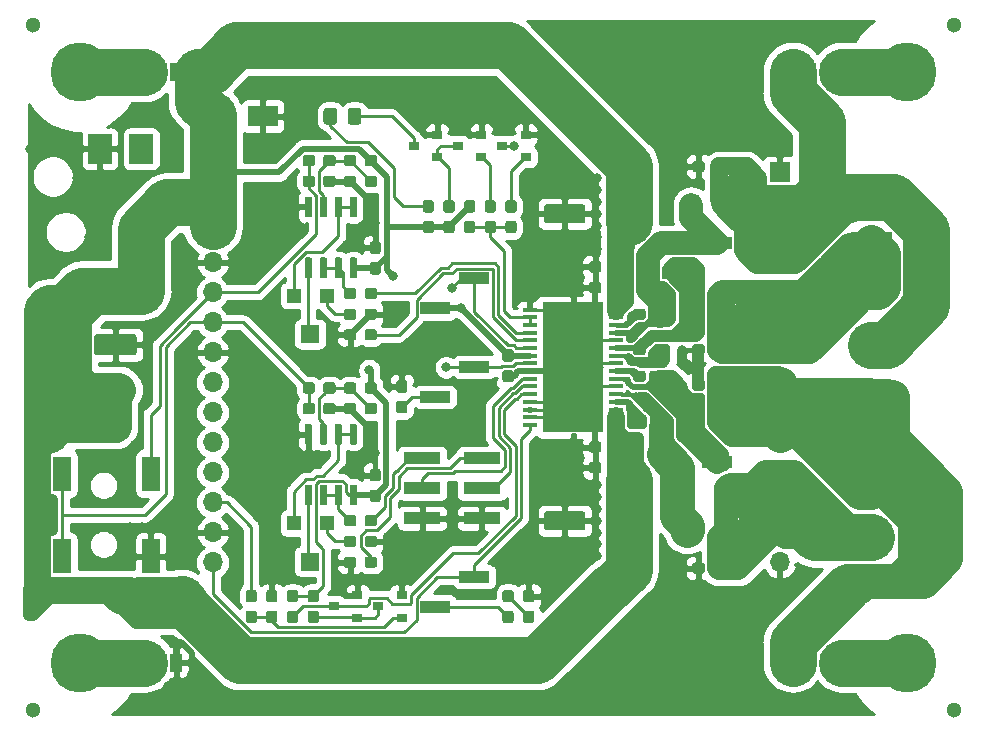
<source format=gtl>
G04 #@! TF.GenerationSoftware,KiCad,Pcbnew,(5.1.2-1)-1*
G04 #@! TF.CreationDate,2022-02-16T12:06:33-05:00*
G04 #@! TF.ProjectId,AmpClassD_Daugher,416d7043-6c61-4737-9344-5f4461756768,rev?*
G04 #@! TF.SameCoordinates,Original*
G04 #@! TF.FileFunction,Copper,L1,Top*
G04 #@! TF.FilePolarity,Positive*
%FSLAX46Y46*%
G04 Gerber Fmt 4.6, Leading zero omitted, Abs format (unit mm)*
G04 Created by KiCad (PCBNEW (5.1.2-1)-1) date 2022-02-16 12:06:33*
%MOMM*%
%LPD*%
G04 APERTURE LIST*
%ADD10C,1.300000*%
%ADD11R,2.000000X2.500000*%
%ADD12C,0.100000*%
%ADD13C,0.950000*%
%ADD14C,1.150000*%
%ADD15C,1.425000*%
%ADD16R,3.150000X1.000000*%
%ADD17R,2.510000X1.000000*%
%ADD18R,0.900000X0.800000*%
%ADD19R,1.200000X1.200000*%
%ADD20R,1.600000X1.500000*%
%ADD21C,0.600000*%
%ADD22R,5.200000X11.000000*%
%ADD23R,1.200000X0.400000*%
%ADD24C,1.600000*%
%ADD25R,1.500000X3.000000*%
%ADD26R,2.500000X1.800000*%
%ADD27O,1.700000X1.700000*%
%ADD28R,1.700000X1.700000*%
%ADD29C,5.000000*%
%ADD30R,1.000000X1.500000*%
%ADD31C,1.800000*%
%ADD32O,3.600000X1.800000*%
%ADD33C,0.800000*%
%ADD34C,0.250000*%
%ADD35C,1.000000*%
%ADD36C,0.500000*%
%ADD37C,1.500000*%
%ADD38C,4.000000*%
%ADD39C,3.000000*%
%ADD40C,2.250000*%
%ADD41C,2.000000*%
%ADD42C,0.750000*%
%ADD43C,0.254000*%
G04 APERTURE END LIST*
D10*
X66000000Y-94000000D03*
X66000000Y-36000000D03*
X144000000Y-36000000D03*
X144000000Y-94000000D03*
D11*
X75200000Y-46500000D03*
X71700000Y-46500000D03*
X75200000Y-58500000D03*
D12*
G36*
X89685779Y-47026144D02*
G01*
X89708834Y-47029563D01*
X89731443Y-47035227D01*
X89753387Y-47043079D01*
X89774457Y-47053044D01*
X89794448Y-47065026D01*
X89813168Y-47078910D01*
X89830438Y-47094562D01*
X89846090Y-47111832D01*
X89859974Y-47130552D01*
X89871956Y-47150543D01*
X89881921Y-47171613D01*
X89889773Y-47193557D01*
X89895437Y-47216166D01*
X89898856Y-47239221D01*
X89900000Y-47262500D01*
X89900000Y-47737500D01*
X89898856Y-47760779D01*
X89895437Y-47783834D01*
X89889773Y-47806443D01*
X89881921Y-47828387D01*
X89871956Y-47849457D01*
X89859974Y-47869448D01*
X89846090Y-47888168D01*
X89830438Y-47905438D01*
X89813168Y-47921090D01*
X89794448Y-47934974D01*
X89774457Y-47946956D01*
X89753387Y-47956921D01*
X89731443Y-47964773D01*
X89708834Y-47970437D01*
X89685779Y-47973856D01*
X89662500Y-47975000D01*
X89087500Y-47975000D01*
X89064221Y-47973856D01*
X89041166Y-47970437D01*
X89018557Y-47964773D01*
X88996613Y-47956921D01*
X88975543Y-47946956D01*
X88955552Y-47934974D01*
X88936832Y-47921090D01*
X88919562Y-47905438D01*
X88903910Y-47888168D01*
X88890026Y-47869448D01*
X88878044Y-47849457D01*
X88868079Y-47828387D01*
X88860227Y-47806443D01*
X88854563Y-47783834D01*
X88851144Y-47760779D01*
X88850000Y-47737500D01*
X88850000Y-47262500D01*
X88851144Y-47239221D01*
X88854563Y-47216166D01*
X88860227Y-47193557D01*
X88868079Y-47171613D01*
X88878044Y-47150543D01*
X88890026Y-47130552D01*
X88903910Y-47111832D01*
X88919562Y-47094562D01*
X88936832Y-47078910D01*
X88955552Y-47065026D01*
X88975543Y-47053044D01*
X88996613Y-47043079D01*
X89018557Y-47035227D01*
X89041166Y-47029563D01*
X89064221Y-47026144D01*
X89087500Y-47025000D01*
X89662500Y-47025000D01*
X89685779Y-47026144D01*
X89685779Y-47026144D01*
G37*
D13*
X89375000Y-47500000D03*
D12*
G36*
X91435779Y-47026144D02*
G01*
X91458834Y-47029563D01*
X91481443Y-47035227D01*
X91503387Y-47043079D01*
X91524457Y-47053044D01*
X91544448Y-47065026D01*
X91563168Y-47078910D01*
X91580438Y-47094562D01*
X91596090Y-47111832D01*
X91609974Y-47130552D01*
X91621956Y-47150543D01*
X91631921Y-47171613D01*
X91639773Y-47193557D01*
X91645437Y-47216166D01*
X91648856Y-47239221D01*
X91650000Y-47262500D01*
X91650000Y-47737500D01*
X91648856Y-47760779D01*
X91645437Y-47783834D01*
X91639773Y-47806443D01*
X91631921Y-47828387D01*
X91621956Y-47849457D01*
X91609974Y-47869448D01*
X91596090Y-47888168D01*
X91580438Y-47905438D01*
X91563168Y-47921090D01*
X91544448Y-47934974D01*
X91524457Y-47946956D01*
X91503387Y-47956921D01*
X91481443Y-47964773D01*
X91458834Y-47970437D01*
X91435779Y-47973856D01*
X91412500Y-47975000D01*
X90837500Y-47975000D01*
X90814221Y-47973856D01*
X90791166Y-47970437D01*
X90768557Y-47964773D01*
X90746613Y-47956921D01*
X90725543Y-47946956D01*
X90705552Y-47934974D01*
X90686832Y-47921090D01*
X90669562Y-47905438D01*
X90653910Y-47888168D01*
X90640026Y-47869448D01*
X90628044Y-47849457D01*
X90618079Y-47828387D01*
X90610227Y-47806443D01*
X90604563Y-47783834D01*
X90601144Y-47760779D01*
X90600000Y-47737500D01*
X90600000Y-47262500D01*
X90601144Y-47239221D01*
X90604563Y-47216166D01*
X90610227Y-47193557D01*
X90618079Y-47171613D01*
X90628044Y-47150543D01*
X90640026Y-47130552D01*
X90653910Y-47111832D01*
X90669562Y-47094562D01*
X90686832Y-47078910D01*
X90705552Y-47065026D01*
X90725543Y-47053044D01*
X90746613Y-47043079D01*
X90768557Y-47035227D01*
X90791166Y-47029563D01*
X90814221Y-47026144D01*
X90837500Y-47025000D01*
X91412500Y-47025000D01*
X91435779Y-47026144D01*
X91435779Y-47026144D01*
G37*
D13*
X91125000Y-47500000D03*
D12*
G36*
X89685779Y-66276144D02*
G01*
X89708834Y-66279563D01*
X89731443Y-66285227D01*
X89753387Y-66293079D01*
X89774457Y-66303044D01*
X89794448Y-66315026D01*
X89813168Y-66328910D01*
X89830438Y-66344562D01*
X89846090Y-66361832D01*
X89859974Y-66380552D01*
X89871956Y-66400543D01*
X89881921Y-66421613D01*
X89889773Y-66443557D01*
X89895437Y-66466166D01*
X89898856Y-66489221D01*
X89900000Y-66512500D01*
X89900000Y-66987500D01*
X89898856Y-67010779D01*
X89895437Y-67033834D01*
X89889773Y-67056443D01*
X89881921Y-67078387D01*
X89871956Y-67099457D01*
X89859974Y-67119448D01*
X89846090Y-67138168D01*
X89830438Y-67155438D01*
X89813168Y-67171090D01*
X89794448Y-67184974D01*
X89774457Y-67196956D01*
X89753387Y-67206921D01*
X89731443Y-67214773D01*
X89708834Y-67220437D01*
X89685779Y-67223856D01*
X89662500Y-67225000D01*
X89087500Y-67225000D01*
X89064221Y-67223856D01*
X89041166Y-67220437D01*
X89018557Y-67214773D01*
X88996613Y-67206921D01*
X88975543Y-67196956D01*
X88955552Y-67184974D01*
X88936832Y-67171090D01*
X88919562Y-67155438D01*
X88903910Y-67138168D01*
X88890026Y-67119448D01*
X88878044Y-67099457D01*
X88868079Y-67078387D01*
X88860227Y-67056443D01*
X88854563Y-67033834D01*
X88851144Y-67010779D01*
X88850000Y-66987500D01*
X88850000Y-66512500D01*
X88851144Y-66489221D01*
X88854563Y-66466166D01*
X88860227Y-66443557D01*
X88868079Y-66421613D01*
X88878044Y-66400543D01*
X88890026Y-66380552D01*
X88903910Y-66361832D01*
X88919562Y-66344562D01*
X88936832Y-66328910D01*
X88955552Y-66315026D01*
X88975543Y-66303044D01*
X88996613Y-66293079D01*
X89018557Y-66285227D01*
X89041166Y-66279563D01*
X89064221Y-66276144D01*
X89087500Y-66275000D01*
X89662500Y-66275000D01*
X89685779Y-66276144D01*
X89685779Y-66276144D01*
G37*
D13*
X89375000Y-66750000D03*
D12*
G36*
X91435779Y-66276144D02*
G01*
X91458834Y-66279563D01*
X91481443Y-66285227D01*
X91503387Y-66293079D01*
X91524457Y-66303044D01*
X91544448Y-66315026D01*
X91563168Y-66328910D01*
X91580438Y-66344562D01*
X91596090Y-66361832D01*
X91609974Y-66380552D01*
X91621956Y-66400543D01*
X91631921Y-66421613D01*
X91639773Y-66443557D01*
X91645437Y-66466166D01*
X91648856Y-66489221D01*
X91650000Y-66512500D01*
X91650000Y-66987500D01*
X91648856Y-67010779D01*
X91645437Y-67033834D01*
X91639773Y-67056443D01*
X91631921Y-67078387D01*
X91621956Y-67099457D01*
X91609974Y-67119448D01*
X91596090Y-67138168D01*
X91580438Y-67155438D01*
X91563168Y-67171090D01*
X91544448Y-67184974D01*
X91524457Y-67196956D01*
X91503387Y-67206921D01*
X91481443Y-67214773D01*
X91458834Y-67220437D01*
X91435779Y-67223856D01*
X91412500Y-67225000D01*
X90837500Y-67225000D01*
X90814221Y-67223856D01*
X90791166Y-67220437D01*
X90768557Y-67214773D01*
X90746613Y-67206921D01*
X90725543Y-67196956D01*
X90705552Y-67184974D01*
X90686832Y-67171090D01*
X90669562Y-67155438D01*
X90653910Y-67138168D01*
X90640026Y-67119448D01*
X90628044Y-67099457D01*
X90618079Y-67078387D01*
X90610227Y-67056443D01*
X90604563Y-67033834D01*
X90601144Y-67010779D01*
X90600000Y-66987500D01*
X90600000Y-66512500D01*
X90601144Y-66489221D01*
X90604563Y-66466166D01*
X90610227Y-66443557D01*
X90618079Y-66421613D01*
X90628044Y-66400543D01*
X90640026Y-66380552D01*
X90653910Y-66361832D01*
X90669562Y-66344562D01*
X90686832Y-66328910D01*
X90705552Y-66315026D01*
X90725543Y-66303044D01*
X90746613Y-66293079D01*
X90768557Y-66285227D01*
X90791166Y-66279563D01*
X90814221Y-66276144D01*
X90837500Y-66275000D01*
X91412500Y-66275000D01*
X91435779Y-66276144D01*
X91435779Y-66276144D01*
G37*
D13*
X91125000Y-66750000D03*
D12*
G36*
X94935779Y-60026144D02*
G01*
X94958834Y-60029563D01*
X94981443Y-60035227D01*
X95003387Y-60043079D01*
X95024457Y-60053044D01*
X95044448Y-60065026D01*
X95063168Y-60078910D01*
X95080438Y-60094562D01*
X95096090Y-60111832D01*
X95109974Y-60130552D01*
X95121956Y-60150543D01*
X95131921Y-60171613D01*
X95139773Y-60193557D01*
X95145437Y-60216166D01*
X95148856Y-60239221D01*
X95150000Y-60262500D01*
X95150000Y-60737500D01*
X95148856Y-60760779D01*
X95145437Y-60783834D01*
X95139773Y-60806443D01*
X95131921Y-60828387D01*
X95121956Y-60849457D01*
X95109974Y-60869448D01*
X95096090Y-60888168D01*
X95080438Y-60905438D01*
X95063168Y-60921090D01*
X95044448Y-60934974D01*
X95024457Y-60946956D01*
X95003387Y-60956921D01*
X94981443Y-60964773D01*
X94958834Y-60970437D01*
X94935779Y-60973856D01*
X94912500Y-60975000D01*
X94337500Y-60975000D01*
X94314221Y-60973856D01*
X94291166Y-60970437D01*
X94268557Y-60964773D01*
X94246613Y-60956921D01*
X94225543Y-60946956D01*
X94205552Y-60934974D01*
X94186832Y-60921090D01*
X94169562Y-60905438D01*
X94153910Y-60888168D01*
X94140026Y-60869448D01*
X94128044Y-60849457D01*
X94118079Y-60828387D01*
X94110227Y-60806443D01*
X94104563Y-60783834D01*
X94101144Y-60760779D01*
X94100000Y-60737500D01*
X94100000Y-60262500D01*
X94101144Y-60239221D01*
X94104563Y-60216166D01*
X94110227Y-60193557D01*
X94118079Y-60171613D01*
X94128044Y-60150543D01*
X94140026Y-60130552D01*
X94153910Y-60111832D01*
X94169562Y-60094562D01*
X94186832Y-60078910D01*
X94205552Y-60065026D01*
X94225543Y-60053044D01*
X94246613Y-60043079D01*
X94268557Y-60035227D01*
X94291166Y-60029563D01*
X94314221Y-60026144D01*
X94337500Y-60025000D01*
X94912500Y-60025000D01*
X94935779Y-60026144D01*
X94935779Y-60026144D01*
G37*
D13*
X94625000Y-60500000D03*
D12*
G36*
X93185779Y-60026144D02*
G01*
X93208834Y-60029563D01*
X93231443Y-60035227D01*
X93253387Y-60043079D01*
X93274457Y-60053044D01*
X93294448Y-60065026D01*
X93313168Y-60078910D01*
X93330438Y-60094562D01*
X93346090Y-60111832D01*
X93359974Y-60130552D01*
X93371956Y-60150543D01*
X93381921Y-60171613D01*
X93389773Y-60193557D01*
X93395437Y-60216166D01*
X93398856Y-60239221D01*
X93400000Y-60262500D01*
X93400000Y-60737500D01*
X93398856Y-60760779D01*
X93395437Y-60783834D01*
X93389773Y-60806443D01*
X93381921Y-60828387D01*
X93371956Y-60849457D01*
X93359974Y-60869448D01*
X93346090Y-60888168D01*
X93330438Y-60905438D01*
X93313168Y-60921090D01*
X93294448Y-60934974D01*
X93274457Y-60946956D01*
X93253387Y-60956921D01*
X93231443Y-60964773D01*
X93208834Y-60970437D01*
X93185779Y-60973856D01*
X93162500Y-60975000D01*
X92587500Y-60975000D01*
X92564221Y-60973856D01*
X92541166Y-60970437D01*
X92518557Y-60964773D01*
X92496613Y-60956921D01*
X92475543Y-60946956D01*
X92455552Y-60934974D01*
X92436832Y-60921090D01*
X92419562Y-60905438D01*
X92403910Y-60888168D01*
X92390026Y-60869448D01*
X92378044Y-60849457D01*
X92368079Y-60828387D01*
X92360227Y-60806443D01*
X92354563Y-60783834D01*
X92351144Y-60760779D01*
X92350000Y-60737500D01*
X92350000Y-60262500D01*
X92351144Y-60239221D01*
X92354563Y-60216166D01*
X92360227Y-60193557D01*
X92368079Y-60171613D01*
X92378044Y-60150543D01*
X92390026Y-60130552D01*
X92403910Y-60111832D01*
X92419562Y-60094562D01*
X92436832Y-60078910D01*
X92455552Y-60065026D01*
X92475543Y-60053044D01*
X92496613Y-60043079D01*
X92518557Y-60035227D01*
X92541166Y-60029563D01*
X92564221Y-60026144D01*
X92587500Y-60025000D01*
X93162500Y-60025000D01*
X93185779Y-60026144D01*
X93185779Y-60026144D01*
G37*
D13*
X92875000Y-60500000D03*
D12*
G36*
X94935779Y-79276144D02*
G01*
X94958834Y-79279563D01*
X94981443Y-79285227D01*
X95003387Y-79293079D01*
X95024457Y-79303044D01*
X95044448Y-79315026D01*
X95063168Y-79328910D01*
X95080438Y-79344562D01*
X95096090Y-79361832D01*
X95109974Y-79380552D01*
X95121956Y-79400543D01*
X95131921Y-79421613D01*
X95139773Y-79443557D01*
X95145437Y-79466166D01*
X95148856Y-79489221D01*
X95150000Y-79512500D01*
X95150000Y-79987500D01*
X95148856Y-80010779D01*
X95145437Y-80033834D01*
X95139773Y-80056443D01*
X95131921Y-80078387D01*
X95121956Y-80099457D01*
X95109974Y-80119448D01*
X95096090Y-80138168D01*
X95080438Y-80155438D01*
X95063168Y-80171090D01*
X95044448Y-80184974D01*
X95024457Y-80196956D01*
X95003387Y-80206921D01*
X94981443Y-80214773D01*
X94958834Y-80220437D01*
X94935779Y-80223856D01*
X94912500Y-80225000D01*
X94337500Y-80225000D01*
X94314221Y-80223856D01*
X94291166Y-80220437D01*
X94268557Y-80214773D01*
X94246613Y-80206921D01*
X94225543Y-80196956D01*
X94205552Y-80184974D01*
X94186832Y-80171090D01*
X94169562Y-80155438D01*
X94153910Y-80138168D01*
X94140026Y-80119448D01*
X94128044Y-80099457D01*
X94118079Y-80078387D01*
X94110227Y-80056443D01*
X94104563Y-80033834D01*
X94101144Y-80010779D01*
X94100000Y-79987500D01*
X94100000Y-79512500D01*
X94101144Y-79489221D01*
X94104563Y-79466166D01*
X94110227Y-79443557D01*
X94118079Y-79421613D01*
X94128044Y-79400543D01*
X94140026Y-79380552D01*
X94153910Y-79361832D01*
X94169562Y-79344562D01*
X94186832Y-79328910D01*
X94205552Y-79315026D01*
X94225543Y-79303044D01*
X94246613Y-79293079D01*
X94268557Y-79285227D01*
X94291166Y-79279563D01*
X94314221Y-79276144D01*
X94337500Y-79275000D01*
X94912500Y-79275000D01*
X94935779Y-79276144D01*
X94935779Y-79276144D01*
G37*
D13*
X94625000Y-79750000D03*
D12*
G36*
X93185779Y-79276144D02*
G01*
X93208834Y-79279563D01*
X93231443Y-79285227D01*
X93253387Y-79293079D01*
X93274457Y-79303044D01*
X93294448Y-79315026D01*
X93313168Y-79328910D01*
X93330438Y-79344562D01*
X93346090Y-79361832D01*
X93359974Y-79380552D01*
X93371956Y-79400543D01*
X93381921Y-79421613D01*
X93389773Y-79443557D01*
X93395437Y-79466166D01*
X93398856Y-79489221D01*
X93400000Y-79512500D01*
X93400000Y-79987500D01*
X93398856Y-80010779D01*
X93395437Y-80033834D01*
X93389773Y-80056443D01*
X93381921Y-80078387D01*
X93371956Y-80099457D01*
X93359974Y-80119448D01*
X93346090Y-80138168D01*
X93330438Y-80155438D01*
X93313168Y-80171090D01*
X93294448Y-80184974D01*
X93274457Y-80196956D01*
X93253387Y-80206921D01*
X93231443Y-80214773D01*
X93208834Y-80220437D01*
X93185779Y-80223856D01*
X93162500Y-80225000D01*
X92587500Y-80225000D01*
X92564221Y-80223856D01*
X92541166Y-80220437D01*
X92518557Y-80214773D01*
X92496613Y-80206921D01*
X92475543Y-80196956D01*
X92455552Y-80184974D01*
X92436832Y-80171090D01*
X92419562Y-80155438D01*
X92403910Y-80138168D01*
X92390026Y-80119448D01*
X92378044Y-80099457D01*
X92368079Y-80078387D01*
X92360227Y-80056443D01*
X92354563Y-80033834D01*
X92351144Y-80010779D01*
X92350000Y-79987500D01*
X92350000Y-79512500D01*
X92351144Y-79489221D01*
X92354563Y-79466166D01*
X92360227Y-79443557D01*
X92368079Y-79421613D01*
X92378044Y-79400543D01*
X92390026Y-79380552D01*
X92403910Y-79361832D01*
X92419562Y-79344562D01*
X92436832Y-79328910D01*
X92455552Y-79315026D01*
X92475543Y-79303044D01*
X92496613Y-79293079D01*
X92518557Y-79285227D01*
X92541166Y-79279563D01*
X92564221Y-79276144D01*
X92587500Y-79275000D01*
X93162500Y-79275000D01*
X93185779Y-79276144D01*
X93185779Y-79276144D01*
G37*
D13*
X92875000Y-79750000D03*
D12*
G36*
X94935779Y-77526144D02*
G01*
X94958834Y-77529563D01*
X94981443Y-77535227D01*
X95003387Y-77543079D01*
X95024457Y-77553044D01*
X95044448Y-77565026D01*
X95063168Y-77578910D01*
X95080438Y-77594562D01*
X95096090Y-77611832D01*
X95109974Y-77630552D01*
X95121956Y-77650543D01*
X95131921Y-77671613D01*
X95139773Y-77693557D01*
X95145437Y-77716166D01*
X95148856Y-77739221D01*
X95150000Y-77762500D01*
X95150000Y-78237500D01*
X95148856Y-78260779D01*
X95145437Y-78283834D01*
X95139773Y-78306443D01*
X95131921Y-78328387D01*
X95121956Y-78349457D01*
X95109974Y-78369448D01*
X95096090Y-78388168D01*
X95080438Y-78405438D01*
X95063168Y-78421090D01*
X95044448Y-78434974D01*
X95024457Y-78446956D01*
X95003387Y-78456921D01*
X94981443Y-78464773D01*
X94958834Y-78470437D01*
X94935779Y-78473856D01*
X94912500Y-78475000D01*
X94337500Y-78475000D01*
X94314221Y-78473856D01*
X94291166Y-78470437D01*
X94268557Y-78464773D01*
X94246613Y-78456921D01*
X94225543Y-78446956D01*
X94205552Y-78434974D01*
X94186832Y-78421090D01*
X94169562Y-78405438D01*
X94153910Y-78388168D01*
X94140026Y-78369448D01*
X94128044Y-78349457D01*
X94118079Y-78328387D01*
X94110227Y-78306443D01*
X94104563Y-78283834D01*
X94101144Y-78260779D01*
X94100000Y-78237500D01*
X94100000Y-77762500D01*
X94101144Y-77739221D01*
X94104563Y-77716166D01*
X94110227Y-77693557D01*
X94118079Y-77671613D01*
X94128044Y-77650543D01*
X94140026Y-77630552D01*
X94153910Y-77611832D01*
X94169562Y-77594562D01*
X94186832Y-77578910D01*
X94205552Y-77565026D01*
X94225543Y-77553044D01*
X94246613Y-77543079D01*
X94268557Y-77535227D01*
X94291166Y-77529563D01*
X94314221Y-77526144D01*
X94337500Y-77525000D01*
X94912500Y-77525000D01*
X94935779Y-77526144D01*
X94935779Y-77526144D01*
G37*
D13*
X94625000Y-78000000D03*
D12*
G36*
X93185779Y-77526144D02*
G01*
X93208834Y-77529563D01*
X93231443Y-77535227D01*
X93253387Y-77543079D01*
X93274457Y-77553044D01*
X93294448Y-77565026D01*
X93313168Y-77578910D01*
X93330438Y-77594562D01*
X93346090Y-77611832D01*
X93359974Y-77630552D01*
X93371956Y-77650543D01*
X93381921Y-77671613D01*
X93389773Y-77693557D01*
X93395437Y-77716166D01*
X93398856Y-77739221D01*
X93400000Y-77762500D01*
X93400000Y-78237500D01*
X93398856Y-78260779D01*
X93395437Y-78283834D01*
X93389773Y-78306443D01*
X93381921Y-78328387D01*
X93371956Y-78349457D01*
X93359974Y-78369448D01*
X93346090Y-78388168D01*
X93330438Y-78405438D01*
X93313168Y-78421090D01*
X93294448Y-78434974D01*
X93274457Y-78446956D01*
X93253387Y-78456921D01*
X93231443Y-78464773D01*
X93208834Y-78470437D01*
X93185779Y-78473856D01*
X93162500Y-78475000D01*
X92587500Y-78475000D01*
X92564221Y-78473856D01*
X92541166Y-78470437D01*
X92518557Y-78464773D01*
X92496613Y-78456921D01*
X92475543Y-78446956D01*
X92455552Y-78434974D01*
X92436832Y-78421090D01*
X92419562Y-78405438D01*
X92403910Y-78388168D01*
X92390026Y-78369448D01*
X92378044Y-78349457D01*
X92368079Y-78328387D01*
X92360227Y-78306443D01*
X92354563Y-78283834D01*
X92351144Y-78260779D01*
X92350000Y-78237500D01*
X92350000Y-77762500D01*
X92351144Y-77739221D01*
X92354563Y-77716166D01*
X92360227Y-77693557D01*
X92368079Y-77671613D01*
X92378044Y-77650543D01*
X92390026Y-77630552D01*
X92403910Y-77611832D01*
X92419562Y-77594562D01*
X92436832Y-77578910D01*
X92455552Y-77565026D01*
X92475543Y-77553044D01*
X92496613Y-77543079D01*
X92518557Y-77535227D01*
X92541166Y-77529563D01*
X92564221Y-77526144D01*
X92587500Y-77525000D01*
X93162500Y-77525000D01*
X93185779Y-77526144D01*
X93185779Y-77526144D01*
G37*
D13*
X92875000Y-78000000D03*
D12*
G36*
X93185779Y-81026144D02*
G01*
X93208834Y-81029563D01*
X93231443Y-81035227D01*
X93253387Y-81043079D01*
X93274457Y-81053044D01*
X93294448Y-81065026D01*
X93313168Y-81078910D01*
X93330438Y-81094562D01*
X93346090Y-81111832D01*
X93359974Y-81130552D01*
X93371956Y-81150543D01*
X93381921Y-81171613D01*
X93389773Y-81193557D01*
X93395437Y-81216166D01*
X93398856Y-81239221D01*
X93400000Y-81262500D01*
X93400000Y-81737500D01*
X93398856Y-81760779D01*
X93395437Y-81783834D01*
X93389773Y-81806443D01*
X93381921Y-81828387D01*
X93371956Y-81849457D01*
X93359974Y-81869448D01*
X93346090Y-81888168D01*
X93330438Y-81905438D01*
X93313168Y-81921090D01*
X93294448Y-81934974D01*
X93274457Y-81946956D01*
X93253387Y-81956921D01*
X93231443Y-81964773D01*
X93208834Y-81970437D01*
X93185779Y-81973856D01*
X93162500Y-81975000D01*
X92587500Y-81975000D01*
X92564221Y-81973856D01*
X92541166Y-81970437D01*
X92518557Y-81964773D01*
X92496613Y-81956921D01*
X92475543Y-81946956D01*
X92455552Y-81934974D01*
X92436832Y-81921090D01*
X92419562Y-81905438D01*
X92403910Y-81888168D01*
X92390026Y-81869448D01*
X92378044Y-81849457D01*
X92368079Y-81828387D01*
X92360227Y-81806443D01*
X92354563Y-81783834D01*
X92351144Y-81760779D01*
X92350000Y-81737500D01*
X92350000Y-81262500D01*
X92351144Y-81239221D01*
X92354563Y-81216166D01*
X92360227Y-81193557D01*
X92368079Y-81171613D01*
X92378044Y-81150543D01*
X92390026Y-81130552D01*
X92403910Y-81111832D01*
X92419562Y-81094562D01*
X92436832Y-81078910D01*
X92455552Y-81065026D01*
X92475543Y-81053044D01*
X92496613Y-81043079D01*
X92518557Y-81035227D01*
X92541166Y-81029563D01*
X92564221Y-81026144D01*
X92587500Y-81025000D01*
X93162500Y-81025000D01*
X93185779Y-81026144D01*
X93185779Y-81026144D01*
G37*
D13*
X92875000Y-81500000D03*
D12*
G36*
X94935779Y-81026144D02*
G01*
X94958834Y-81029563D01*
X94981443Y-81035227D01*
X95003387Y-81043079D01*
X95024457Y-81053044D01*
X95044448Y-81065026D01*
X95063168Y-81078910D01*
X95080438Y-81094562D01*
X95096090Y-81111832D01*
X95109974Y-81130552D01*
X95121956Y-81150543D01*
X95131921Y-81171613D01*
X95139773Y-81193557D01*
X95145437Y-81216166D01*
X95148856Y-81239221D01*
X95150000Y-81262500D01*
X95150000Y-81737500D01*
X95148856Y-81760779D01*
X95145437Y-81783834D01*
X95139773Y-81806443D01*
X95131921Y-81828387D01*
X95121956Y-81849457D01*
X95109974Y-81869448D01*
X95096090Y-81888168D01*
X95080438Y-81905438D01*
X95063168Y-81921090D01*
X95044448Y-81934974D01*
X95024457Y-81946956D01*
X95003387Y-81956921D01*
X94981443Y-81964773D01*
X94958834Y-81970437D01*
X94935779Y-81973856D01*
X94912500Y-81975000D01*
X94337500Y-81975000D01*
X94314221Y-81973856D01*
X94291166Y-81970437D01*
X94268557Y-81964773D01*
X94246613Y-81956921D01*
X94225543Y-81946956D01*
X94205552Y-81934974D01*
X94186832Y-81921090D01*
X94169562Y-81905438D01*
X94153910Y-81888168D01*
X94140026Y-81869448D01*
X94128044Y-81849457D01*
X94118079Y-81828387D01*
X94110227Y-81806443D01*
X94104563Y-81783834D01*
X94101144Y-81760779D01*
X94100000Y-81737500D01*
X94100000Y-81262500D01*
X94101144Y-81239221D01*
X94104563Y-81216166D01*
X94110227Y-81193557D01*
X94118079Y-81171613D01*
X94128044Y-81150543D01*
X94140026Y-81130552D01*
X94153910Y-81111832D01*
X94169562Y-81094562D01*
X94186832Y-81078910D01*
X94205552Y-81065026D01*
X94225543Y-81053044D01*
X94246613Y-81043079D01*
X94268557Y-81035227D01*
X94291166Y-81029563D01*
X94314221Y-81026144D01*
X94337500Y-81025000D01*
X94912500Y-81025000D01*
X94935779Y-81026144D01*
X94935779Y-81026144D01*
G37*
D13*
X94625000Y-81500000D03*
D12*
G36*
X93185779Y-58276144D02*
G01*
X93208834Y-58279563D01*
X93231443Y-58285227D01*
X93253387Y-58293079D01*
X93274457Y-58303044D01*
X93294448Y-58315026D01*
X93313168Y-58328910D01*
X93330438Y-58344562D01*
X93346090Y-58361832D01*
X93359974Y-58380552D01*
X93371956Y-58400543D01*
X93381921Y-58421613D01*
X93389773Y-58443557D01*
X93395437Y-58466166D01*
X93398856Y-58489221D01*
X93400000Y-58512500D01*
X93400000Y-58987500D01*
X93398856Y-59010779D01*
X93395437Y-59033834D01*
X93389773Y-59056443D01*
X93381921Y-59078387D01*
X93371956Y-59099457D01*
X93359974Y-59119448D01*
X93346090Y-59138168D01*
X93330438Y-59155438D01*
X93313168Y-59171090D01*
X93294448Y-59184974D01*
X93274457Y-59196956D01*
X93253387Y-59206921D01*
X93231443Y-59214773D01*
X93208834Y-59220437D01*
X93185779Y-59223856D01*
X93162500Y-59225000D01*
X92587500Y-59225000D01*
X92564221Y-59223856D01*
X92541166Y-59220437D01*
X92518557Y-59214773D01*
X92496613Y-59206921D01*
X92475543Y-59196956D01*
X92455552Y-59184974D01*
X92436832Y-59171090D01*
X92419562Y-59155438D01*
X92403910Y-59138168D01*
X92390026Y-59119448D01*
X92378044Y-59099457D01*
X92368079Y-59078387D01*
X92360227Y-59056443D01*
X92354563Y-59033834D01*
X92351144Y-59010779D01*
X92350000Y-58987500D01*
X92350000Y-58512500D01*
X92351144Y-58489221D01*
X92354563Y-58466166D01*
X92360227Y-58443557D01*
X92368079Y-58421613D01*
X92378044Y-58400543D01*
X92390026Y-58380552D01*
X92403910Y-58361832D01*
X92419562Y-58344562D01*
X92436832Y-58328910D01*
X92455552Y-58315026D01*
X92475543Y-58303044D01*
X92496613Y-58293079D01*
X92518557Y-58285227D01*
X92541166Y-58279563D01*
X92564221Y-58276144D01*
X92587500Y-58275000D01*
X93162500Y-58275000D01*
X93185779Y-58276144D01*
X93185779Y-58276144D01*
G37*
D13*
X92875000Y-58750000D03*
D12*
G36*
X94935779Y-58276144D02*
G01*
X94958834Y-58279563D01*
X94981443Y-58285227D01*
X95003387Y-58293079D01*
X95024457Y-58303044D01*
X95044448Y-58315026D01*
X95063168Y-58328910D01*
X95080438Y-58344562D01*
X95096090Y-58361832D01*
X95109974Y-58380552D01*
X95121956Y-58400543D01*
X95131921Y-58421613D01*
X95139773Y-58443557D01*
X95145437Y-58466166D01*
X95148856Y-58489221D01*
X95150000Y-58512500D01*
X95150000Y-58987500D01*
X95148856Y-59010779D01*
X95145437Y-59033834D01*
X95139773Y-59056443D01*
X95131921Y-59078387D01*
X95121956Y-59099457D01*
X95109974Y-59119448D01*
X95096090Y-59138168D01*
X95080438Y-59155438D01*
X95063168Y-59171090D01*
X95044448Y-59184974D01*
X95024457Y-59196956D01*
X95003387Y-59206921D01*
X94981443Y-59214773D01*
X94958834Y-59220437D01*
X94935779Y-59223856D01*
X94912500Y-59225000D01*
X94337500Y-59225000D01*
X94314221Y-59223856D01*
X94291166Y-59220437D01*
X94268557Y-59214773D01*
X94246613Y-59206921D01*
X94225543Y-59196956D01*
X94205552Y-59184974D01*
X94186832Y-59171090D01*
X94169562Y-59155438D01*
X94153910Y-59138168D01*
X94140026Y-59119448D01*
X94128044Y-59099457D01*
X94118079Y-59078387D01*
X94110227Y-59056443D01*
X94104563Y-59033834D01*
X94101144Y-59010779D01*
X94100000Y-58987500D01*
X94100000Y-58512500D01*
X94101144Y-58489221D01*
X94104563Y-58466166D01*
X94110227Y-58443557D01*
X94118079Y-58421613D01*
X94128044Y-58400543D01*
X94140026Y-58380552D01*
X94153910Y-58361832D01*
X94169562Y-58344562D01*
X94186832Y-58328910D01*
X94205552Y-58315026D01*
X94225543Y-58303044D01*
X94246613Y-58293079D01*
X94268557Y-58285227D01*
X94291166Y-58279563D01*
X94314221Y-58276144D01*
X94337500Y-58275000D01*
X94912500Y-58275000D01*
X94935779Y-58276144D01*
X94935779Y-58276144D01*
G37*
D13*
X94625000Y-58750000D03*
D12*
G36*
X93185779Y-61776144D02*
G01*
X93208834Y-61779563D01*
X93231443Y-61785227D01*
X93253387Y-61793079D01*
X93274457Y-61803044D01*
X93294448Y-61815026D01*
X93313168Y-61828910D01*
X93330438Y-61844562D01*
X93346090Y-61861832D01*
X93359974Y-61880552D01*
X93371956Y-61900543D01*
X93381921Y-61921613D01*
X93389773Y-61943557D01*
X93395437Y-61966166D01*
X93398856Y-61989221D01*
X93400000Y-62012500D01*
X93400000Y-62487500D01*
X93398856Y-62510779D01*
X93395437Y-62533834D01*
X93389773Y-62556443D01*
X93381921Y-62578387D01*
X93371956Y-62599457D01*
X93359974Y-62619448D01*
X93346090Y-62638168D01*
X93330438Y-62655438D01*
X93313168Y-62671090D01*
X93294448Y-62684974D01*
X93274457Y-62696956D01*
X93253387Y-62706921D01*
X93231443Y-62714773D01*
X93208834Y-62720437D01*
X93185779Y-62723856D01*
X93162500Y-62725000D01*
X92587500Y-62725000D01*
X92564221Y-62723856D01*
X92541166Y-62720437D01*
X92518557Y-62714773D01*
X92496613Y-62706921D01*
X92475543Y-62696956D01*
X92455552Y-62684974D01*
X92436832Y-62671090D01*
X92419562Y-62655438D01*
X92403910Y-62638168D01*
X92390026Y-62619448D01*
X92378044Y-62599457D01*
X92368079Y-62578387D01*
X92360227Y-62556443D01*
X92354563Y-62533834D01*
X92351144Y-62510779D01*
X92350000Y-62487500D01*
X92350000Y-62012500D01*
X92351144Y-61989221D01*
X92354563Y-61966166D01*
X92360227Y-61943557D01*
X92368079Y-61921613D01*
X92378044Y-61900543D01*
X92390026Y-61880552D01*
X92403910Y-61861832D01*
X92419562Y-61844562D01*
X92436832Y-61828910D01*
X92455552Y-61815026D01*
X92475543Y-61803044D01*
X92496613Y-61793079D01*
X92518557Y-61785227D01*
X92541166Y-61779563D01*
X92564221Y-61776144D01*
X92587500Y-61775000D01*
X93162500Y-61775000D01*
X93185779Y-61776144D01*
X93185779Y-61776144D01*
G37*
D13*
X92875000Y-62250000D03*
D12*
G36*
X94935779Y-61776144D02*
G01*
X94958834Y-61779563D01*
X94981443Y-61785227D01*
X95003387Y-61793079D01*
X95024457Y-61803044D01*
X95044448Y-61815026D01*
X95063168Y-61828910D01*
X95080438Y-61844562D01*
X95096090Y-61861832D01*
X95109974Y-61880552D01*
X95121956Y-61900543D01*
X95131921Y-61921613D01*
X95139773Y-61943557D01*
X95145437Y-61966166D01*
X95148856Y-61989221D01*
X95150000Y-62012500D01*
X95150000Y-62487500D01*
X95148856Y-62510779D01*
X95145437Y-62533834D01*
X95139773Y-62556443D01*
X95131921Y-62578387D01*
X95121956Y-62599457D01*
X95109974Y-62619448D01*
X95096090Y-62638168D01*
X95080438Y-62655438D01*
X95063168Y-62671090D01*
X95044448Y-62684974D01*
X95024457Y-62696956D01*
X95003387Y-62706921D01*
X94981443Y-62714773D01*
X94958834Y-62720437D01*
X94935779Y-62723856D01*
X94912500Y-62725000D01*
X94337500Y-62725000D01*
X94314221Y-62723856D01*
X94291166Y-62720437D01*
X94268557Y-62714773D01*
X94246613Y-62706921D01*
X94225543Y-62696956D01*
X94205552Y-62684974D01*
X94186832Y-62671090D01*
X94169562Y-62655438D01*
X94153910Y-62638168D01*
X94140026Y-62619448D01*
X94128044Y-62599457D01*
X94118079Y-62578387D01*
X94110227Y-62556443D01*
X94104563Y-62533834D01*
X94101144Y-62510779D01*
X94100000Y-62487500D01*
X94100000Y-62012500D01*
X94101144Y-61989221D01*
X94104563Y-61966166D01*
X94110227Y-61943557D01*
X94118079Y-61921613D01*
X94128044Y-61900543D01*
X94140026Y-61880552D01*
X94153910Y-61861832D01*
X94169562Y-61844562D01*
X94186832Y-61828910D01*
X94205552Y-61815026D01*
X94225543Y-61803044D01*
X94246613Y-61793079D01*
X94268557Y-61785227D01*
X94291166Y-61779563D01*
X94314221Y-61776144D01*
X94337500Y-61775000D01*
X94912500Y-61775000D01*
X94935779Y-61776144D01*
X94935779Y-61776144D01*
G37*
D13*
X94625000Y-62250000D03*
D12*
G36*
X108260779Y-83851144D02*
G01*
X108283834Y-83854563D01*
X108306443Y-83860227D01*
X108328387Y-83868079D01*
X108349457Y-83878044D01*
X108369448Y-83890026D01*
X108388168Y-83903910D01*
X108405438Y-83919562D01*
X108421090Y-83936832D01*
X108434974Y-83955552D01*
X108446956Y-83975543D01*
X108456921Y-83996613D01*
X108464773Y-84018557D01*
X108470437Y-84041166D01*
X108473856Y-84064221D01*
X108475000Y-84087500D01*
X108475000Y-84662500D01*
X108473856Y-84685779D01*
X108470437Y-84708834D01*
X108464773Y-84731443D01*
X108456921Y-84753387D01*
X108446956Y-84774457D01*
X108434974Y-84794448D01*
X108421090Y-84813168D01*
X108405438Y-84830438D01*
X108388168Y-84846090D01*
X108369448Y-84859974D01*
X108349457Y-84871956D01*
X108328387Y-84881921D01*
X108306443Y-84889773D01*
X108283834Y-84895437D01*
X108260779Y-84898856D01*
X108237500Y-84900000D01*
X107762500Y-84900000D01*
X107739221Y-84898856D01*
X107716166Y-84895437D01*
X107693557Y-84889773D01*
X107671613Y-84881921D01*
X107650543Y-84871956D01*
X107630552Y-84859974D01*
X107611832Y-84846090D01*
X107594562Y-84830438D01*
X107578910Y-84813168D01*
X107565026Y-84794448D01*
X107553044Y-84774457D01*
X107543079Y-84753387D01*
X107535227Y-84731443D01*
X107529563Y-84708834D01*
X107526144Y-84685779D01*
X107525000Y-84662500D01*
X107525000Y-84087500D01*
X107526144Y-84064221D01*
X107529563Y-84041166D01*
X107535227Y-84018557D01*
X107543079Y-83996613D01*
X107553044Y-83975543D01*
X107565026Y-83955552D01*
X107578910Y-83936832D01*
X107594562Y-83919562D01*
X107611832Y-83903910D01*
X107630552Y-83890026D01*
X107650543Y-83878044D01*
X107671613Y-83868079D01*
X107693557Y-83860227D01*
X107716166Y-83854563D01*
X107739221Y-83851144D01*
X107762500Y-83850000D01*
X108237500Y-83850000D01*
X108260779Y-83851144D01*
X108260779Y-83851144D01*
G37*
D13*
X108000000Y-84375000D03*
D12*
G36*
X108260779Y-85601144D02*
G01*
X108283834Y-85604563D01*
X108306443Y-85610227D01*
X108328387Y-85618079D01*
X108349457Y-85628044D01*
X108369448Y-85640026D01*
X108388168Y-85653910D01*
X108405438Y-85669562D01*
X108421090Y-85686832D01*
X108434974Y-85705552D01*
X108446956Y-85725543D01*
X108456921Y-85746613D01*
X108464773Y-85768557D01*
X108470437Y-85791166D01*
X108473856Y-85814221D01*
X108475000Y-85837500D01*
X108475000Y-86412500D01*
X108473856Y-86435779D01*
X108470437Y-86458834D01*
X108464773Y-86481443D01*
X108456921Y-86503387D01*
X108446956Y-86524457D01*
X108434974Y-86544448D01*
X108421090Y-86563168D01*
X108405438Y-86580438D01*
X108388168Y-86596090D01*
X108369448Y-86609974D01*
X108349457Y-86621956D01*
X108328387Y-86631921D01*
X108306443Y-86639773D01*
X108283834Y-86645437D01*
X108260779Y-86648856D01*
X108237500Y-86650000D01*
X107762500Y-86650000D01*
X107739221Y-86648856D01*
X107716166Y-86645437D01*
X107693557Y-86639773D01*
X107671613Y-86631921D01*
X107650543Y-86621956D01*
X107630552Y-86609974D01*
X107611832Y-86596090D01*
X107594562Y-86580438D01*
X107578910Y-86563168D01*
X107565026Y-86544448D01*
X107553044Y-86524457D01*
X107543079Y-86503387D01*
X107535227Y-86481443D01*
X107529563Y-86458834D01*
X107526144Y-86435779D01*
X107525000Y-86412500D01*
X107525000Y-85837500D01*
X107526144Y-85814221D01*
X107529563Y-85791166D01*
X107535227Y-85768557D01*
X107543079Y-85746613D01*
X107553044Y-85725543D01*
X107565026Y-85705552D01*
X107578910Y-85686832D01*
X107594562Y-85669562D01*
X107611832Y-85653910D01*
X107630552Y-85640026D01*
X107650543Y-85628044D01*
X107671613Y-85618079D01*
X107693557Y-85610227D01*
X107716166Y-85604563D01*
X107739221Y-85601144D01*
X107762500Y-85600000D01*
X108237500Y-85600000D01*
X108260779Y-85601144D01*
X108260779Y-85601144D01*
G37*
D13*
X108000000Y-86125000D03*
D12*
G36*
X106510779Y-63476144D02*
G01*
X106533834Y-63479563D01*
X106556443Y-63485227D01*
X106578387Y-63493079D01*
X106599457Y-63503044D01*
X106619448Y-63515026D01*
X106638168Y-63528910D01*
X106655438Y-63544562D01*
X106671090Y-63561832D01*
X106684974Y-63580552D01*
X106696956Y-63600543D01*
X106706921Y-63621613D01*
X106714773Y-63643557D01*
X106720437Y-63666166D01*
X106723856Y-63689221D01*
X106725000Y-63712500D01*
X106725000Y-64287500D01*
X106723856Y-64310779D01*
X106720437Y-64333834D01*
X106714773Y-64356443D01*
X106706921Y-64378387D01*
X106696956Y-64399457D01*
X106684974Y-64419448D01*
X106671090Y-64438168D01*
X106655438Y-64455438D01*
X106638168Y-64471090D01*
X106619448Y-64484974D01*
X106599457Y-64496956D01*
X106578387Y-64506921D01*
X106556443Y-64514773D01*
X106533834Y-64520437D01*
X106510779Y-64523856D01*
X106487500Y-64525000D01*
X106012500Y-64525000D01*
X105989221Y-64523856D01*
X105966166Y-64520437D01*
X105943557Y-64514773D01*
X105921613Y-64506921D01*
X105900543Y-64496956D01*
X105880552Y-64484974D01*
X105861832Y-64471090D01*
X105844562Y-64455438D01*
X105828910Y-64438168D01*
X105815026Y-64419448D01*
X105803044Y-64399457D01*
X105793079Y-64378387D01*
X105785227Y-64356443D01*
X105779563Y-64333834D01*
X105776144Y-64310779D01*
X105775000Y-64287500D01*
X105775000Y-63712500D01*
X105776144Y-63689221D01*
X105779563Y-63666166D01*
X105785227Y-63643557D01*
X105793079Y-63621613D01*
X105803044Y-63600543D01*
X105815026Y-63580552D01*
X105828910Y-63561832D01*
X105844562Y-63544562D01*
X105861832Y-63528910D01*
X105880552Y-63515026D01*
X105900543Y-63503044D01*
X105921613Y-63493079D01*
X105943557Y-63485227D01*
X105966166Y-63479563D01*
X105989221Y-63476144D01*
X106012500Y-63475000D01*
X106487500Y-63475000D01*
X106510779Y-63476144D01*
X106510779Y-63476144D01*
G37*
D13*
X106250000Y-64000000D03*
D12*
G36*
X106510779Y-65226144D02*
G01*
X106533834Y-65229563D01*
X106556443Y-65235227D01*
X106578387Y-65243079D01*
X106599457Y-65253044D01*
X106619448Y-65265026D01*
X106638168Y-65278910D01*
X106655438Y-65294562D01*
X106671090Y-65311832D01*
X106684974Y-65330552D01*
X106696956Y-65350543D01*
X106706921Y-65371613D01*
X106714773Y-65393557D01*
X106720437Y-65416166D01*
X106723856Y-65439221D01*
X106725000Y-65462500D01*
X106725000Y-66037500D01*
X106723856Y-66060779D01*
X106720437Y-66083834D01*
X106714773Y-66106443D01*
X106706921Y-66128387D01*
X106696956Y-66149457D01*
X106684974Y-66169448D01*
X106671090Y-66188168D01*
X106655438Y-66205438D01*
X106638168Y-66221090D01*
X106619448Y-66234974D01*
X106599457Y-66246956D01*
X106578387Y-66256921D01*
X106556443Y-66264773D01*
X106533834Y-66270437D01*
X106510779Y-66273856D01*
X106487500Y-66275000D01*
X106012500Y-66275000D01*
X105989221Y-66273856D01*
X105966166Y-66270437D01*
X105943557Y-66264773D01*
X105921613Y-66256921D01*
X105900543Y-66246956D01*
X105880552Y-66234974D01*
X105861832Y-66221090D01*
X105844562Y-66205438D01*
X105828910Y-66188168D01*
X105815026Y-66169448D01*
X105803044Y-66149457D01*
X105793079Y-66128387D01*
X105785227Y-66106443D01*
X105779563Y-66083834D01*
X105776144Y-66060779D01*
X105775000Y-66037500D01*
X105775000Y-65462500D01*
X105776144Y-65439221D01*
X105779563Y-65416166D01*
X105785227Y-65393557D01*
X105793079Y-65371613D01*
X105803044Y-65350543D01*
X105815026Y-65330552D01*
X105828910Y-65311832D01*
X105844562Y-65294562D01*
X105861832Y-65278910D01*
X105880552Y-65265026D01*
X105900543Y-65253044D01*
X105921613Y-65243079D01*
X105943557Y-65235227D01*
X105966166Y-65229563D01*
X105989221Y-65226144D01*
X106012500Y-65225000D01*
X106487500Y-65225000D01*
X106510779Y-65226144D01*
X106510779Y-65226144D01*
G37*
D13*
X106250000Y-65750000D03*
D12*
G36*
X113935779Y-73026144D02*
G01*
X113958834Y-73029563D01*
X113981443Y-73035227D01*
X114003387Y-73043079D01*
X114024457Y-73053044D01*
X114044448Y-73065026D01*
X114063168Y-73078910D01*
X114080438Y-73094562D01*
X114096090Y-73111832D01*
X114109974Y-73130552D01*
X114121956Y-73150543D01*
X114131921Y-73171613D01*
X114139773Y-73193557D01*
X114145437Y-73216166D01*
X114148856Y-73239221D01*
X114150000Y-73262500D01*
X114150000Y-73737500D01*
X114148856Y-73760779D01*
X114145437Y-73783834D01*
X114139773Y-73806443D01*
X114131921Y-73828387D01*
X114121956Y-73849457D01*
X114109974Y-73869448D01*
X114096090Y-73888168D01*
X114080438Y-73905438D01*
X114063168Y-73921090D01*
X114044448Y-73934974D01*
X114024457Y-73946956D01*
X114003387Y-73956921D01*
X113981443Y-73964773D01*
X113958834Y-73970437D01*
X113935779Y-73973856D01*
X113912500Y-73975000D01*
X113337500Y-73975000D01*
X113314221Y-73973856D01*
X113291166Y-73970437D01*
X113268557Y-73964773D01*
X113246613Y-73956921D01*
X113225543Y-73946956D01*
X113205552Y-73934974D01*
X113186832Y-73921090D01*
X113169562Y-73905438D01*
X113153910Y-73888168D01*
X113140026Y-73869448D01*
X113128044Y-73849457D01*
X113118079Y-73828387D01*
X113110227Y-73806443D01*
X113104563Y-73783834D01*
X113101144Y-73760779D01*
X113100000Y-73737500D01*
X113100000Y-73262500D01*
X113101144Y-73239221D01*
X113104563Y-73216166D01*
X113110227Y-73193557D01*
X113118079Y-73171613D01*
X113128044Y-73150543D01*
X113140026Y-73130552D01*
X113153910Y-73111832D01*
X113169562Y-73094562D01*
X113186832Y-73078910D01*
X113205552Y-73065026D01*
X113225543Y-73053044D01*
X113246613Y-73043079D01*
X113268557Y-73035227D01*
X113291166Y-73029563D01*
X113314221Y-73026144D01*
X113337500Y-73025000D01*
X113912500Y-73025000D01*
X113935779Y-73026144D01*
X113935779Y-73026144D01*
G37*
D13*
X113625000Y-73500000D03*
D12*
G36*
X115685779Y-73026144D02*
G01*
X115708834Y-73029563D01*
X115731443Y-73035227D01*
X115753387Y-73043079D01*
X115774457Y-73053044D01*
X115794448Y-73065026D01*
X115813168Y-73078910D01*
X115830438Y-73094562D01*
X115846090Y-73111832D01*
X115859974Y-73130552D01*
X115871956Y-73150543D01*
X115881921Y-73171613D01*
X115889773Y-73193557D01*
X115895437Y-73216166D01*
X115898856Y-73239221D01*
X115900000Y-73262500D01*
X115900000Y-73737500D01*
X115898856Y-73760779D01*
X115895437Y-73783834D01*
X115889773Y-73806443D01*
X115881921Y-73828387D01*
X115871956Y-73849457D01*
X115859974Y-73869448D01*
X115846090Y-73888168D01*
X115830438Y-73905438D01*
X115813168Y-73921090D01*
X115794448Y-73934974D01*
X115774457Y-73946956D01*
X115753387Y-73956921D01*
X115731443Y-73964773D01*
X115708834Y-73970437D01*
X115685779Y-73973856D01*
X115662500Y-73975000D01*
X115087500Y-73975000D01*
X115064221Y-73973856D01*
X115041166Y-73970437D01*
X115018557Y-73964773D01*
X114996613Y-73956921D01*
X114975543Y-73946956D01*
X114955552Y-73934974D01*
X114936832Y-73921090D01*
X114919562Y-73905438D01*
X114903910Y-73888168D01*
X114890026Y-73869448D01*
X114878044Y-73849457D01*
X114868079Y-73828387D01*
X114860227Y-73806443D01*
X114854563Y-73783834D01*
X114851144Y-73760779D01*
X114850000Y-73737500D01*
X114850000Y-73262500D01*
X114851144Y-73239221D01*
X114854563Y-73216166D01*
X114860227Y-73193557D01*
X114868079Y-73171613D01*
X114878044Y-73150543D01*
X114890026Y-73130552D01*
X114903910Y-73111832D01*
X114919562Y-73094562D01*
X114936832Y-73078910D01*
X114955552Y-73065026D01*
X114975543Y-73053044D01*
X114996613Y-73043079D01*
X115018557Y-73035227D01*
X115041166Y-73029563D01*
X115064221Y-73026144D01*
X115087500Y-73025000D01*
X115662500Y-73025000D01*
X115685779Y-73026144D01*
X115685779Y-73026144D01*
G37*
D13*
X115375000Y-73500000D03*
D12*
G36*
X115685779Y-56026144D02*
G01*
X115708834Y-56029563D01*
X115731443Y-56035227D01*
X115753387Y-56043079D01*
X115774457Y-56053044D01*
X115794448Y-56065026D01*
X115813168Y-56078910D01*
X115830438Y-56094562D01*
X115846090Y-56111832D01*
X115859974Y-56130552D01*
X115871956Y-56150543D01*
X115881921Y-56171613D01*
X115889773Y-56193557D01*
X115895437Y-56216166D01*
X115898856Y-56239221D01*
X115900000Y-56262500D01*
X115900000Y-56737500D01*
X115898856Y-56760779D01*
X115895437Y-56783834D01*
X115889773Y-56806443D01*
X115881921Y-56828387D01*
X115871956Y-56849457D01*
X115859974Y-56869448D01*
X115846090Y-56888168D01*
X115830438Y-56905438D01*
X115813168Y-56921090D01*
X115794448Y-56934974D01*
X115774457Y-56946956D01*
X115753387Y-56956921D01*
X115731443Y-56964773D01*
X115708834Y-56970437D01*
X115685779Y-56973856D01*
X115662500Y-56975000D01*
X115087500Y-56975000D01*
X115064221Y-56973856D01*
X115041166Y-56970437D01*
X115018557Y-56964773D01*
X114996613Y-56956921D01*
X114975543Y-56946956D01*
X114955552Y-56934974D01*
X114936832Y-56921090D01*
X114919562Y-56905438D01*
X114903910Y-56888168D01*
X114890026Y-56869448D01*
X114878044Y-56849457D01*
X114868079Y-56828387D01*
X114860227Y-56806443D01*
X114854563Y-56783834D01*
X114851144Y-56760779D01*
X114850000Y-56737500D01*
X114850000Y-56262500D01*
X114851144Y-56239221D01*
X114854563Y-56216166D01*
X114860227Y-56193557D01*
X114868079Y-56171613D01*
X114878044Y-56150543D01*
X114890026Y-56130552D01*
X114903910Y-56111832D01*
X114919562Y-56094562D01*
X114936832Y-56078910D01*
X114955552Y-56065026D01*
X114975543Y-56053044D01*
X114996613Y-56043079D01*
X115018557Y-56035227D01*
X115041166Y-56029563D01*
X115064221Y-56026144D01*
X115087500Y-56025000D01*
X115662500Y-56025000D01*
X115685779Y-56026144D01*
X115685779Y-56026144D01*
G37*
D13*
X115375000Y-56500000D03*
D12*
G36*
X113935779Y-56026144D02*
G01*
X113958834Y-56029563D01*
X113981443Y-56035227D01*
X114003387Y-56043079D01*
X114024457Y-56053044D01*
X114044448Y-56065026D01*
X114063168Y-56078910D01*
X114080438Y-56094562D01*
X114096090Y-56111832D01*
X114109974Y-56130552D01*
X114121956Y-56150543D01*
X114131921Y-56171613D01*
X114139773Y-56193557D01*
X114145437Y-56216166D01*
X114148856Y-56239221D01*
X114150000Y-56262500D01*
X114150000Y-56737500D01*
X114148856Y-56760779D01*
X114145437Y-56783834D01*
X114139773Y-56806443D01*
X114131921Y-56828387D01*
X114121956Y-56849457D01*
X114109974Y-56869448D01*
X114096090Y-56888168D01*
X114080438Y-56905438D01*
X114063168Y-56921090D01*
X114044448Y-56934974D01*
X114024457Y-56946956D01*
X114003387Y-56956921D01*
X113981443Y-56964773D01*
X113958834Y-56970437D01*
X113935779Y-56973856D01*
X113912500Y-56975000D01*
X113337500Y-56975000D01*
X113314221Y-56973856D01*
X113291166Y-56970437D01*
X113268557Y-56964773D01*
X113246613Y-56956921D01*
X113225543Y-56946956D01*
X113205552Y-56934974D01*
X113186832Y-56921090D01*
X113169562Y-56905438D01*
X113153910Y-56888168D01*
X113140026Y-56869448D01*
X113128044Y-56849457D01*
X113118079Y-56828387D01*
X113110227Y-56806443D01*
X113104563Y-56783834D01*
X113101144Y-56760779D01*
X113100000Y-56737500D01*
X113100000Y-56262500D01*
X113101144Y-56239221D01*
X113104563Y-56216166D01*
X113110227Y-56193557D01*
X113118079Y-56171613D01*
X113128044Y-56150543D01*
X113140026Y-56130552D01*
X113153910Y-56111832D01*
X113169562Y-56094562D01*
X113186832Y-56078910D01*
X113205552Y-56065026D01*
X113225543Y-56053044D01*
X113246613Y-56043079D01*
X113268557Y-56035227D01*
X113291166Y-56029563D01*
X113314221Y-56026144D01*
X113337500Y-56025000D01*
X113912500Y-56025000D01*
X113935779Y-56026144D01*
X113935779Y-56026144D01*
G37*
D13*
X113625000Y-56500000D03*
D12*
G36*
X117685779Y-60026144D02*
G01*
X117708834Y-60029563D01*
X117731443Y-60035227D01*
X117753387Y-60043079D01*
X117774457Y-60053044D01*
X117794448Y-60065026D01*
X117813168Y-60078910D01*
X117830438Y-60094562D01*
X117846090Y-60111832D01*
X117859974Y-60130552D01*
X117871956Y-60150543D01*
X117881921Y-60171613D01*
X117889773Y-60193557D01*
X117895437Y-60216166D01*
X117898856Y-60239221D01*
X117900000Y-60262500D01*
X117900000Y-60737500D01*
X117898856Y-60760779D01*
X117895437Y-60783834D01*
X117889773Y-60806443D01*
X117881921Y-60828387D01*
X117871956Y-60849457D01*
X117859974Y-60869448D01*
X117846090Y-60888168D01*
X117830438Y-60905438D01*
X117813168Y-60921090D01*
X117794448Y-60934974D01*
X117774457Y-60946956D01*
X117753387Y-60956921D01*
X117731443Y-60964773D01*
X117708834Y-60970437D01*
X117685779Y-60973856D01*
X117662500Y-60975000D01*
X117087500Y-60975000D01*
X117064221Y-60973856D01*
X117041166Y-60970437D01*
X117018557Y-60964773D01*
X116996613Y-60956921D01*
X116975543Y-60946956D01*
X116955552Y-60934974D01*
X116936832Y-60921090D01*
X116919562Y-60905438D01*
X116903910Y-60888168D01*
X116890026Y-60869448D01*
X116878044Y-60849457D01*
X116868079Y-60828387D01*
X116860227Y-60806443D01*
X116854563Y-60783834D01*
X116851144Y-60760779D01*
X116850000Y-60737500D01*
X116850000Y-60262500D01*
X116851144Y-60239221D01*
X116854563Y-60216166D01*
X116860227Y-60193557D01*
X116868079Y-60171613D01*
X116878044Y-60150543D01*
X116890026Y-60130552D01*
X116903910Y-60111832D01*
X116919562Y-60094562D01*
X116936832Y-60078910D01*
X116955552Y-60065026D01*
X116975543Y-60053044D01*
X116996613Y-60043079D01*
X117018557Y-60035227D01*
X117041166Y-60029563D01*
X117064221Y-60026144D01*
X117087500Y-60025000D01*
X117662500Y-60025000D01*
X117685779Y-60026144D01*
X117685779Y-60026144D01*
G37*
D13*
X117375000Y-60500000D03*
D12*
G36*
X119435779Y-60026144D02*
G01*
X119458834Y-60029563D01*
X119481443Y-60035227D01*
X119503387Y-60043079D01*
X119524457Y-60053044D01*
X119544448Y-60065026D01*
X119563168Y-60078910D01*
X119580438Y-60094562D01*
X119596090Y-60111832D01*
X119609974Y-60130552D01*
X119621956Y-60150543D01*
X119631921Y-60171613D01*
X119639773Y-60193557D01*
X119645437Y-60216166D01*
X119648856Y-60239221D01*
X119650000Y-60262500D01*
X119650000Y-60737500D01*
X119648856Y-60760779D01*
X119645437Y-60783834D01*
X119639773Y-60806443D01*
X119631921Y-60828387D01*
X119621956Y-60849457D01*
X119609974Y-60869448D01*
X119596090Y-60888168D01*
X119580438Y-60905438D01*
X119563168Y-60921090D01*
X119544448Y-60934974D01*
X119524457Y-60946956D01*
X119503387Y-60956921D01*
X119481443Y-60964773D01*
X119458834Y-60970437D01*
X119435779Y-60973856D01*
X119412500Y-60975000D01*
X118837500Y-60975000D01*
X118814221Y-60973856D01*
X118791166Y-60970437D01*
X118768557Y-60964773D01*
X118746613Y-60956921D01*
X118725543Y-60946956D01*
X118705552Y-60934974D01*
X118686832Y-60921090D01*
X118669562Y-60905438D01*
X118653910Y-60888168D01*
X118640026Y-60869448D01*
X118628044Y-60849457D01*
X118618079Y-60828387D01*
X118610227Y-60806443D01*
X118604563Y-60783834D01*
X118601144Y-60760779D01*
X118600000Y-60737500D01*
X118600000Y-60262500D01*
X118601144Y-60239221D01*
X118604563Y-60216166D01*
X118610227Y-60193557D01*
X118618079Y-60171613D01*
X118628044Y-60150543D01*
X118640026Y-60130552D01*
X118653910Y-60111832D01*
X118669562Y-60094562D01*
X118686832Y-60078910D01*
X118705552Y-60065026D01*
X118725543Y-60053044D01*
X118746613Y-60043079D01*
X118768557Y-60035227D01*
X118791166Y-60029563D01*
X118814221Y-60026144D01*
X118837500Y-60025000D01*
X119412500Y-60025000D01*
X119435779Y-60026144D01*
X119435779Y-60026144D01*
G37*
D13*
X119125000Y-60500000D03*
D12*
G36*
X117685779Y-65276144D02*
G01*
X117708834Y-65279563D01*
X117731443Y-65285227D01*
X117753387Y-65293079D01*
X117774457Y-65303044D01*
X117794448Y-65315026D01*
X117813168Y-65328910D01*
X117830438Y-65344562D01*
X117846090Y-65361832D01*
X117859974Y-65380552D01*
X117871956Y-65400543D01*
X117881921Y-65421613D01*
X117889773Y-65443557D01*
X117895437Y-65466166D01*
X117898856Y-65489221D01*
X117900000Y-65512500D01*
X117900000Y-65987500D01*
X117898856Y-66010779D01*
X117895437Y-66033834D01*
X117889773Y-66056443D01*
X117881921Y-66078387D01*
X117871956Y-66099457D01*
X117859974Y-66119448D01*
X117846090Y-66138168D01*
X117830438Y-66155438D01*
X117813168Y-66171090D01*
X117794448Y-66184974D01*
X117774457Y-66196956D01*
X117753387Y-66206921D01*
X117731443Y-66214773D01*
X117708834Y-66220437D01*
X117685779Y-66223856D01*
X117662500Y-66225000D01*
X117087500Y-66225000D01*
X117064221Y-66223856D01*
X117041166Y-66220437D01*
X117018557Y-66214773D01*
X116996613Y-66206921D01*
X116975543Y-66196956D01*
X116955552Y-66184974D01*
X116936832Y-66171090D01*
X116919562Y-66155438D01*
X116903910Y-66138168D01*
X116890026Y-66119448D01*
X116878044Y-66099457D01*
X116868079Y-66078387D01*
X116860227Y-66056443D01*
X116854563Y-66033834D01*
X116851144Y-66010779D01*
X116850000Y-65987500D01*
X116850000Y-65512500D01*
X116851144Y-65489221D01*
X116854563Y-65466166D01*
X116860227Y-65443557D01*
X116868079Y-65421613D01*
X116878044Y-65400543D01*
X116890026Y-65380552D01*
X116903910Y-65361832D01*
X116919562Y-65344562D01*
X116936832Y-65328910D01*
X116955552Y-65315026D01*
X116975543Y-65303044D01*
X116996613Y-65293079D01*
X117018557Y-65285227D01*
X117041166Y-65279563D01*
X117064221Y-65276144D01*
X117087500Y-65275000D01*
X117662500Y-65275000D01*
X117685779Y-65276144D01*
X117685779Y-65276144D01*
G37*
D13*
X117375000Y-65750000D03*
D12*
G36*
X119435779Y-65276144D02*
G01*
X119458834Y-65279563D01*
X119481443Y-65285227D01*
X119503387Y-65293079D01*
X119524457Y-65303044D01*
X119544448Y-65315026D01*
X119563168Y-65328910D01*
X119580438Y-65344562D01*
X119596090Y-65361832D01*
X119609974Y-65380552D01*
X119621956Y-65400543D01*
X119631921Y-65421613D01*
X119639773Y-65443557D01*
X119645437Y-65466166D01*
X119648856Y-65489221D01*
X119650000Y-65512500D01*
X119650000Y-65987500D01*
X119648856Y-66010779D01*
X119645437Y-66033834D01*
X119639773Y-66056443D01*
X119631921Y-66078387D01*
X119621956Y-66099457D01*
X119609974Y-66119448D01*
X119596090Y-66138168D01*
X119580438Y-66155438D01*
X119563168Y-66171090D01*
X119544448Y-66184974D01*
X119524457Y-66196956D01*
X119503387Y-66206921D01*
X119481443Y-66214773D01*
X119458834Y-66220437D01*
X119435779Y-66223856D01*
X119412500Y-66225000D01*
X118837500Y-66225000D01*
X118814221Y-66223856D01*
X118791166Y-66220437D01*
X118768557Y-66214773D01*
X118746613Y-66206921D01*
X118725543Y-66196956D01*
X118705552Y-66184974D01*
X118686832Y-66171090D01*
X118669562Y-66155438D01*
X118653910Y-66138168D01*
X118640026Y-66119448D01*
X118628044Y-66099457D01*
X118618079Y-66078387D01*
X118610227Y-66056443D01*
X118604563Y-66033834D01*
X118601144Y-66010779D01*
X118600000Y-65987500D01*
X118600000Y-65512500D01*
X118601144Y-65489221D01*
X118604563Y-65466166D01*
X118610227Y-65443557D01*
X118618079Y-65421613D01*
X118628044Y-65400543D01*
X118640026Y-65380552D01*
X118653910Y-65361832D01*
X118669562Y-65344562D01*
X118686832Y-65328910D01*
X118705552Y-65315026D01*
X118725543Y-65303044D01*
X118746613Y-65293079D01*
X118768557Y-65285227D01*
X118791166Y-65279563D01*
X118814221Y-65276144D01*
X118837500Y-65275000D01*
X119412500Y-65275000D01*
X119435779Y-65276144D01*
X119435779Y-65276144D01*
G37*
D13*
X119125000Y-65750000D03*
D12*
G36*
X119435779Y-63026144D02*
G01*
X119458834Y-63029563D01*
X119481443Y-63035227D01*
X119503387Y-63043079D01*
X119524457Y-63053044D01*
X119544448Y-63065026D01*
X119563168Y-63078910D01*
X119580438Y-63094562D01*
X119596090Y-63111832D01*
X119609974Y-63130552D01*
X119621956Y-63150543D01*
X119631921Y-63171613D01*
X119639773Y-63193557D01*
X119645437Y-63216166D01*
X119648856Y-63239221D01*
X119650000Y-63262500D01*
X119650000Y-63737500D01*
X119648856Y-63760779D01*
X119645437Y-63783834D01*
X119639773Y-63806443D01*
X119631921Y-63828387D01*
X119621956Y-63849457D01*
X119609974Y-63869448D01*
X119596090Y-63888168D01*
X119580438Y-63905438D01*
X119563168Y-63921090D01*
X119544448Y-63934974D01*
X119524457Y-63946956D01*
X119503387Y-63956921D01*
X119481443Y-63964773D01*
X119458834Y-63970437D01*
X119435779Y-63973856D01*
X119412500Y-63975000D01*
X118837500Y-63975000D01*
X118814221Y-63973856D01*
X118791166Y-63970437D01*
X118768557Y-63964773D01*
X118746613Y-63956921D01*
X118725543Y-63946956D01*
X118705552Y-63934974D01*
X118686832Y-63921090D01*
X118669562Y-63905438D01*
X118653910Y-63888168D01*
X118640026Y-63869448D01*
X118628044Y-63849457D01*
X118618079Y-63828387D01*
X118610227Y-63806443D01*
X118604563Y-63783834D01*
X118601144Y-63760779D01*
X118600000Y-63737500D01*
X118600000Y-63262500D01*
X118601144Y-63239221D01*
X118604563Y-63216166D01*
X118610227Y-63193557D01*
X118618079Y-63171613D01*
X118628044Y-63150543D01*
X118640026Y-63130552D01*
X118653910Y-63111832D01*
X118669562Y-63094562D01*
X118686832Y-63078910D01*
X118705552Y-63065026D01*
X118725543Y-63053044D01*
X118746613Y-63043079D01*
X118768557Y-63035227D01*
X118791166Y-63029563D01*
X118814221Y-63026144D01*
X118837500Y-63025000D01*
X119412500Y-63025000D01*
X119435779Y-63026144D01*
X119435779Y-63026144D01*
G37*
D13*
X119125000Y-63500000D03*
D12*
G36*
X117685779Y-63026144D02*
G01*
X117708834Y-63029563D01*
X117731443Y-63035227D01*
X117753387Y-63043079D01*
X117774457Y-63053044D01*
X117794448Y-63065026D01*
X117813168Y-63078910D01*
X117830438Y-63094562D01*
X117846090Y-63111832D01*
X117859974Y-63130552D01*
X117871956Y-63150543D01*
X117881921Y-63171613D01*
X117889773Y-63193557D01*
X117895437Y-63216166D01*
X117898856Y-63239221D01*
X117900000Y-63262500D01*
X117900000Y-63737500D01*
X117898856Y-63760779D01*
X117895437Y-63783834D01*
X117889773Y-63806443D01*
X117881921Y-63828387D01*
X117871956Y-63849457D01*
X117859974Y-63869448D01*
X117846090Y-63888168D01*
X117830438Y-63905438D01*
X117813168Y-63921090D01*
X117794448Y-63934974D01*
X117774457Y-63946956D01*
X117753387Y-63956921D01*
X117731443Y-63964773D01*
X117708834Y-63970437D01*
X117685779Y-63973856D01*
X117662500Y-63975000D01*
X117087500Y-63975000D01*
X117064221Y-63973856D01*
X117041166Y-63970437D01*
X117018557Y-63964773D01*
X116996613Y-63956921D01*
X116975543Y-63946956D01*
X116955552Y-63934974D01*
X116936832Y-63921090D01*
X116919562Y-63905438D01*
X116903910Y-63888168D01*
X116890026Y-63869448D01*
X116878044Y-63849457D01*
X116868079Y-63828387D01*
X116860227Y-63806443D01*
X116854563Y-63783834D01*
X116851144Y-63760779D01*
X116850000Y-63737500D01*
X116850000Y-63262500D01*
X116851144Y-63239221D01*
X116854563Y-63216166D01*
X116860227Y-63193557D01*
X116868079Y-63171613D01*
X116878044Y-63150543D01*
X116890026Y-63130552D01*
X116903910Y-63111832D01*
X116919562Y-63094562D01*
X116936832Y-63078910D01*
X116955552Y-63065026D01*
X116975543Y-63053044D01*
X116996613Y-63043079D01*
X117018557Y-63035227D01*
X117041166Y-63029563D01*
X117064221Y-63026144D01*
X117087500Y-63025000D01*
X117662500Y-63025000D01*
X117685779Y-63026144D01*
X117685779Y-63026144D01*
G37*
D13*
X117375000Y-63500000D03*
D12*
G36*
X117685779Y-69026144D02*
G01*
X117708834Y-69029563D01*
X117731443Y-69035227D01*
X117753387Y-69043079D01*
X117774457Y-69053044D01*
X117794448Y-69065026D01*
X117813168Y-69078910D01*
X117830438Y-69094562D01*
X117846090Y-69111832D01*
X117859974Y-69130552D01*
X117871956Y-69150543D01*
X117881921Y-69171613D01*
X117889773Y-69193557D01*
X117895437Y-69216166D01*
X117898856Y-69239221D01*
X117900000Y-69262500D01*
X117900000Y-69737500D01*
X117898856Y-69760779D01*
X117895437Y-69783834D01*
X117889773Y-69806443D01*
X117881921Y-69828387D01*
X117871956Y-69849457D01*
X117859974Y-69869448D01*
X117846090Y-69888168D01*
X117830438Y-69905438D01*
X117813168Y-69921090D01*
X117794448Y-69934974D01*
X117774457Y-69946956D01*
X117753387Y-69956921D01*
X117731443Y-69964773D01*
X117708834Y-69970437D01*
X117685779Y-69973856D01*
X117662500Y-69975000D01*
X117087500Y-69975000D01*
X117064221Y-69973856D01*
X117041166Y-69970437D01*
X117018557Y-69964773D01*
X116996613Y-69956921D01*
X116975543Y-69946956D01*
X116955552Y-69934974D01*
X116936832Y-69921090D01*
X116919562Y-69905438D01*
X116903910Y-69888168D01*
X116890026Y-69869448D01*
X116878044Y-69849457D01*
X116868079Y-69828387D01*
X116860227Y-69806443D01*
X116854563Y-69783834D01*
X116851144Y-69760779D01*
X116850000Y-69737500D01*
X116850000Y-69262500D01*
X116851144Y-69239221D01*
X116854563Y-69216166D01*
X116860227Y-69193557D01*
X116868079Y-69171613D01*
X116878044Y-69150543D01*
X116890026Y-69130552D01*
X116903910Y-69111832D01*
X116919562Y-69094562D01*
X116936832Y-69078910D01*
X116955552Y-69065026D01*
X116975543Y-69053044D01*
X116996613Y-69043079D01*
X117018557Y-69035227D01*
X117041166Y-69029563D01*
X117064221Y-69026144D01*
X117087500Y-69025000D01*
X117662500Y-69025000D01*
X117685779Y-69026144D01*
X117685779Y-69026144D01*
G37*
D13*
X117375000Y-69500000D03*
D12*
G36*
X119435779Y-69026144D02*
G01*
X119458834Y-69029563D01*
X119481443Y-69035227D01*
X119503387Y-69043079D01*
X119524457Y-69053044D01*
X119544448Y-69065026D01*
X119563168Y-69078910D01*
X119580438Y-69094562D01*
X119596090Y-69111832D01*
X119609974Y-69130552D01*
X119621956Y-69150543D01*
X119631921Y-69171613D01*
X119639773Y-69193557D01*
X119645437Y-69216166D01*
X119648856Y-69239221D01*
X119650000Y-69262500D01*
X119650000Y-69737500D01*
X119648856Y-69760779D01*
X119645437Y-69783834D01*
X119639773Y-69806443D01*
X119631921Y-69828387D01*
X119621956Y-69849457D01*
X119609974Y-69869448D01*
X119596090Y-69888168D01*
X119580438Y-69905438D01*
X119563168Y-69921090D01*
X119544448Y-69934974D01*
X119524457Y-69946956D01*
X119503387Y-69956921D01*
X119481443Y-69964773D01*
X119458834Y-69970437D01*
X119435779Y-69973856D01*
X119412500Y-69975000D01*
X118837500Y-69975000D01*
X118814221Y-69973856D01*
X118791166Y-69970437D01*
X118768557Y-69964773D01*
X118746613Y-69956921D01*
X118725543Y-69946956D01*
X118705552Y-69934974D01*
X118686832Y-69921090D01*
X118669562Y-69905438D01*
X118653910Y-69888168D01*
X118640026Y-69869448D01*
X118628044Y-69849457D01*
X118618079Y-69828387D01*
X118610227Y-69806443D01*
X118604563Y-69783834D01*
X118601144Y-69760779D01*
X118600000Y-69737500D01*
X118600000Y-69262500D01*
X118601144Y-69239221D01*
X118604563Y-69216166D01*
X118610227Y-69193557D01*
X118618079Y-69171613D01*
X118628044Y-69150543D01*
X118640026Y-69130552D01*
X118653910Y-69111832D01*
X118669562Y-69094562D01*
X118686832Y-69078910D01*
X118705552Y-69065026D01*
X118725543Y-69053044D01*
X118746613Y-69043079D01*
X118768557Y-69035227D01*
X118791166Y-69029563D01*
X118814221Y-69026144D01*
X118837500Y-69025000D01*
X119412500Y-69025000D01*
X119435779Y-69026144D01*
X119435779Y-69026144D01*
G37*
D13*
X119125000Y-69500000D03*
D12*
G36*
X115685779Y-71276144D02*
G01*
X115708834Y-71279563D01*
X115731443Y-71285227D01*
X115753387Y-71293079D01*
X115774457Y-71303044D01*
X115794448Y-71315026D01*
X115813168Y-71328910D01*
X115830438Y-71344562D01*
X115846090Y-71361832D01*
X115859974Y-71380552D01*
X115871956Y-71400543D01*
X115881921Y-71421613D01*
X115889773Y-71443557D01*
X115895437Y-71466166D01*
X115898856Y-71489221D01*
X115900000Y-71512500D01*
X115900000Y-71987500D01*
X115898856Y-72010779D01*
X115895437Y-72033834D01*
X115889773Y-72056443D01*
X115881921Y-72078387D01*
X115871956Y-72099457D01*
X115859974Y-72119448D01*
X115846090Y-72138168D01*
X115830438Y-72155438D01*
X115813168Y-72171090D01*
X115794448Y-72184974D01*
X115774457Y-72196956D01*
X115753387Y-72206921D01*
X115731443Y-72214773D01*
X115708834Y-72220437D01*
X115685779Y-72223856D01*
X115662500Y-72225000D01*
X115087500Y-72225000D01*
X115064221Y-72223856D01*
X115041166Y-72220437D01*
X115018557Y-72214773D01*
X114996613Y-72206921D01*
X114975543Y-72196956D01*
X114955552Y-72184974D01*
X114936832Y-72171090D01*
X114919562Y-72155438D01*
X114903910Y-72138168D01*
X114890026Y-72119448D01*
X114878044Y-72099457D01*
X114868079Y-72078387D01*
X114860227Y-72056443D01*
X114854563Y-72033834D01*
X114851144Y-72010779D01*
X114850000Y-71987500D01*
X114850000Y-71512500D01*
X114851144Y-71489221D01*
X114854563Y-71466166D01*
X114860227Y-71443557D01*
X114868079Y-71421613D01*
X114878044Y-71400543D01*
X114890026Y-71380552D01*
X114903910Y-71361832D01*
X114919562Y-71344562D01*
X114936832Y-71328910D01*
X114955552Y-71315026D01*
X114975543Y-71303044D01*
X114996613Y-71293079D01*
X115018557Y-71285227D01*
X115041166Y-71279563D01*
X115064221Y-71276144D01*
X115087500Y-71275000D01*
X115662500Y-71275000D01*
X115685779Y-71276144D01*
X115685779Y-71276144D01*
G37*
D13*
X115375000Y-71750000D03*
D12*
G36*
X113935779Y-71276144D02*
G01*
X113958834Y-71279563D01*
X113981443Y-71285227D01*
X114003387Y-71293079D01*
X114024457Y-71303044D01*
X114044448Y-71315026D01*
X114063168Y-71328910D01*
X114080438Y-71344562D01*
X114096090Y-71361832D01*
X114109974Y-71380552D01*
X114121956Y-71400543D01*
X114131921Y-71421613D01*
X114139773Y-71443557D01*
X114145437Y-71466166D01*
X114148856Y-71489221D01*
X114150000Y-71512500D01*
X114150000Y-71987500D01*
X114148856Y-72010779D01*
X114145437Y-72033834D01*
X114139773Y-72056443D01*
X114131921Y-72078387D01*
X114121956Y-72099457D01*
X114109974Y-72119448D01*
X114096090Y-72138168D01*
X114080438Y-72155438D01*
X114063168Y-72171090D01*
X114044448Y-72184974D01*
X114024457Y-72196956D01*
X114003387Y-72206921D01*
X113981443Y-72214773D01*
X113958834Y-72220437D01*
X113935779Y-72223856D01*
X113912500Y-72225000D01*
X113337500Y-72225000D01*
X113314221Y-72223856D01*
X113291166Y-72220437D01*
X113268557Y-72214773D01*
X113246613Y-72206921D01*
X113225543Y-72196956D01*
X113205552Y-72184974D01*
X113186832Y-72171090D01*
X113169562Y-72155438D01*
X113153910Y-72138168D01*
X113140026Y-72119448D01*
X113128044Y-72099457D01*
X113118079Y-72078387D01*
X113110227Y-72056443D01*
X113104563Y-72033834D01*
X113101144Y-72010779D01*
X113100000Y-71987500D01*
X113100000Y-71512500D01*
X113101144Y-71489221D01*
X113104563Y-71466166D01*
X113110227Y-71443557D01*
X113118079Y-71421613D01*
X113128044Y-71400543D01*
X113140026Y-71380552D01*
X113153910Y-71361832D01*
X113169562Y-71344562D01*
X113186832Y-71328910D01*
X113205552Y-71315026D01*
X113225543Y-71303044D01*
X113246613Y-71293079D01*
X113268557Y-71285227D01*
X113291166Y-71279563D01*
X113314221Y-71276144D01*
X113337500Y-71275000D01*
X113912500Y-71275000D01*
X113935779Y-71276144D01*
X113935779Y-71276144D01*
G37*
D13*
X113625000Y-71750000D03*
D12*
G36*
X113935779Y-57776144D02*
G01*
X113958834Y-57779563D01*
X113981443Y-57785227D01*
X114003387Y-57793079D01*
X114024457Y-57803044D01*
X114044448Y-57815026D01*
X114063168Y-57828910D01*
X114080438Y-57844562D01*
X114096090Y-57861832D01*
X114109974Y-57880552D01*
X114121956Y-57900543D01*
X114131921Y-57921613D01*
X114139773Y-57943557D01*
X114145437Y-57966166D01*
X114148856Y-57989221D01*
X114150000Y-58012500D01*
X114150000Y-58487500D01*
X114148856Y-58510779D01*
X114145437Y-58533834D01*
X114139773Y-58556443D01*
X114131921Y-58578387D01*
X114121956Y-58599457D01*
X114109974Y-58619448D01*
X114096090Y-58638168D01*
X114080438Y-58655438D01*
X114063168Y-58671090D01*
X114044448Y-58684974D01*
X114024457Y-58696956D01*
X114003387Y-58706921D01*
X113981443Y-58714773D01*
X113958834Y-58720437D01*
X113935779Y-58723856D01*
X113912500Y-58725000D01*
X113337500Y-58725000D01*
X113314221Y-58723856D01*
X113291166Y-58720437D01*
X113268557Y-58714773D01*
X113246613Y-58706921D01*
X113225543Y-58696956D01*
X113205552Y-58684974D01*
X113186832Y-58671090D01*
X113169562Y-58655438D01*
X113153910Y-58638168D01*
X113140026Y-58619448D01*
X113128044Y-58599457D01*
X113118079Y-58578387D01*
X113110227Y-58556443D01*
X113104563Y-58533834D01*
X113101144Y-58510779D01*
X113100000Y-58487500D01*
X113100000Y-58012500D01*
X113101144Y-57989221D01*
X113104563Y-57966166D01*
X113110227Y-57943557D01*
X113118079Y-57921613D01*
X113128044Y-57900543D01*
X113140026Y-57880552D01*
X113153910Y-57861832D01*
X113169562Y-57844562D01*
X113186832Y-57828910D01*
X113205552Y-57815026D01*
X113225543Y-57803044D01*
X113246613Y-57793079D01*
X113268557Y-57785227D01*
X113291166Y-57779563D01*
X113314221Y-57776144D01*
X113337500Y-57775000D01*
X113912500Y-57775000D01*
X113935779Y-57776144D01*
X113935779Y-57776144D01*
G37*
D13*
X113625000Y-58250000D03*
D12*
G36*
X115685779Y-57776144D02*
G01*
X115708834Y-57779563D01*
X115731443Y-57785227D01*
X115753387Y-57793079D01*
X115774457Y-57803044D01*
X115794448Y-57815026D01*
X115813168Y-57828910D01*
X115830438Y-57844562D01*
X115846090Y-57861832D01*
X115859974Y-57880552D01*
X115871956Y-57900543D01*
X115881921Y-57921613D01*
X115889773Y-57943557D01*
X115895437Y-57966166D01*
X115898856Y-57989221D01*
X115900000Y-58012500D01*
X115900000Y-58487500D01*
X115898856Y-58510779D01*
X115895437Y-58533834D01*
X115889773Y-58556443D01*
X115881921Y-58578387D01*
X115871956Y-58599457D01*
X115859974Y-58619448D01*
X115846090Y-58638168D01*
X115830438Y-58655438D01*
X115813168Y-58671090D01*
X115794448Y-58684974D01*
X115774457Y-58696956D01*
X115753387Y-58706921D01*
X115731443Y-58714773D01*
X115708834Y-58720437D01*
X115685779Y-58723856D01*
X115662500Y-58725000D01*
X115087500Y-58725000D01*
X115064221Y-58723856D01*
X115041166Y-58720437D01*
X115018557Y-58714773D01*
X114996613Y-58706921D01*
X114975543Y-58696956D01*
X114955552Y-58684974D01*
X114936832Y-58671090D01*
X114919562Y-58655438D01*
X114903910Y-58638168D01*
X114890026Y-58619448D01*
X114878044Y-58599457D01*
X114868079Y-58578387D01*
X114860227Y-58556443D01*
X114854563Y-58533834D01*
X114851144Y-58510779D01*
X114850000Y-58487500D01*
X114850000Y-58012500D01*
X114851144Y-57989221D01*
X114854563Y-57966166D01*
X114860227Y-57943557D01*
X114868079Y-57921613D01*
X114878044Y-57900543D01*
X114890026Y-57880552D01*
X114903910Y-57861832D01*
X114919562Y-57844562D01*
X114936832Y-57828910D01*
X114955552Y-57815026D01*
X114975543Y-57803044D01*
X114996613Y-57793079D01*
X115018557Y-57785227D01*
X115041166Y-57779563D01*
X115064221Y-57776144D01*
X115087500Y-57775000D01*
X115662500Y-57775000D01*
X115685779Y-57776144D01*
X115685779Y-57776144D01*
G37*
D13*
X115375000Y-58250000D03*
D12*
G36*
X124435779Y-47526144D02*
G01*
X124458834Y-47529563D01*
X124481443Y-47535227D01*
X124503387Y-47543079D01*
X124524457Y-47553044D01*
X124544448Y-47565026D01*
X124563168Y-47578910D01*
X124580438Y-47594562D01*
X124596090Y-47611832D01*
X124609974Y-47630552D01*
X124621956Y-47650543D01*
X124631921Y-47671613D01*
X124639773Y-47693557D01*
X124645437Y-47716166D01*
X124648856Y-47739221D01*
X124650000Y-47762500D01*
X124650000Y-48237500D01*
X124648856Y-48260779D01*
X124645437Y-48283834D01*
X124639773Y-48306443D01*
X124631921Y-48328387D01*
X124621956Y-48349457D01*
X124609974Y-48369448D01*
X124596090Y-48388168D01*
X124580438Y-48405438D01*
X124563168Y-48421090D01*
X124544448Y-48434974D01*
X124524457Y-48446956D01*
X124503387Y-48456921D01*
X124481443Y-48464773D01*
X124458834Y-48470437D01*
X124435779Y-48473856D01*
X124412500Y-48475000D01*
X123837500Y-48475000D01*
X123814221Y-48473856D01*
X123791166Y-48470437D01*
X123768557Y-48464773D01*
X123746613Y-48456921D01*
X123725543Y-48446956D01*
X123705552Y-48434974D01*
X123686832Y-48421090D01*
X123669562Y-48405438D01*
X123653910Y-48388168D01*
X123640026Y-48369448D01*
X123628044Y-48349457D01*
X123618079Y-48328387D01*
X123610227Y-48306443D01*
X123604563Y-48283834D01*
X123601144Y-48260779D01*
X123600000Y-48237500D01*
X123600000Y-47762500D01*
X123601144Y-47739221D01*
X123604563Y-47716166D01*
X123610227Y-47693557D01*
X123618079Y-47671613D01*
X123628044Y-47650543D01*
X123640026Y-47630552D01*
X123653910Y-47611832D01*
X123669562Y-47594562D01*
X123686832Y-47578910D01*
X123705552Y-47565026D01*
X123725543Y-47553044D01*
X123746613Y-47543079D01*
X123768557Y-47535227D01*
X123791166Y-47529563D01*
X123814221Y-47526144D01*
X123837500Y-47525000D01*
X124412500Y-47525000D01*
X124435779Y-47526144D01*
X124435779Y-47526144D01*
G37*
D13*
X124125000Y-48000000D03*
D12*
G36*
X122685779Y-47526144D02*
G01*
X122708834Y-47529563D01*
X122731443Y-47535227D01*
X122753387Y-47543079D01*
X122774457Y-47553044D01*
X122794448Y-47565026D01*
X122813168Y-47578910D01*
X122830438Y-47594562D01*
X122846090Y-47611832D01*
X122859974Y-47630552D01*
X122871956Y-47650543D01*
X122881921Y-47671613D01*
X122889773Y-47693557D01*
X122895437Y-47716166D01*
X122898856Y-47739221D01*
X122900000Y-47762500D01*
X122900000Y-48237500D01*
X122898856Y-48260779D01*
X122895437Y-48283834D01*
X122889773Y-48306443D01*
X122881921Y-48328387D01*
X122871956Y-48349457D01*
X122859974Y-48369448D01*
X122846090Y-48388168D01*
X122830438Y-48405438D01*
X122813168Y-48421090D01*
X122794448Y-48434974D01*
X122774457Y-48446956D01*
X122753387Y-48456921D01*
X122731443Y-48464773D01*
X122708834Y-48470437D01*
X122685779Y-48473856D01*
X122662500Y-48475000D01*
X122087500Y-48475000D01*
X122064221Y-48473856D01*
X122041166Y-48470437D01*
X122018557Y-48464773D01*
X121996613Y-48456921D01*
X121975543Y-48446956D01*
X121955552Y-48434974D01*
X121936832Y-48421090D01*
X121919562Y-48405438D01*
X121903910Y-48388168D01*
X121890026Y-48369448D01*
X121878044Y-48349457D01*
X121868079Y-48328387D01*
X121860227Y-48306443D01*
X121854563Y-48283834D01*
X121851144Y-48260779D01*
X121850000Y-48237500D01*
X121850000Y-47762500D01*
X121851144Y-47739221D01*
X121854563Y-47716166D01*
X121860227Y-47693557D01*
X121868079Y-47671613D01*
X121878044Y-47650543D01*
X121890026Y-47630552D01*
X121903910Y-47611832D01*
X121919562Y-47594562D01*
X121936832Y-47578910D01*
X121955552Y-47565026D01*
X121975543Y-47553044D01*
X121996613Y-47543079D01*
X122018557Y-47535227D01*
X122041166Y-47529563D01*
X122064221Y-47526144D01*
X122087500Y-47525000D01*
X122662500Y-47525000D01*
X122685779Y-47526144D01*
X122685779Y-47526144D01*
G37*
D13*
X122375000Y-48000000D03*
D12*
G36*
X124435779Y-66026144D02*
G01*
X124458834Y-66029563D01*
X124481443Y-66035227D01*
X124503387Y-66043079D01*
X124524457Y-66053044D01*
X124544448Y-66065026D01*
X124563168Y-66078910D01*
X124580438Y-66094562D01*
X124596090Y-66111832D01*
X124609974Y-66130552D01*
X124621956Y-66150543D01*
X124631921Y-66171613D01*
X124639773Y-66193557D01*
X124645437Y-66216166D01*
X124648856Y-66239221D01*
X124650000Y-66262500D01*
X124650000Y-66737500D01*
X124648856Y-66760779D01*
X124645437Y-66783834D01*
X124639773Y-66806443D01*
X124631921Y-66828387D01*
X124621956Y-66849457D01*
X124609974Y-66869448D01*
X124596090Y-66888168D01*
X124580438Y-66905438D01*
X124563168Y-66921090D01*
X124544448Y-66934974D01*
X124524457Y-66946956D01*
X124503387Y-66956921D01*
X124481443Y-66964773D01*
X124458834Y-66970437D01*
X124435779Y-66973856D01*
X124412500Y-66975000D01*
X123837500Y-66975000D01*
X123814221Y-66973856D01*
X123791166Y-66970437D01*
X123768557Y-66964773D01*
X123746613Y-66956921D01*
X123725543Y-66946956D01*
X123705552Y-66934974D01*
X123686832Y-66921090D01*
X123669562Y-66905438D01*
X123653910Y-66888168D01*
X123640026Y-66869448D01*
X123628044Y-66849457D01*
X123618079Y-66828387D01*
X123610227Y-66806443D01*
X123604563Y-66783834D01*
X123601144Y-66760779D01*
X123600000Y-66737500D01*
X123600000Y-66262500D01*
X123601144Y-66239221D01*
X123604563Y-66216166D01*
X123610227Y-66193557D01*
X123618079Y-66171613D01*
X123628044Y-66150543D01*
X123640026Y-66130552D01*
X123653910Y-66111832D01*
X123669562Y-66094562D01*
X123686832Y-66078910D01*
X123705552Y-66065026D01*
X123725543Y-66053044D01*
X123746613Y-66043079D01*
X123768557Y-66035227D01*
X123791166Y-66029563D01*
X123814221Y-66026144D01*
X123837500Y-66025000D01*
X124412500Y-66025000D01*
X124435779Y-66026144D01*
X124435779Y-66026144D01*
G37*
D13*
X124125000Y-66500000D03*
D12*
G36*
X122685779Y-66026144D02*
G01*
X122708834Y-66029563D01*
X122731443Y-66035227D01*
X122753387Y-66043079D01*
X122774457Y-66053044D01*
X122794448Y-66065026D01*
X122813168Y-66078910D01*
X122830438Y-66094562D01*
X122846090Y-66111832D01*
X122859974Y-66130552D01*
X122871956Y-66150543D01*
X122881921Y-66171613D01*
X122889773Y-66193557D01*
X122895437Y-66216166D01*
X122898856Y-66239221D01*
X122900000Y-66262500D01*
X122900000Y-66737500D01*
X122898856Y-66760779D01*
X122895437Y-66783834D01*
X122889773Y-66806443D01*
X122881921Y-66828387D01*
X122871956Y-66849457D01*
X122859974Y-66869448D01*
X122846090Y-66888168D01*
X122830438Y-66905438D01*
X122813168Y-66921090D01*
X122794448Y-66934974D01*
X122774457Y-66946956D01*
X122753387Y-66956921D01*
X122731443Y-66964773D01*
X122708834Y-66970437D01*
X122685779Y-66973856D01*
X122662500Y-66975000D01*
X122087500Y-66975000D01*
X122064221Y-66973856D01*
X122041166Y-66970437D01*
X122018557Y-66964773D01*
X121996613Y-66956921D01*
X121975543Y-66946956D01*
X121955552Y-66934974D01*
X121936832Y-66921090D01*
X121919562Y-66905438D01*
X121903910Y-66888168D01*
X121890026Y-66869448D01*
X121878044Y-66849457D01*
X121868079Y-66828387D01*
X121860227Y-66806443D01*
X121854563Y-66783834D01*
X121851144Y-66760779D01*
X121850000Y-66737500D01*
X121850000Y-66262500D01*
X121851144Y-66239221D01*
X121854563Y-66216166D01*
X121860227Y-66193557D01*
X121868079Y-66171613D01*
X121878044Y-66150543D01*
X121890026Y-66130552D01*
X121903910Y-66111832D01*
X121919562Y-66094562D01*
X121936832Y-66078910D01*
X121955552Y-66065026D01*
X121975543Y-66053044D01*
X121996613Y-66043079D01*
X122018557Y-66035227D01*
X122041166Y-66029563D01*
X122064221Y-66026144D01*
X122087500Y-66025000D01*
X122662500Y-66025000D01*
X122685779Y-66026144D01*
X122685779Y-66026144D01*
G37*
D13*
X122375000Y-66500000D03*
D12*
G36*
X124435779Y-63026144D02*
G01*
X124458834Y-63029563D01*
X124481443Y-63035227D01*
X124503387Y-63043079D01*
X124524457Y-63053044D01*
X124544448Y-63065026D01*
X124563168Y-63078910D01*
X124580438Y-63094562D01*
X124596090Y-63111832D01*
X124609974Y-63130552D01*
X124621956Y-63150543D01*
X124631921Y-63171613D01*
X124639773Y-63193557D01*
X124645437Y-63216166D01*
X124648856Y-63239221D01*
X124650000Y-63262500D01*
X124650000Y-63737500D01*
X124648856Y-63760779D01*
X124645437Y-63783834D01*
X124639773Y-63806443D01*
X124631921Y-63828387D01*
X124621956Y-63849457D01*
X124609974Y-63869448D01*
X124596090Y-63888168D01*
X124580438Y-63905438D01*
X124563168Y-63921090D01*
X124544448Y-63934974D01*
X124524457Y-63946956D01*
X124503387Y-63956921D01*
X124481443Y-63964773D01*
X124458834Y-63970437D01*
X124435779Y-63973856D01*
X124412500Y-63975000D01*
X123837500Y-63975000D01*
X123814221Y-63973856D01*
X123791166Y-63970437D01*
X123768557Y-63964773D01*
X123746613Y-63956921D01*
X123725543Y-63946956D01*
X123705552Y-63934974D01*
X123686832Y-63921090D01*
X123669562Y-63905438D01*
X123653910Y-63888168D01*
X123640026Y-63869448D01*
X123628044Y-63849457D01*
X123618079Y-63828387D01*
X123610227Y-63806443D01*
X123604563Y-63783834D01*
X123601144Y-63760779D01*
X123600000Y-63737500D01*
X123600000Y-63262500D01*
X123601144Y-63239221D01*
X123604563Y-63216166D01*
X123610227Y-63193557D01*
X123618079Y-63171613D01*
X123628044Y-63150543D01*
X123640026Y-63130552D01*
X123653910Y-63111832D01*
X123669562Y-63094562D01*
X123686832Y-63078910D01*
X123705552Y-63065026D01*
X123725543Y-63053044D01*
X123746613Y-63043079D01*
X123768557Y-63035227D01*
X123791166Y-63029563D01*
X123814221Y-63026144D01*
X123837500Y-63025000D01*
X124412500Y-63025000D01*
X124435779Y-63026144D01*
X124435779Y-63026144D01*
G37*
D13*
X124125000Y-63500000D03*
D12*
G36*
X122685779Y-63026144D02*
G01*
X122708834Y-63029563D01*
X122731443Y-63035227D01*
X122753387Y-63043079D01*
X122774457Y-63053044D01*
X122794448Y-63065026D01*
X122813168Y-63078910D01*
X122830438Y-63094562D01*
X122846090Y-63111832D01*
X122859974Y-63130552D01*
X122871956Y-63150543D01*
X122881921Y-63171613D01*
X122889773Y-63193557D01*
X122895437Y-63216166D01*
X122898856Y-63239221D01*
X122900000Y-63262500D01*
X122900000Y-63737500D01*
X122898856Y-63760779D01*
X122895437Y-63783834D01*
X122889773Y-63806443D01*
X122881921Y-63828387D01*
X122871956Y-63849457D01*
X122859974Y-63869448D01*
X122846090Y-63888168D01*
X122830438Y-63905438D01*
X122813168Y-63921090D01*
X122794448Y-63934974D01*
X122774457Y-63946956D01*
X122753387Y-63956921D01*
X122731443Y-63964773D01*
X122708834Y-63970437D01*
X122685779Y-63973856D01*
X122662500Y-63975000D01*
X122087500Y-63975000D01*
X122064221Y-63973856D01*
X122041166Y-63970437D01*
X122018557Y-63964773D01*
X121996613Y-63956921D01*
X121975543Y-63946956D01*
X121955552Y-63934974D01*
X121936832Y-63921090D01*
X121919562Y-63905438D01*
X121903910Y-63888168D01*
X121890026Y-63869448D01*
X121878044Y-63849457D01*
X121868079Y-63828387D01*
X121860227Y-63806443D01*
X121854563Y-63783834D01*
X121851144Y-63760779D01*
X121850000Y-63737500D01*
X121850000Y-63262500D01*
X121851144Y-63239221D01*
X121854563Y-63216166D01*
X121860227Y-63193557D01*
X121868079Y-63171613D01*
X121878044Y-63150543D01*
X121890026Y-63130552D01*
X121903910Y-63111832D01*
X121919562Y-63094562D01*
X121936832Y-63078910D01*
X121955552Y-63065026D01*
X121975543Y-63053044D01*
X121996613Y-63043079D01*
X122018557Y-63035227D01*
X122041166Y-63029563D01*
X122064221Y-63026144D01*
X122087500Y-63025000D01*
X122662500Y-63025000D01*
X122685779Y-63026144D01*
X122685779Y-63026144D01*
G37*
D13*
X122375000Y-63500000D03*
D12*
G36*
X124435779Y-81526144D02*
G01*
X124458834Y-81529563D01*
X124481443Y-81535227D01*
X124503387Y-81543079D01*
X124524457Y-81553044D01*
X124544448Y-81565026D01*
X124563168Y-81578910D01*
X124580438Y-81594562D01*
X124596090Y-81611832D01*
X124609974Y-81630552D01*
X124621956Y-81650543D01*
X124631921Y-81671613D01*
X124639773Y-81693557D01*
X124645437Y-81716166D01*
X124648856Y-81739221D01*
X124650000Y-81762500D01*
X124650000Y-82237500D01*
X124648856Y-82260779D01*
X124645437Y-82283834D01*
X124639773Y-82306443D01*
X124631921Y-82328387D01*
X124621956Y-82349457D01*
X124609974Y-82369448D01*
X124596090Y-82388168D01*
X124580438Y-82405438D01*
X124563168Y-82421090D01*
X124544448Y-82434974D01*
X124524457Y-82446956D01*
X124503387Y-82456921D01*
X124481443Y-82464773D01*
X124458834Y-82470437D01*
X124435779Y-82473856D01*
X124412500Y-82475000D01*
X123837500Y-82475000D01*
X123814221Y-82473856D01*
X123791166Y-82470437D01*
X123768557Y-82464773D01*
X123746613Y-82456921D01*
X123725543Y-82446956D01*
X123705552Y-82434974D01*
X123686832Y-82421090D01*
X123669562Y-82405438D01*
X123653910Y-82388168D01*
X123640026Y-82369448D01*
X123628044Y-82349457D01*
X123618079Y-82328387D01*
X123610227Y-82306443D01*
X123604563Y-82283834D01*
X123601144Y-82260779D01*
X123600000Y-82237500D01*
X123600000Y-81762500D01*
X123601144Y-81739221D01*
X123604563Y-81716166D01*
X123610227Y-81693557D01*
X123618079Y-81671613D01*
X123628044Y-81650543D01*
X123640026Y-81630552D01*
X123653910Y-81611832D01*
X123669562Y-81594562D01*
X123686832Y-81578910D01*
X123705552Y-81565026D01*
X123725543Y-81553044D01*
X123746613Y-81543079D01*
X123768557Y-81535227D01*
X123791166Y-81529563D01*
X123814221Y-81526144D01*
X123837500Y-81525000D01*
X124412500Y-81525000D01*
X124435779Y-81526144D01*
X124435779Y-81526144D01*
G37*
D13*
X124125000Y-82000000D03*
D12*
G36*
X122685779Y-81526144D02*
G01*
X122708834Y-81529563D01*
X122731443Y-81535227D01*
X122753387Y-81543079D01*
X122774457Y-81553044D01*
X122794448Y-81565026D01*
X122813168Y-81578910D01*
X122830438Y-81594562D01*
X122846090Y-81611832D01*
X122859974Y-81630552D01*
X122871956Y-81650543D01*
X122881921Y-81671613D01*
X122889773Y-81693557D01*
X122895437Y-81716166D01*
X122898856Y-81739221D01*
X122900000Y-81762500D01*
X122900000Y-82237500D01*
X122898856Y-82260779D01*
X122895437Y-82283834D01*
X122889773Y-82306443D01*
X122881921Y-82328387D01*
X122871956Y-82349457D01*
X122859974Y-82369448D01*
X122846090Y-82388168D01*
X122830438Y-82405438D01*
X122813168Y-82421090D01*
X122794448Y-82434974D01*
X122774457Y-82446956D01*
X122753387Y-82456921D01*
X122731443Y-82464773D01*
X122708834Y-82470437D01*
X122685779Y-82473856D01*
X122662500Y-82475000D01*
X122087500Y-82475000D01*
X122064221Y-82473856D01*
X122041166Y-82470437D01*
X122018557Y-82464773D01*
X121996613Y-82456921D01*
X121975543Y-82446956D01*
X121955552Y-82434974D01*
X121936832Y-82421090D01*
X121919562Y-82405438D01*
X121903910Y-82388168D01*
X121890026Y-82369448D01*
X121878044Y-82349457D01*
X121868079Y-82328387D01*
X121860227Y-82306443D01*
X121854563Y-82283834D01*
X121851144Y-82260779D01*
X121850000Y-82237500D01*
X121850000Y-81762500D01*
X121851144Y-81739221D01*
X121854563Y-81716166D01*
X121860227Y-81693557D01*
X121868079Y-81671613D01*
X121878044Y-81650543D01*
X121890026Y-81630552D01*
X121903910Y-81611832D01*
X121919562Y-81594562D01*
X121936832Y-81578910D01*
X121955552Y-81565026D01*
X121975543Y-81553044D01*
X121996613Y-81543079D01*
X122018557Y-81535227D01*
X122041166Y-81529563D01*
X122064221Y-81526144D01*
X122087500Y-81525000D01*
X122662500Y-81525000D01*
X122685779Y-81526144D01*
X122685779Y-81526144D01*
G37*
D13*
X122375000Y-82000000D03*
D12*
G36*
X93599505Y-43051204D02*
G01*
X93623773Y-43054804D01*
X93647572Y-43060765D01*
X93670671Y-43069030D01*
X93692850Y-43079520D01*
X93713893Y-43092132D01*
X93733599Y-43106747D01*
X93751777Y-43123223D01*
X93768253Y-43141401D01*
X93782868Y-43161107D01*
X93795480Y-43182150D01*
X93805970Y-43204329D01*
X93814235Y-43227428D01*
X93820196Y-43251227D01*
X93823796Y-43275495D01*
X93825000Y-43299999D01*
X93825000Y-44200001D01*
X93823796Y-44224505D01*
X93820196Y-44248773D01*
X93814235Y-44272572D01*
X93805970Y-44295671D01*
X93795480Y-44317850D01*
X93782868Y-44338893D01*
X93768253Y-44358599D01*
X93751777Y-44376777D01*
X93733599Y-44393253D01*
X93713893Y-44407868D01*
X93692850Y-44420480D01*
X93670671Y-44430970D01*
X93647572Y-44439235D01*
X93623773Y-44445196D01*
X93599505Y-44448796D01*
X93575001Y-44450000D01*
X92924999Y-44450000D01*
X92900495Y-44448796D01*
X92876227Y-44445196D01*
X92852428Y-44439235D01*
X92829329Y-44430970D01*
X92807150Y-44420480D01*
X92786107Y-44407868D01*
X92766401Y-44393253D01*
X92748223Y-44376777D01*
X92731747Y-44358599D01*
X92717132Y-44338893D01*
X92704520Y-44317850D01*
X92694030Y-44295671D01*
X92685765Y-44272572D01*
X92679804Y-44248773D01*
X92676204Y-44224505D01*
X92675000Y-44200001D01*
X92675000Y-43299999D01*
X92676204Y-43275495D01*
X92679804Y-43251227D01*
X92685765Y-43227428D01*
X92694030Y-43204329D01*
X92704520Y-43182150D01*
X92717132Y-43161107D01*
X92731747Y-43141401D01*
X92748223Y-43123223D01*
X92766401Y-43106747D01*
X92786107Y-43092132D01*
X92807150Y-43079520D01*
X92829329Y-43069030D01*
X92852428Y-43060765D01*
X92876227Y-43054804D01*
X92900495Y-43051204D01*
X92924999Y-43050000D01*
X93575001Y-43050000D01*
X93599505Y-43051204D01*
X93599505Y-43051204D01*
G37*
D14*
X93250000Y-43750000D03*
D12*
G36*
X91549505Y-43051204D02*
G01*
X91573773Y-43054804D01*
X91597572Y-43060765D01*
X91620671Y-43069030D01*
X91642850Y-43079520D01*
X91663893Y-43092132D01*
X91683599Y-43106747D01*
X91701777Y-43123223D01*
X91718253Y-43141401D01*
X91732868Y-43161107D01*
X91745480Y-43182150D01*
X91755970Y-43204329D01*
X91764235Y-43227428D01*
X91770196Y-43251227D01*
X91773796Y-43275495D01*
X91775000Y-43299999D01*
X91775000Y-44200001D01*
X91773796Y-44224505D01*
X91770196Y-44248773D01*
X91764235Y-44272572D01*
X91755970Y-44295671D01*
X91745480Y-44317850D01*
X91732868Y-44338893D01*
X91718253Y-44358599D01*
X91701777Y-44376777D01*
X91683599Y-44393253D01*
X91663893Y-44407868D01*
X91642850Y-44420480D01*
X91620671Y-44430970D01*
X91597572Y-44439235D01*
X91573773Y-44445196D01*
X91549505Y-44448796D01*
X91525001Y-44450000D01*
X90874999Y-44450000D01*
X90850495Y-44448796D01*
X90826227Y-44445196D01*
X90802428Y-44439235D01*
X90779329Y-44430970D01*
X90757150Y-44420480D01*
X90736107Y-44407868D01*
X90716401Y-44393253D01*
X90698223Y-44376777D01*
X90681747Y-44358599D01*
X90667132Y-44338893D01*
X90654520Y-44317850D01*
X90644030Y-44295671D01*
X90635765Y-44272572D01*
X90629804Y-44248773D01*
X90626204Y-44224505D01*
X90625000Y-44200001D01*
X90625000Y-43299999D01*
X90626204Y-43275495D01*
X90629804Y-43251227D01*
X90635765Y-43227428D01*
X90644030Y-43204329D01*
X90654520Y-43182150D01*
X90667132Y-43161107D01*
X90681747Y-43141401D01*
X90698223Y-43123223D01*
X90716401Y-43106747D01*
X90736107Y-43092132D01*
X90757150Y-43079520D01*
X90779329Y-43069030D01*
X90802428Y-43060765D01*
X90826227Y-43054804D01*
X90850495Y-43051204D01*
X90874999Y-43050000D01*
X91525001Y-43050000D01*
X91549505Y-43051204D01*
X91549505Y-43051204D01*
G37*
D14*
X91200000Y-43750000D03*
D12*
G36*
X122249504Y-50376204D02*
G01*
X122273773Y-50379804D01*
X122297571Y-50385765D01*
X122320671Y-50394030D01*
X122342849Y-50404520D01*
X122363893Y-50417133D01*
X122383598Y-50431747D01*
X122401777Y-50448223D01*
X122418253Y-50466402D01*
X122432867Y-50486107D01*
X122445480Y-50507151D01*
X122455970Y-50529329D01*
X122464235Y-50552429D01*
X122470196Y-50576227D01*
X122473796Y-50600496D01*
X122475000Y-50625000D01*
X122475000Y-51875000D01*
X122473796Y-51899504D01*
X122470196Y-51923773D01*
X122464235Y-51947571D01*
X122455970Y-51970671D01*
X122445480Y-51992849D01*
X122432867Y-52013893D01*
X122418253Y-52033598D01*
X122401777Y-52051777D01*
X122383598Y-52068253D01*
X122363893Y-52082867D01*
X122342849Y-52095480D01*
X122320671Y-52105970D01*
X122297571Y-52114235D01*
X122273773Y-52120196D01*
X122249504Y-52123796D01*
X122225000Y-52125000D01*
X121300000Y-52125000D01*
X121275496Y-52123796D01*
X121251227Y-52120196D01*
X121227429Y-52114235D01*
X121204329Y-52105970D01*
X121182151Y-52095480D01*
X121161107Y-52082867D01*
X121141402Y-52068253D01*
X121123223Y-52051777D01*
X121106747Y-52033598D01*
X121092133Y-52013893D01*
X121079520Y-51992849D01*
X121069030Y-51970671D01*
X121060765Y-51947571D01*
X121054804Y-51923773D01*
X121051204Y-51899504D01*
X121050000Y-51875000D01*
X121050000Y-50625000D01*
X121051204Y-50600496D01*
X121054804Y-50576227D01*
X121060765Y-50552429D01*
X121069030Y-50529329D01*
X121079520Y-50507151D01*
X121092133Y-50486107D01*
X121106747Y-50466402D01*
X121123223Y-50448223D01*
X121141402Y-50431747D01*
X121161107Y-50417133D01*
X121182151Y-50404520D01*
X121204329Y-50394030D01*
X121227429Y-50385765D01*
X121251227Y-50379804D01*
X121275496Y-50376204D01*
X121300000Y-50375000D01*
X122225000Y-50375000D01*
X122249504Y-50376204D01*
X122249504Y-50376204D01*
G37*
D15*
X121762500Y-51250000D03*
D12*
G36*
X125224504Y-50376204D02*
G01*
X125248773Y-50379804D01*
X125272571Y-50385765D01*
X125295671Y-50394030D01*
X125317849Y-50404520D01*
X125338893Y-50417133D01*
X125358598Y-50431747D01*
X125376777Y-50448223D01*
X125393253Y-50466402D01*
X125407867Y-50486107D01*
X125420480Y-50507151D01*
X125430970Y-50529329D01*
X125439235Y-50552429D01*
X125445196Y-50576227D01*
X125448796Y-50600496D01*
X125450000Y-50625000D01*
X125450000Y-51875000D01*
X125448796Y-51899504D01*
X125445196Y-51923773D01*
X125439235Y-51947571D01*
X125430970Y-51970671D01*
X125420480Y-51992849D01*
X125407867Y-52013893D01*
X125393253Y-52033598D01*
X125376777Y-52051777D01*
X125358598Y-52068253D01*
X125338893Y-52082867D01*
X125317849Y-52095480D01*
X125295671Y-52105970D01*
X125272571Y-52114235D01*
X125248773Y-52120196D01*
X125224504Y-52123796D01*
X125200000Y-52125000D01*
X124275000Y-52125000D01*
X124250496Y-52123796D01*
X124226227Y-52120196D01*
X124202429Y-52114235D01*
X124179329Y-52105970D01*
X124157151Y-52095480D01*
X124136107Y-52082867D01*
X124116402Y-52068253D01*
X124098223Y-52051777D01*
X124081747Y-52033598D01*
X124067133Y-52013893D01*
X124054520Y-51992849D01*
X124044030Y-51970671D01*
X124035765Y-51947571D01*
X124029804Y-51923773D01*
X124026204Y-51899504D01*
X124025000Y-51875000D01*
X124025000Y-50625000D01*
X124026204Y-50600496D01*
X124029804Y-50576227D01*
X124035765Y-50552429D01*
X124044030Y-50529329D01*
X124054520Y-50507151D01*
X124067133Y-50486107D01*
X124081747Y-50466402D01*
X124098223Y-50448223D01*
X124116402Y-50431747D01*
X124136107Y-50417133D01*
X124157151Y-50404520D01*
X124179329Y-50394030D01*
X124202429Y-50385765D01*
X124226227Y-50379804D01*
X124250496Y-50376204D01*
X124275000Y-50375000D01*
X125200000Y-50375000D01*
X125224504Y-50376204D01*
X125224504Y-50376204D01*
G37*
D15*
X124737500Y-51250000D03*
D12*
G36*
X122249504Y-68876204D02*
G01*
X122273773Y-68879804D01*
X122297571Y-68885765D01*
X122320671Y-68894030D01*
X122342849Y-68904520D01*
X122363893Y-68917133D01*
X122383598Y-68931747D01*
X122401777Y-68948223D01*
X122418253Y-68966402D01*
X122432867Y-68986107D01*
X122445480Y-69007151D01*
X122455970Y-69029329D01*
X122464235Y-69052429D01*
X122470196Y-69076227D01*
X122473796Y-69100496D01*
X122475000Y-69125000D01*
X122475000Y-70375000D01*
X122473796Y-70399504D01*
X122470196Y-70423773D01*
X122464235Y-70447571D01*
X122455970Y-70470671D01*
X122445480Y-70492849D01*
X122432867Y-70513893D01*
X122418253Y-70533598D01*
X122401777Y-70551777D01*
X122383598Y-70568253D01*
X122363893Y-70582867D01*
X122342849Y-70595480D01*
X122320671Y-70605970D01*
X122297571Y-70614235D01*
X122273773Y-70620196D01*
X122249504Y-70623796D01*
X122225000Y-70625000D01*
X121300000Y-70625000D01*
X121275496Y-70623796D01*
X121251227Y-70620196D01*
X121227429Y-70614235D01*
X121204329Y-70605970D01*
X121182151Y-70595480D01*
X121161107Y-70582867D01*
X121141402Y-70568253D01*
X121123223Y-70551777D01*
X121106747Y-70533598D01*
X121092133Y-70513893D01*
X121079520Y-70492849D01*
X121069030Y-70470671D01*
X121060765Y-70447571D01*
X121054804Y-70423773D01*
X121051204Y-70399504D01*
X121050000Y-70375000D01*
X121050000Y-69125000D01*
X121051204Y-69100496D01*
X121054804Y-69076227D01*
X121060765Y-69052429D01*
X121069030Y-69029329D01*
X121079520Y-69007151D01*
X121092133Y-68986107D01*
X121106747Y-68966402D01*
X121123223Y-68948223D01*
X121141402Y-68931747D01*
X121161107Y-68917133D01*
X121182151Y-68904520D01*
X121204329Y-68894030D01*
X121227429Y-68885765D01*
X121251227Y-68879804D01*
X121275496Y-68876204D01*
X121300000Y-68875000D01*
X122225000Y-68875000D01*
X122249504Y-68876204D01*
X122249504Y-68876204D01*
G37*
D15*
X121762500Y-69750000D03*
D12*
G36*
X125224504Y-68876204D02*
G01*
X125248773Y-68879804D01*
X125272571Y-68885765D01*
X125295671Y-68894030D01*
X125317849Y-68904520D01*
X125338893Y-68917133D01*
X125358598Y-68931747D01*
X125376777Y-68948223D01*
X125393253Y-68966402D01*
X125407867Y-68986107D01*
X125420480Y-69007151D01*
X125430970Y-69029329D01*
X125439235Y-69052429D01*
X125445196Y-69076227D01*
X125448796Y-69100496D01*
X125450000Y-69125000D01*
X125450000Y-70375000D01*
X125448796Y-70399504D01*
X125445196Y-70423773D01*
X125439235Y-70447571D01*
X125430970Y-70470671D01*
X125420480Y-70492849D01*
X125407867Y-70513893D01*
X125393253Y-70533598D01*
X125376777Y-70551777D01*
X125358598Y-70568253D01*
X125338893Y-70582867D01*
X125317849Y-70595480D01*
X125295671Y-70605970D01*
X125272571Y-70614235D01*
X125248773Y-70620196D01*
X125224504Y-70623796D01*
X125200000Y-70625000D01*
X124275000Y-70625000D01*
X124250496Y-70623796D01*
X124226227Y-70620196D01*
X124202429Y-70614235D01*
X124179329Y-70605970D01*
X124157151Y-70595480D01*
X124136107Y-70582867D01*
X124116402Y-70568253D01*
X124098223Y-70551777D01*
X124081747Y-70533598D01*
X124067133Y-70513893D01*
X124054520Y-70492849D01*
X124044030Y-70470671D01*
X124035765Y-70447571D01*
X124029804Y-70423773D01*
X124026204Y-70399504D01*
X124025000Y-70375000D01*
X124025000Y-69125000D01*
X124026204Y-69100496D01*
X124029804Y-69076227D01*
X124035765Y-69052429D01*
X124044030Y-69029329D01*
X124054520Y-69007151D01*
X124067133Y-68986107D01*
X124081747Y-68966402D01*
X124098223Y-68948223D01*
X124116402Y-68931747D01*
X124136107Y-68917133D01*
X124157151Y-68904520D01*
X124179329Y-68894030D01*
X124202429Y-68885765D01*
X124226227Y-68879804D01*
X124250496Y-68876204D01*
X124275000Y-68875000D01*
X125200000Y-68875000D01*
X125224504Y-68876204D01*
X125224504Y-68876204D01*
G37*
D15*
X124737500Y-69750000D03*
D12*
G36*
X125224504Y-59376204D02*
G01*
X125248773Y-59379804D01*
X125272571Y-59385765D01*
X125295671Y-59394030D01*
X125317849Y-59404520D01*
X125338893Y-59417133D01*
X125358598Y-59431747D01*
X125376777Y-59448223D01*
X125393253Y-59466402D01*
X125407867Y-59486107D01*
X125420480Y-59507151D01*
X125430970Y-59529329D01*
X125439235Y-59552429D01*
X125445196Y-59576227D01*
X125448796Y-59600496D01*
X125450000Y-59625000D01*
X125450000Y-60875000D01*
X125448796Y-60899504D01*
X125445196Y-60923773D01*
X125439235Y-60947571D01*
X125430970Y-60970671D01*
X125420480Y-60992849D01*
X125407867Y-61013893D01*
X125393253Y-61033598D01*
X125376777Y-61051777D01*
X125358598Y-61068253D01*
X125338893Y-61082867D01*
X125317849Y-61095480D01*
X125295671Y-61105970D01*
X125272571Y-61114235D01*
X125248773Y-61120196D01*
X125224504Y-61123796D01*
X125200000Y-61125000D01*
X124275000Y-61125000D01*
X124250496Y-61123796D01*
X124226227Y-61120196D01*
X124202429Y-61114235D01*
X124179329Y-61105970D01*
X124157151Y-61095480D01*
X124136107Y-61082867D01*
X124116402Y-61068253D01*
X124098223Y-61051777D01*
X124081747Y-61033598D01*
X124067133Y-61013893D01*
X124054520Y-60992849D01*
X124044030Y-60970671D01*
X124035765Y-60947571D01*
X124029804Y-60923773D01*
X124026204Y-60899504D01*
X124025000Y-60875000D01*
X124025000Y-59625000D01*
X124026204Y-59600496D01*
X124029804Y-59576227D01*
X124035765Y-59552429D01*
X124044030Y-59529329D01*
X124054520Y-59507151D01*
X124067133Y-59486107D01*
X124081747Y-59466402D01*
X124098223Y-59448223D01*
X124116402Y-59431747D01*
X124136107Y-59417133D01*
X124157151Y-59404520D01*
X124179329Y-59394030D01*
X124202429Y-59385765D01*
X124226227Y-59379804D01*
X124250496Y-59376204D01*
X124275000Y-59375000D01*
X125200000Y-59375000D01*
X125224504Y-59376204D01*
X125224504Y-59376204D01*
G37*
D15*
X124737500Y-60250000D03*
D12*
G36*
X122249504Y-59376204D02*
G01*
X122273773Y-59379804D01*
X122297571Y-59385765D01*
X122320671Y-59394030D01*
X122342849Y-59404520D01*
X122363893Y-59417133D01*
X122383598Y-59431747D01*
X122401777Y-59448223D01*
X122418253Y-59466402D01*
X122432867Y-59486107D01*
X122445480Y-59507151D01*
X122455970Y-59529329D01*
X122464235Y-59552429D01*
X122470196Y-59576227D01*
X122473796Y-59600496D01*
X122475000Y-59625000D01*
X122475000Y-60875000D01*
X122473796Y-60899504D01*
X122470196Y-60923773D01*
X122464235Y-60947571D01*
X122455970Y-60970671D01*
X122445480Y-60992849D01*
X122432867Y-61013893D01*
X122418253Y-61033598D01*
X122401777Y-61051777D01*
X122383598Y-61068253D01*
X122363893Y-61082867D01*
X122342849Y-61095480D01*
X122320671Y-61105970D01*
X122297571Y-61114235D01*
X122273773Y-61120196D01*
X122249504Y-61123796D01*
X122225000Y-61125000D01*
X121300000Y-61125000D01*
X121275496Y-61123796D01*
X121251227Y-61120196D01*
X121227429Y-61114235D01*
X121204329Y-61105970D01*
X121182151Y-61095480D01*
X121161107Y-61082867D01*
X121141402Y-61068253D01*
X121123223Y-61051777D01*
X121106747Y-61033598D01*
X121092133Y-61013893D01*
X121079520Y-60992849D01*
X121069030Y-60970671D01*
X121060765Y-60947571D01*
X121054804Y-60923773D01*
X121051204Y-60899504D01*
X121050000Y-60875000D01*
X121050000Y-59625000D01*
X121051204Y-59600496D01*
X121054804Y-59576227D01*
X121060765Y-59552429D01*
X121069030Y-59529329D01*
X121079520Y-59507151D01*
X121092133Y-59486107D01*
X121106747Y-59466402D01*
X121123223Y-59448223D01*
X121141402Y-59431747D01*
X121161107Y-59417133D01*
X121182151Y-59404520D01*
X121204329Y-59394030D01*
X121227429Y-59385765D01*
X121251227Y-59379804D01*
X121275496Y-59376204D01*
X121300000Y-59375000D01*
X122225000Y-59375000D01*
X122249504Y-59376204D01*
X122249504Y-59376204D01*
G37*
D15*
X121762500Y-60250000D03*
D12*
G36*
X125224504Y-77876204D02*
G01*
X125248773Y-77879804D01*
X125272571Y-77885765D01*
X125295671Y-77894030D01*
X125317849Y-77904520D01*
X125338893Y-77917133D01*
X125358598Y-77931747D01*
X125376777Y-77948223D01*
X125393253Y-77966402D01*
X125407867Y-77986107D01*
X125420480Y-78007151D01*
X125430970Y-78029329D01*
X125439235Y-78052429D01*
X125445196Y-78076227D01*
X125448796Y-78100496D01*
X125450000Y-78125000D01*
X125450000Y-79375000D01*
X125448796Y-79399504D01*
X125445196Y-79423773D01*
X125439235Y-79447571D01*
X125430970Y-79470671D01*
X125420480Y-79492849D01*
X125407867Y-79513893D01*
X125393253Y-79533598D01*
X125376777Y-79551777D01*
X125358598Y-79568253D01*
X125338893Y-79582867D01*
X125317849Y-79595480D01*
X125295671Y-79605970D01*
X125272571Y-79614235D01*
X125248773Y-79620196D01*
X125224504Y-79623796D01*
X125200000Y-79625000D01*
X124275000Y-79625000D01*
X124250496Y-79623796D01*
X124226227Y-79620196D01*
X124202429Y-79614235D01*
X124179329Y-79605970D01*
X124157151Y-79595480D01*
X124136107Y-79582867D01*
X124116402Y-79568253D01*
X124098223Y-79551777D01*
X124081747Y-79533598D01*
X124067133Y-79513893D01*
X124054520Y-79492849D01*
X124044030Y-79470671D01*
X124035765Y-79447571D01*
X124029804Y-79423773D01*
X124026204Y-79399504D01*
X124025000Y-79375000D01*
X124025000Y-78125000D01*
X124026204Y-78100496D01*
X124029804Y-78076227D01*
X124035765Y-78052429D01*
X124044030Y-78029329D01*
X124054520Y-78007151D01*
X124067133Y-77986107D01*
X124081747Y-77966402D01*
X124098223Y-77948223D01*
X124116402Y-77931747D01*
X124136107Y-77917133D01*
X124157151Y-77904520D01*
X124179329Y-77894030D01*
X124202429Y-77885765D01*
X124226227Y-77879804D01*
X124250496Y-77876204D01*
X124275000Y-77875000D01*
X125200000Y-77875000D01*
X125224504Y-77876204D01*
X125224504Y-77876204D01*
G37*
D15*
X124737500Y-78750000D03*
D12*
G36*
X122249504Y-77876204D02*
G01*
X122273773Y-77879804D01*
X122297571Y-77885765D01*
X122320671Y-77894030D01*
X122342849Y-77904520D01*
X122363893Y-77917133D01*
X122383598Y-77931747D01*
X122401777Y-77948223D01*
X122418253Y-77966402D01*
X122432867Y-77986107D01*
X122445480Y-78007151D01*
X122455970Y-78029329D01*
X122464235Y-78052429D01*
X122470196Y-78076227D01*
X122473796Y-78100496D01*
X122475000Y-78125000D01*
X122475000Y-79375000D01*
X122473796Y-79399504D01*
X122470196Y-79423773D01*
X122464235Y-79447571D01*
X122455970Y-79470671D01*
X122445480Y-79492849D01*
X122432867Y-79513893D01*
X122418253Y-79533598D01*
X122401777Y-79551777D01*
X122383598Y-79568253D01*
X122363893Y-79582867D01*
X122342849Y-79595480D01*
X122320671Y-79605970D01*
X122297571Y-79614235D01*
X122273773Y-79620196D01*
X122249504Y-79623796D01*
X122225000Y-79625000D01*
X121300000Y-79625000D01*
X121275496Y-79623796D01*
X121251227Y-79620196D01*
X121227429Y-79614235D01*
X121204329Y-79605970D01*
X121182151Y-79595480D01*
X121161107Y-79582867D01*
X121141402Y-79568253D01*
X121123223Y-79551777D01*
X121106747Y-79533598D01*
X121092133Y-79513893D01*
X121079520Y-79492849D01*
X121069030Y-79470671D01*
X121060765Y-79447571D01*
X121054804Y-79423773D01*
X121051204Y-79399504D01*
X121050000Y-79375000D01*
X121050000Y-78125000D01*
X121051204Y-78100496D01*
X121054804Y-78076227D01*
X121060765Y-78052429D01*
X121069030Y-78029329D01*
X121079520Y-78007151D01*
X121092133Y-77986107D01*
X121106747Y-77966402D01*
X121123223Y-77948223D01*
X121141402Y-77931747D01*
X121161107Y-77917133D01*
X121182151Y-77904520D01*
X121204329Y-77894030D01*
X121227429Y-77885765D01*
X121251227Y-77879804D01*
X121275496Y-77876204D01*
X121300000Y-77875000D01*
X122225000Y-77875000D01*
X122249504Y-77876204D01*
X122249504Y-77876204D01*
G37*
D15*
X121762500Y-78750000D03*
D16*
X98975000Y-72710000D03*
X104025000Y-72710000D03*
X98975000Y-75250000D03*
X104025000Y-75250000D03*
X98975000Y-77790000D03*
X104025000Y-77790000D03*
D17*
X100095000Y-67520000D03*
X103405000Y-64980000D03*
X123905000Y-54480000D03*
X120595000Y-57020000D03*
X120595000Y-75520000D03*
X123905000Y-72980000D03*
D18*
X95250000Y-85250000D03*
X97250000Y-84300000D03*
X97250000Y-86200000D03*
X100250000Y-47200000D03*
X100250000Y-45300000D03*
X98250000Y-46250000D03*
X93500000Y-86200000D03*
X93500000Y-84300000D03*
X91500000Y-85250000D03*
X102000000Y-46250000D03*
X104000000Y-45300000D03*
X104000000Y-47200000D03*
D12*
G36*
X89685779Y-48776144D02*
G01*
X89708834Y-48779563D01*
X89731443Y-48785227D01*
X89753387Y-48793079D01*
X89774457Y-48803044D01*
X89794448Y-48815026D01*
X89813168Y-48828910D01*
X89830438Y-48844562D01*
X89846090Y-48861832D01*
X89859974Y-48880552D01*
X89871956Y-48900543D01*
X89881921Y-48921613D01*
X89889773Y-48943557D01*
X89895437Y-48966166D01*
X89898856Y-48989221D01*
X89900000Y-49012500D01*
X89900000Y-49487500D01*
X89898856Y-49510779D01*
X89895437Y-49533834D01*
X89889773Y-49556443D01*
X89881921Y-49578387D01*
X89871956Y-49599457D01*
X89859974Y-49619448D01*
X89846090Y-49638168D01*
X89830438Y-49655438D01*
X89813168Y-49671090D01*
X89794448Y-49684974D01*
X89774457Y-49696956D01*
X89753387Y-49706921D01*
X89731443Y-49714773D01*
X89708834Y-49720437D01*
X89685779Y-49723856D01*
X89662500Y-49725000D01*
X89087500Y-49725000D01*
X89064221Y-49723856D01*
X89041166Y-49720437D01*
X89018557Y-49714773D01*
X88996613Y-49706921D01*
X88975543Y-49696956D01*
X88955552Y-49684974D01*
X88936832Y-49671090D01*
X88919562Y-49655438D01*
X88903910Y-49638168D01*
X88890026Y-49619448D01*
X88878044Y-49599457D01*
X88868079Y-49578387D01*
X88860227Y-49556443D01*
X88854563Y-49533834D01*
X88851144Y-49510779D01*
X88850000Y-49487500D01*
X88850000Y-49012500D01*
X88851144Y-48989221D01*
X88854563Y-48966166D01*
X88860227Y-48943557D01*
X88868079Y-48921613D01*
X88878044Y-48900543D01*
X88890026Y-48880552D01*
X88903910Y-48861832D01*
X88919562Y-48844562D01*
X88936832Y-48828910D01*
X88955552Y-48815026D01*
X88975543Y-48803044D01*
X88996613Y-48793079D01*
X89018557Y-48785227D01*
X89041166Y-48779563D01*
X89064221Y-48776144D01*
X89087500Y-48775000D01*
X89662500Y-48775000D01*
X89685779Y-48776144D01*
X89685779Y-48776144D01*
G37*
D13*
X89375000Y-49250000D03*
D12*
G36*
X91435779Y-48776144D02*
G01*
X91458834Y-48779563D01*
X91481443Y-48785227D01*
X91503387Y-48793079D01*
X91524457Y-48803044D01*
X91544448Y-48815026D01*
X91563168Y-48828910D01*
X91580438Y-48844562D01*
X91596090Y-48861832D01*
X91609974Y-48880552D01*
X91621956Y-48900543D01*
X91631921Y-48921613D01*
X91639773Y-48943557D01*
X91645437Y-48966166D01*
X91648856Y-48989221D01*
X91650000Y-49012500D01*
X91650000Y-49487500D01*
X91648856Y-49510779D01*
X91645437Y-49533834D01*
X91639773Y-49556443D01*
X91631921Y-49578387D01*
X91621956Y-49599457D01*
X91609974Y-49619448D01*
X91596090Y-49638168D01*
X91580438Y-49655438D01*
X91563168Y-49671090D01*
X91544448Y-49684974D01*
X91524457Y-49696956D01*
X91503387Y-49706921D01*
X91481443Y-49714773D01*
X91458834Y-49720437D01*
X91435779Y-49723856D01*
X91412500Y-49725000D01*
X90837500Y-49725000D01*
X90814221Y-49723856D01*
X90791166Y-49720437D01*
X90768557Y-49714773D01*
X90746613Y-49706921D01*
X90725543Y-49696956D01*
X90705552Y-49684974D01*
X90686832Y-49671090D01*
X90669562Y-49655438D01*
X90653910Y-49638168D01*
X90640026Y-49619448D01*
X90628044Y-49599457D01*
X90618079Y-49578387D01*
X90610227Y-49556443D01*
X90604563Y-49533834D01*
X90601144Y-49510779D01*
X90600000Y-49487500D01*
X90600000Y-49012500D01*
X90601144Y-48989221D01*
X90604563Y-48966166D01*
X90610227Y-48943557D01*
X90618079Y-48921613D01*
X90628044Y-48900543D01*
X90640026Y-48880552D01*
X90653910Y-48861832D01*
X90669562Y-48844562D01*
X90686832Y-48828910D01*
X90705552Y-48815026D01*
X90725543Y-48803044D01*
X90746613Y-48793079D01*
X90768557Y-48785227D01*
X90791166Y-48779563D01*
X90814221Y-48776144D01*
X90837500Y-48775000D01*
X91412500Y-48775000D01*
X91435779Y-48776144D01*
X91435779Y-48776144D01*
G37*
D13*
X91125000Y-49250000D03*
D12*
G36*
X89685779Y-68026144D02*
G01*
X89708834Y-68029563D01*
X89731443Y-68035227D01*
X89753387Y-68043079D01*
X89774457Y-68053044D01*
X89794448Y-68065026D01*
X89813168Y-68078910D01*
X89830438Y-68094562D01*
X89846090Y-68111832D01*
X89859974Y-68130552D01*
X89871956Y-68150543D01*
X89881921Y-68171613D01*
X89889773Y-68193557D01*
X89895437Y-68216166D01*
X89898856Y-68239221D01*
X89900000Y-68262500D01*
X89900000Y-68737500D01*
X89898856Y-68760779D01*
X89895437Y-68783834D01*
X89889773Y-68806443D01*
X89881921Y-68828387D01*
X89871956Y-68849457D01*
X89859974Y-68869448D01*
X89846090Y-68888168D01*
X89830438Y-68905438D01*
X89813168Y-68921090D01*
X89794448Y-68934974D01*
X89774457Y-68946956D01*
X89753387Y-68956921D01*
X89731443Y-68964773D01*
X89708834Y-68970437D01*
X89685779Y-68973856D01*
X89662500Y-68975000D01*
X89087500Y-68975000D01*
X89064221Y-68973856D01*
X89041166Y-68970437D01*
X89018557Y-68964773D01*
X88996613Y-68956921D01*
X88975543Y-68946956D01*
X88955552Y-68934974D01*
X88936832Y-68921090D01*
X88919562Y-68905438D01*
X88903910Y-68888168D01*
X88890026Y-68869448D01*
X88878044Y-68849457D01*
X88868079Y-68828387D01*
X88860227Y-68806443D01*
X88854563Y-68783834D01*
X88851144Y-68760779D01*
X88850000Y-68737500D01*
X88850000Y-68262500D01*
X88851144Y-68239221D01*
X88854563Y-68216166D01*
X88860227Y-68193557D01*
X88868079Y-68171613D01*
X88878044Y-68150543D01*
X88890026Y-68130552D01*
X88903910Y-68111832D01*
X88919562Y-68094562D01*
X88936832Y-68078910D01*
X88955552Y-68065026D01*
X88975543Y-68053044D01*
X88996613Y-68043079D01*
X89018557Y-68035227D01*
X89041166Y-68029563D01*
X89064221Y-68026144D01*
X89087500Y-68025000D01*
X89662500Y-68025000D01*
X89685779Y-68026144D01*
X89685779Y-68026144D01*
G37*
D13*
X89375000Y-68500000D03*
D12*
G36*
X91435779Y-68026144D02*
G01*
X91458834Y-68029563D01*
X91481443Y-68035227D01*
X91503387Y-68043079D01*
X91524457Y-68053044D01*
X91544448Y-68065026D01*
X91563168Y-68078910D01*
X91580438Y-68094562D01*
X91596090Y-68111832D01*
X91609974Y-68130552D01*
X91621956Y-68150543D01*
X91631921Y-68171613D01*
X91639773Y-68193557D01*
X91645437Y-68216166D01*
X91648856Y-68239221D01*
X91650000Y-68262500D01*
X91650000Y-68737500D01*
X91648856Y-68760779D01*
X91645437Y-68783834D01*
X91639773Y-68806443D01*
X91631921Y-68828387D01*
X91621956Y-68849457D01*
X91609974Y-68869448D01*
X91596090Y-68888168D01*
X91580438Y-68905438D01*
X91563168Y-68921090D01*
X91544448Y-68934974D01*
X91524457Y-68946956D01*
X91503387Y-68956921D01*
X91481443Y-68964773D01*
X91458834Y-68970437D01*
X91435779Y-68973856D01*
X91412500Y-68975000D01*
X90837500Y-68975000D01*
X90814221Y-68973856D01*
X90791166Y-68970437D01*
X90768557Y-68964773D01*
X90746613Y-68956921D01*
X90725543Y-68946956D01*
X90705552Y-68934974D01*
X90686832Y-68921090D01*
X90669562Y-68905438D01*
X90653910Y-68888168D01*
X90640026Y-68869448D01*
X90628044Y-68849457D01*
X90618079Y-68828387D01*
X90610227Y-68806443D01*
X90604563Y-68783834D01*
X90601144Y-68760779D01*
X90600000Y-68737500D01*
X90600000Y-68262500D01*
X90601144Y-68239221D01*
X90604563Y-68216166D01*
X90610227Y-68193557D01*
X90618079Y-68171613D01*
X90628044Y-68150543D01*
X90640026Y-68130552D01*
X90653910Y-68111832D01*
X90669562Y-68094562D01*
X90686832Y-68078910D01*
X90705552Y-68065026D01*
X90725543Y-68053044D01*
X90746613Y-68043079D01*
X90768557Y-68035227D01*
X90791166Y-68029563D01*
X90814221Y-68026144D01*
X90837500Y-68025000D01*
X91412500Y-68025000D01*
X91435779Y-68026144D01*
X91435779Y-68026144D01*
G37*
D13*
X91125000Y-68500000D03*
D12*
G36*
X93185779Y-47026144D02*
G01*
X93208834Y-47029563D01*
X93231443Y-47035227D01*
X93253387Y-47043079D01*
X93274457Y-47053044D01*
X93294448Y-47065026D01*
X93313168Y-47078910D01*
X93330438Y-47094562D01*
X93346090Y-47111832D01*
X93359974Y-47130552D01*
X93371956Y-47150543D01*
X93381921Y-47171613D01*
X93389773Y-47193557D01*
X93395437Y-47216166D01*
X93398856Y-47239221D01*
X93400000Y-47262500D01*
X93400000Y-47737500D01*
X93398856Y-47760779D01*
X93395437Y-47783834D01*
X93389773Y-47806443D01*
X93381921Y-47828387D01*
X93371956Y-47849457D01*
X93359974Y-47869448D01*
X93346090Y-47888168D01*
X93330438Y-47905438D01*
X93313168Y-47921090D01*
X93294448Y-47934974D01*
X93274457Y-47946956D01*
X93253387Y-47956921D01*
X93231443Y-47964773D01*
X93208834Y-47970437D01*
X93185779Y-47973856D01*
X93162500Y-47975000D01*
X92587500Y-47975000D01*
X92564221Y-47973856D01*
X92541166Y-47970437D01*
X92518557Y-47964773D01*
X92496613Y-47956921D01*
X92475543Y-47946956D01*
X92455552Y-47934974D01*
X92436832Y-47921090D01*
X92419562Y-47905438D01*
X92403910Y-47888168D01*
X92390026Y-47869448D01*
X92378044Y-47849457D01*
X92368079Y-47828387D01*
X92360227Y-47806443D01*
X92354563Y-47783834D01*
X92351144Y-47760779D01*
X92350000Y-47737500D01*
X92350000Y-47262500D01*
X92351144Y-47239221D01*
X92354563Y-47216166D01*
X92360227Y-47193557D01*
X92368079Y-47171613D01*
X92378044Y-47150543D01*
X92390026Y-47130552D01*
X92403910Y-47111832D01*
X92419562Y-47094562D01*
X92436832Y-47078910D01*
X92455552Y-47065026D01*
X92475543Y-47053044D01*
X92496613Y-47043079D01*
X92518557Y-47035227D01*
X92541166Y-47029563D01*
X92564221Y-47026144D01*
X92587500Y-47025000D01*
X93162500Y-47025000D01*
X93185779Y-47026144D01*
X93185779Y-47026144D01*
G37*
D13*
X92875000Y-47500000D03*
D12*
G36*
X94935779Y-47026144D02*
G01*
X94958834Y-47029563D01*
X94981443Y-47035227D01*
X95003387Y-47043079D01*
X95024457Y-47053044D01*
X95044448Y-47065026D01*
X95063168Y-47078910D01*
X95080438Y-47094562D01*
X95096090Y-47111832D01*
X95109974Y-47130552D01*
X95121956Y-47150543D01*
X95131921Y-47171613D01*
X95139773Y-47193557D01*
X95145437Y-47216166D01*
X95148856Y-47239221D01*
X95150000Y-47262500D01*
X95150000Y-47737500D01*
X95148856Y-47760779D01*
X95145437Y-47783834D01*
X95139773Y-47806443D01*
X95131921Y-47828387D01*
X95121956Y-47849457D01*
X95109974Y-47869448D01*
X95096090Y-47888168D01*
X95080438Y-47905438D01*
X95063168Y-47921090D01*
X95044448Y-47934974D01*
X95024457Y-47946956D01*
X95003387Y-47956921D01*
X94981443Y-47964773D01*
X94958834Y-47970437D01*
X94935779Y-47973856D01*
X94912500Y-47975000D01*
X94337500Y-47975000D01*
X94314221Y-47973856D01*
X94291166Y-47970437D01*
X94268557Y-47964773D01*
X94246613Y-47956921D01*
X94225543Y-47946956D01*
X94205552Y-47934974D01*
X94186832Y-47921090D01*
X94169562Y-47905438D01*
X94153910Y-47888168D01*
X94140026Y-47869448D01*
X94128044Y-47849457D01*
X94118079Y-47828387D01*
X94110227Y-47806443D01*
X94104563Y-47783834D01*
X94101144Y-47760779D01*
X94100000Y-47737500D01*
X94100000Y-47262500D01*
X94101144Y-47239221D01*
X94104563Y-47216166D01*
X94110227Y-47193557D01*
X94118079Y-47171613D01*
X94128044Y-47150543D01*
X94140026Y-47130552D01*
X94153910Y-47111832D01*
X94169562Y-47094562D01*
X94186832Y-47078910D01*
X94205552Y-47065026D01*
X94225543Y-47053044D01*
X94246613Y-47043079D01*
X94268557Y-47035227D01*
X94291166Y-47029563D01*
X94314221Y-47026144D01*
X94337500Y-47025000D01*
X94912500Y-47025000D01*
X94935779Y-47026144D01*
X94935779Y-47026144D01*
G37*
D13*
X94625000Y-47500000D03*
D12*
G36*
X94935779Y-48776144D02*
G01*
X94958834Y-48779563D01*
X94981443Y-48785227D01*
X95003387Y-48793079D01*
X95024457Y-48803044D01*
X95044448Y-48815026D01*
X95063168Y-48828910D01*
X95080438Y-48844562D01*
X95096090Y-48861832D01*
X95109974Y-48880552D01*
X95121956Y-48900543D01*
X95131921Y-48921613D01*
X95139773Y-48943557D01*
X95145437Y-48966166D01*
X95148856Y-48989221D01*
X95150000Y-49012500D01*
X95150000Y-49487500D01*
X95148856Y-49510779D01*
X95145437Y-49533834D01*
X95139773Y-49556443D01*
X95131921Y-49578387D01*
X95121956Y-49599457D01*
X95109974Y-49619448D01*
X95096090Y-49638168D01*
X95080438Y-49655438D01*
X95063168Y-49671090D01*
X95044448Y-49684974D01*
X95024457Y-49696956D01*
X95003387Y-49706921D01*
X94981443Y-49714773D01*
X94958834Y-49720437D01*
X94935779Y-49723856D01*
X94912500Y-49725000D01*
X94337500Y-49725000D01*
X94314221Y-49723856D01*
X94291166Y-49720437D01*
X94268557Y-49714773D01*
X94246613Y-49706921D01*
X94225543Y-49696956D01*
X94205552Y-49684974D01*
X94186832Y-49671090D01*
X94169562Y-49655438D01*
X94153910Y-49638168D01*
X94140026Y-49619448D01*
X94128044Y-49599457D01*
X94118079Y-49578387D01*
X94110227Y-49556443D01*
X94104563Y-49533834D01*
X94101144Y-49510779D01*
X94100000Y-49487500D01*
X94100000Y-49012500D01*
X94101144Y-48989221D01*
X94104563Y-48966166D01*
X94110227Y-48943557D01*
X94118079Y-48921613D01*
X94128044Y-48900543D01*
X94140026Y-48880552D01*
X94153910Y-48861832D01*
X94169562Y-48844562D01*
X94186832Y-48828910D01*
X94205552Y-48815026D01*
X94225543Y-48803044D01*
X94246613Y-48793079D01*
X94268557Y-48785227D01*
X94291166Y-48779563D01*
X94314221Y-48776144D01*
X94337500Y-48775000D01*
X94912500Y-48775000D01*
X94935779Y-48776144D01*
X94935779Y-48776144D01*
G37*
D13*
X94625000Y-49250000D03*
D12*
G36*
X93185779Y-48776144D02*
G01*
X93208834Y-48779563D01*
X93231443Y-48785227D01*
X93253387Y-48793079D01*
X93274457Y-48803044D01*
X93294448Y-48815026D01*
X93313168Y-48828910D01*
X93330438Y-48844562D01*
X93346090Y-48861832D01*
X93359974Y-48880552D01*
X93371956Y-48900543D01*
X93381921Y-48921613D01*
X93389773Y-48943557D01*
X93395437Y-48966166D01*
X93398856Y-48989221D01*
X93400000Y-49012500D01*
X93400000Y-49487500D01*
X93398856Y-49510779D01*
X93395437Y-49533834D01*
X93389773Y-49556443D01*
X93381921Y-49578387D01*
X93371956Y-49599457D01*
X93359974Y-49619448D01*
X93346090Y-49638168D01*
X93330438Y-49655438D01*
X93313168Y-49671090D01*
X93294448Y-49684974D01*
X93274457Y-49696956D01*
X93253387Y-49706921D01*
X93231443Y-49714773D01*
X93208834Y-49720437D01*
X93185779Y-49723856D01*
X93162500Y-49725000D01*
X92587500Y-49725000D01*
X92564221Y-49723856D01*
X92541166Y-49720437D01*
X92518557Y-49714773D01*
X92496613Y-49706921D01*
X92475543Y-49696956D01*
X92455552Y-49684974D01*
X92436832Y-49671090D01*
X92419562Y-49655438D01*
X92403910Y-49638168D01*
X92390026Y-49619448D01*
X92378044Y-49599457D01*
X92368079Y-49578387D01*
X92360227Y-49556443D01*
X92354563Y-49533834D01*
X92351144Y-49510779D01*
X92350000Y-49487500D01*
X92350000Y-49012500D01*
X92351144Y-48989221D01*
X92354563Y-48966166D01*
X92360227Y-48943557D01*
X92368079Y-48921613D01*
X92378044Y-48900543D01*
X92390026Y-48880552D01*
X92403910Y-48861832D01*
X92419562Y-48844562D01*
X92436832Y-48828910D01*
X92455552Y-48815026D01*
X92475543Y-48803044D01*
X92496613Y-48793079D01*
X92518557Y-48785227D01*
X92541166Y-48779563D01*
X92564221Y-48776144D01*
X92587500Y-48775000D01*
X93162500Y-48775000D01*
X93185779Y-48776144D01*
X93185779Y-48776144D01*
G37*
D13*
X92875000Y-49250000D03*
D12*
G36*
X94935779Y-66276144D02*
G01*
X94958834Y-66279563D01*
X94981443Y-66285227D01*
X95003387Y-66293079D01*
X95024457Y-66303044D01*
X95044448Y-66315026D01*
X95063168Y-66328910D01*
X95080438Y-66344562D01*
X95096090Y-66361832D01*
X95109974Y-66380552D01*
X95121956Y-66400543D01*
X95131921Y-66421613D01*
X95139773Y-66443557D01*
X95145437Y-66466166D01*
X95148856Y-66489221D01*
X95150000Y-66512500D01*
X95150000Y-66987500D01*
X95148856Y-67010779D01*
X95145437Y-67033834D01*
X95139773Y-67056443D01*
X95131921Y-67078387D01*
X95121956Y-67099457D01*
X95109974Y-67119448D01*
X95096090Y-67138168D01*
X95080438Y-67155438D01*
X95063168Y-67171090D01*
X95044448Y-67184974D01*
X95024457Y-67196956D01*
X95003387Y-67206921D01*
X94981443Y-67214773D01*
X94958834Y-67220437D01*
X94935779Y-67223856D01*
X94912500Y-67225000D01*
X94337500Y-67225000D01*
X94314221Y-67223856D01*
X94291166Y-67220437D01*
X94268557Y-67214773D01*
X94246613Y-67206921D01*
X94225543Y-67196956D01*
X94205552Y-67184974D01*
X94186832Y-67171090D01*
X94169562Y-67155438D01*
X94153910Y-67138168D01*
X94140026Y-67119448D01*
X94128044Y-67099457D01*
X94118079Y-67078387D01*
X94110227Y-67056443D01*
X94104563Y-67033834D01*
X94101144Y-67010779D01*
X94100000Y-66987500D01*
X94100000Y-66512500D01*
X94101144Y-66489221D01*
X94104563Y-66466166D01*
X94110227Y-66443557D01*
X94118079Y-66421613D01*
X94128044Y-66400543D01*
X94140026Y-66380552D01*
X94153910Y-66361832D01*
X94169562Y-66344562D01*
X94186832Y-66328910D01*
X94205552Y-66315026D01*
X94225543Y-66303044D01*
X94246613Y-66293079D01*
X94268557Y-66285227D01*
X94291166Y-66279563D01*
X94314221Y-66276144D01*
X94337500Y-66275000D01*
X94912500Y-66275000D01*
X94935779Y-66276144D01*
X94935779Y-66276144D01*
G37*
D13*
X94625000Y-66750000D03*
D12*
G36*
X93185779Y-66276144D02*
G01*
X93208834Y-66279563D01*
X93231443Y-66285227D01*
X93253387Y-66293079D01*
X93274457Y-66303044D01*
X93294448Y-66315026D01*
X93313168Y-66328910D01*
X93330438Y-66344562D01*
X93346090Y-66361832D01*
X93359974Y-66380552D01*
X93371956Y-66400543D01*
X93381921Y-66421613D01*
X93389773Y-66443557D01*
X93395437Y-66466166D01*
X93398856Y-66489221D01*
X93400000Y-66512500D01*
X93400000Y-66987500D01*
X93398856Y-67010779D01*
X93395437Y-67033834D01*
X93389773Y-67056443D01*
X93381921Y-67078387D01*
X93371956Y-67099457D01*
X93359974Y-67119448D01*
X93346090Y-67138168D01*
X93330438Y-67155438D01*
X93313168Y-67171090D01*
X93294448Y-67184974D01*
X93274457Y-67196956D01*
X93253387Y-67206921D01*
X93231443Y-67214773D01*
X93208834Y-67220437D01*
X93185779Y-67223856D01*
X93162500Y-67225000D01*
X92587500Y-67225000D01*
X92564221Y-67223856D01*
X92541166Y-67220437D01*
X92518557Y-67214773D01*
X92496613Y-67206921D01*
X92475543Y-67196956D01*
X92455552Y-67184974D01*
X92436832Y-67171090D01*
X92419562Y-67155438D01*
X92403910Y-67138168D01*
X92390026Y-67119448D01*
X92378044Y-67099457D01*
X92368079Y-67078387D01*
X92360227Y-67056443D01*
X92354563Y-67033834D01*
X92351144Y-67010779D01*
X92350000Y-66987500D01*
X92350000Y-66512500D01*
X92351144Y-66489221D01*
X92354563Y-66466166D01*
X92360227Y-66443557D01*
X92368079Y-66421613D01*
X92378044Y-66400543D01*
X92390026Y-66380552D01*
X92403910Y-66361832D01*
X92419562Y-66344562D01*
X92436832Y-66328910D01*
X92455552Y-66315026D01*
X92475543Y-66303044D01*
X92496613Y-66293079D01*
X92518557Y-66285227D01*
X92541166Y-66279563D01*
X92564221Y-66276144D01*
X92587500Y-66275000D01*
X93162500Y-66275000D01*
X93185779Y-66276144D01*
X93185779Y-66276144D01*
G37*
D13*
X92875000Y-66750000D03*
D12*
G36*
X93185779Y-68026144D02*
G01*
X93208834Y-68029563D01*
X93231443Y-68035227D01*
X93253387Y-68043079D01*
X93274457Y-68053044D01*
X93294448Y-68065026D01*
X93313168Y-68078910D01*
X93330438Y-68094562D01*
X93346090Y-68111832D01*
X93359974Y-68130552D01*
X93371956Y-68150543D01*
X93381921Y-68171613D01*
X93389773Y-68193557D01*
X93395437Y-68216166D01*
X93398856Y-68239221D01*
X93400000Y-68262500D01*
X93400000Y-68737500D01*
X93398856Y-68760779D01*
X93395437Y-68783834D01*
X93389773Y-68806443D01*
X93381921Y-68828387D01*
X93371956Y-68849457D01*
X93359974Y-68869448D01*
X93346090Y-68888168D01*
X93330438Y-68905438D01*
X93313168Y-68921090D01*
X93294448Y-68934974D01*
X93274457Y-68946956D01*
X93253387Y-68956921D01*
X93231443Y-68964773D01*
X93208834Y-68970437D01*
X93185779Y-68973856D01*
X93162500Y-68975000D01*
X92587500Y-68975000D01*
X92564221Y-68973856D01*
X92541166Y-68970437D01*
X92518557Y-68964773D01*
X92496613Y-68956921D01*
X92475543Y-68946956D01*
X92455552Y-68934974D01*
X92436832Y-68921090D01*
X92419562Y-68905438D01*
X92403910Y-68888168D01*
X92390026Y-68869448D01*
X92378044Y-68849457D01*
X92368079Y-68828387D01*
X92360227Y-68806443D01*
X92354563Y-68783834D01*
X92351144Y-68760779D01*
X92350000Y-68737500D01*
X92350000Y-68262500D01*
X92351144Y-68239221D01*
X92354563Y-68216166D01*
X92360227Y-68193557D01*
X92368079Y-68171613D01*
X92378044Y-68150543D01*
X92390026Y-68130552D01*
X92403910Y-68111832D01*
X92419562Y-68094562D01*
X92436832Y-68078910D01*
X92455552Y-68065026D01*
X92475543Y-68053044D01*
X92496613Y-68043079D01*
X92518557Y-68035227D01*
X92541166Y-68029563D01*
X92564221Y-68026144D01*
X92587500Y-68025000D01*
X93162500Y-68025000D01*
X93185779Y-68026144D01*
X93185779Y-68026144D01*
G37*
D13*
X92875000Y-68500000D03*
D12*
G36*
X94935779Y-68026144D02*
G01*
X94958834Y-68029563D01*
X94981443Y-68035227D01*
X95003387Y-68043079D01*
X95024457Y-68053044D01*
X95044448Y-68065026D01*
X95063168Y-68078910D01*
X95080438Y-68094562D01*
X95096090Y-68111832D01*
X95109974Y-68130552D01*
X95121956Y-68150543D01*
X95131921Y-68171613D01*
X95139773Y-68193557D01*
X95145437Y-68216166D01*
X95148856Y-68239221D01*
X95150000Y-68262500D01*
X95150000Y-68737500D01*
X95148856Y-68760779D01*
X95145437Y-68783834D01*
X95139773Y-68806443D01*
X95131921Y-68828387D01*
X95121956Y-68849457D01*
X95109974Y-68869448D01*
X95096090Y-68888168D01*
X95080438Y-68905438D01*
X95063168Y-68921090D01*
X95044448Y-68934974D01*
X95024457Y-68946956D01*
X95003387Y-68956921D01*
X94981443Y-68964773D01*
X94958834Y-68970437D01*
X94935779Y-68973856D01*
X94912500Y-68975000D01*
X94337500Y-68975000D01*
X94314221Y-68973856D01*
X94291166Y-68970437D01*
X94268557Y-68964773D01*
X94246613Y-68956921D01*
X94225543Y-68946956D01*
X94205552Y-68934974D01*
X94186832Y-68921090D01*
X94169562Y-68905438D01*
X94153910Y-68888168D01*
X94140026Y-68869448D01*
X94128044Y-68849457D01*
X94118079Y-68828387D01*
X94110227Y-68806443D01*
X94104563Y-68783834D01*
X94101144Y-68760779D01*
X94100000Y-68737500D01*
X94100000Y-68262500D01*
X94101144Y-68239221D01*
X94104563Y-68216166D01*
X94110227Y-68193557D01*
X94118079Y-68171613D01*
X94128044Y-68150543D01*
X94140026Y-68130552D01*
X94153910Y-68111832D01*
X94169562Y-68094562D01*
X94186832Y-68078910D01*
X94205552Y-68065026D01*
X94225543Y-68053044D01*
X94246613Y-68043079D01*
X94268557Y-68035227D01*
X94291166Y-68029563D01*
X94314221Y-68026144D01*
X94337500Y-68025000D01*
X94912500Y-68025000D01*
X94935779Y-68026144D01*
X94935779Y-68026144D01*
G37*
D13*
X94625000Y-68500000D03*
D12*
G36*
X84760779Y-83851144D02*
G01*
X84783834Y-83854563D01*
X84806443Y-83860227D01*
X84828387Y-83868079D01*
X84849457Y-83878044D01*
X84869448Y-83890026D01*
X84888168Y-83903910D01*
X84905438Y-83919562D01*
X84921090Y-83936832D01*
X84934974Y-83955552D01*
X84946956Y-83975543D01*
X84956921Y-83996613D01*
X84964773Y-84018557D01*
X84970437Y-84041166D01*
X84973856Y-84064221D01*
X84975000Y-84087500D01*
X84975000Y-84662500D01*
X84973856Y-84685779D01*
X84970437Y-84708834D01*
X84964773Y-84731443D01*
X84956921Y-84753387D01*
X84946956Y-84774457D01*
X84934974Y-84794448D01*
X84921090Y-84813168D01*
X84905438Y-84830438D01*
X84888168Y-84846090D01*
X84869448Y-84859974D01*
X84849457Y-84871956D01*
X84828387Y-84881921D01*
X84806443Y-84889773D01*
X84783834Y-84895437D01*
X84760779Y-84898856D01*
X84737500Y-84900000D01*
X84262500Y-84900000D01*
X84239221Y-84898856D01*
X84216166Y-84895437D01*
X84193557Y-84889773D01*
X84171613Y-84881921D01*
X84150543Y-84871956D01*
X84130552Y-84859974D01*
X84111832Y-84846090D01*
X84094562Y-84830438D01*
X84078910Y-84813168D01*
X84065026Y-84794448D01*
X84053044Y-84774457D01*
X84043079Y-84753387D01*
X84035227Y-84731443D01*
X84029563Y-84708834D01*
X84026144Y-84685779D01*
X84025000Y-84662500D01*
X84025000Y-84087500D01*
X84026144Y-84064221D01*
X84029563Y-84041166D01*
X84035227Y-84018557D01*
X84043079Y-83996613D01*
X84053044Y-83975543D01*
X84065026Y-83955552D01*
X84078910Y-83936832D01*
X84094562Y-83919562D01*
X84111832Y-83903910D01*
X84130552Y-83890026D01*
X84150543Y-83878044D01*
X84171613Y-83868079D01*
X84193557Y-83860227D01*
X84216166Y-83854563D01*
X84239221Y-83851144D01*
X84262500Y-83850000D01*
X84737500Y-83850000D01*
X84760779Y-83851144D01*
X84760779Y-83851144D01*
G37*
D13*
X84500000Y-84375000D03*
D12*
G36*
X84760779Y-85601144D02*
G01*
X84783834Y-85604563D01*
X84806443Y-85610227D01*
X84828387Y-85618079D01*
X84849457Y-85628044D01*
X84869448Y-85640026D01*
X84888168Y-85653910D01*
X84905438Y-85669562D01*
X84921090Y-85686832D01*
X84934974Y-85705552D01*
X84946956Y-85725543D01*
X84956921Y-85746613D01*
X84964773Y-85768557D01*
X84970437Y-85791166D01*
X84973856Y-85814221D01*
X84975000Y-85837500D01*
X84975000Y-86412500D01*
X84973856Y-86435779D01*
X84970437Y-86458834D01*
X84964773Y-86481443D01*
X84956921Y-86503387D01*
X84946956Y-86524457D01*
X84934974Y-86544448D01*
X84921090Y-86563168D01*
X84905438Y-86580438D01*
X84888168Y-86596090D01*
X84869448Y-86609974D01*
X84849457Y-86621956D01*
X84828387Y-86631921D01*
X84806443Y-86639773D01*
X84783834Y-86645437D01*
X84760779Y-86648856D01*
X84737500Y-86650000D01*
X84262500Y-86650000D01*
X84239221Y-86648856D01*
X84216166Y-86645437D01*
X84193557Y-86639773D01*
X84171613Y-86631921D01*
X84150543Y-86621956D01*
X84130552Y-86609974D01*
X84111832Y-86596090D01*
X84094562Y-86580438D01*
X84078910Y-86563168D01*
X84065026Y-86544448D01*
X84053044Y-86524457D01*
X84043079Y-86503387D01*
X84035227Y-86481443D01*
X84029563Y-86458834D01*
X84026144Y-86435779D01*
X84025000Y-86412500D01*
X84025000Y-85837500D01*
X84026144Y-85814221D01*
X84029563Y-85791166D01*
X84035227Y-85768557D01*
X84043079Y-85746613D01*
X84053044Y-85725543D01*
X84065026Y-85705552D01*
X84078910Y-85686832D01*
X84094562Y-85669562D01*
X84111832Y-85653910D01*
X84130552Y-85640026D01*
X84150543Y-85628044D01*
X84171613Y-85618079D01*
X84193557Y-85610227D01*
X84216166Y-85604563D01*
X84239221Y-85601144D01*
X84262500Y-85600000D01*
X84737500Y-85600000D01*
X84760779Y-85601144D01*
X84760779Y-85601144D01*
G37*
D13*
X84500000Y-86125000D03*
D12*
G36*
X86510779Y-85601144D02*
G01*
X86533834Y-85604563D01*
X86556443Y-85610227D01*
X86578387Y-85618079D01*
X86599457Y-85628044D01*
X86619448Y-85640026D01*
X86638168Y-85653910D01*
X86655438Y-85669562D01*
X86671090Y-85686832D01*
X86684974Y-85705552D01*
X86696956Y-85725543D01*
X86706921Y-85746613D01*
X86714773Y-85768557D01*
X86720437Y-85791166D01*
X86723856Y-85814221D01*
X86725000Y-85837500D01*
X86725000Y-86412500D01*
X86723856Y-86435779D01*
X86720437Y-86458834D01*
X86714773Y-86481443D01*
X86706921Y-86503387D01*
X86696956Y-86524457D01*
X86684974Y-86544448D01*
X86671090Y-86563168D01*
X86655438Y-86580438D01*
X86638168Y-86596090D01*
X86619448Y-86609974D01*
X86599457Y-86621956D01*
X86578387Y-86631921D01*
X86556443Y-86639773D01*
X86533834Y-86645437D01*
X86510779Y-86648856D01*
X86487500Y-86650000D01*
X86012500Y-86650000D01*
X85989221Y-86648856D01*
X85966166Y-86645437D01*
X85943557Y-86639773D01*
X85921613Y-86631921D01*
X85900543Y-86621956D01*
X85880552Y-86609974D01*
X85861832Y-86596090D01*
X85844562Y-86580438D01*
X85828910Y-86563168D01*
X85815026Y-86544448D01*
X85803044Y-86524457D01*
X85793079Y-86503387D01*
X85785227Y-86481443D01*
X85779563Y-86458834D01*
X85776144Y-86435779D01*
X85775000Y-86412500D01*
X85775000Y-85837500D01*
X85776144Y-85814221D01*
X85779563Y-85791166D01*
X85785227Y-85768557D01*
X85793079Y-85746613D01*
X85803044Y-85725543D01*
X85815026Y-85705552D01*
X85828910Y-85686832D01*
X85844562Y-85669562D01*
X85861832Y-85653910D01*
X85880552Y-85640026D01*
X85900543Y-85628044D01*
X85921613Y-85618079D01*
X85943557Y-85610227D01*
X85966166Y-85604563D01*
X85989221Y-85601144D01*
X86012500Y-85600000D01*
X86487500Y-85600000D01*
X86510779Y-85601144D01*
X86510779Y-85601144D01*
G37*
D13*
X86250000Y-86125000D03*
D12*
G36*
X86510779Y-83851144D02*
G01*
X86533834Y-83854563D01*
X86556443Y-83860227D01*
X86578387Y-83868079D01*
X86599457Y-83878044D01*
X86619448Y-83890026D01*
X86638168Y-83903910D01*
X86655438Y-83919562D01*
X86671090Y-83936832D01*
X86684974Y-83955552D01*
X86696956Y-83975543D01*
X86706921Y-83996613D01*
X86714773Y-84018557D01*
X86720437Y-84041166D01*
X86723856Y-84064221D01*
X86725000Y-84087500D01*
X86725000Y-84662500D01*
X86723856Y-84685779D01*
X86720437Y-84708834D01*
X86714773Y-84731443D01*
X86706921Y-84753387D01*
X86696956Y-84774457D01*
X86684974Y-84794448D01*
X86671090Y-84813168D01*
X86655438Y-84830438D01*
X86638168Y-84846090D01*
X86619448Y-84859974D01*
X86599457Y-84871956D01*
X86578387Y-84881921D01*
X86556443Y-84889773D01*
X86533834Y-84895437D01*
X86510779Y-84898856D01*
X86487500Y-84900000D01*
X86012500Y-84900000D01*
X85989221Y-84898856D01*
X85966166Y-84895437D01*
X85943557Y-84889773D01*
X85921613Y-84881921D01*
X85900543Y-84871956D01*
X85880552Y-84859974D01*
X85861832Y-84846090D01*
X85844562Y-84830438D01*
X85828910Y-84813168D01*
X85815026Y-84794448D01*
X85803044Y-84774457D01*
X85793079Y-84753387D01*
X85785227Y-84731443D01*
X85779563Y-84708834D01*
X85776144Y-84685779D01*
X85775000Y-84662500D01*
X85775000Y-84087500D01*
X85776144Y-84064221D01*
X85779563Y-84041166D01*
X85785227Y-84018557D01*
X85793079Y-83996613D01*
X85803044Y-83975543D01*
X85815026Y-83955552D01*
X85828910Y-83936832D01*
X85844562Y-83919562D01*
X85861832Y-83903910D01*
X85880552Y-83890026D01*
X85900543Y-83878044D01*
X85921613Y-83868079D01*
X85943557Y-83860227D01*
X85966166Y-83854563D01*
X85989221Y-83851144D01*
X86012500Y-83850000D01*
X86487500Y-83850000D01*
X86510779Y-83851144D01*
X86510779Y-83851144D01*
G37*
D13*
X86250000Y-84375000D03*
D12*
G36*
X90010779Y-85601144D02*
G01*
X90033834Y-85604563D01*
X90056443Y-85610227D01*
X90078387Y-85618079D01*
X90099457Y-85628044D01*
X90119448Y-85640026D01*
X90138168Y-85653910D01*
X90155438Y-85669562D01*
X90171090Y-85686832D01*
X90184974Y-85705552D01*
X90196956Y-85725543D01*
X90206921Y-85746613D01*
X90214773Y-85768557D01*
X90220437Y-85791166D01*
X90223856Y-85814221D01*
X90225000Y-85837500D01*
X90225000Y-86412500D01*
X90223856Y-86435779D01*
X90220437Y-86458834D01*
X90214773Y-86481443D01*
X90206921Y-86503387D01*
X90196956Y-86524457D01*
X90184974Y-86544448D01*
X90171090Y-86563168D01*
X90155438Y-86580438D01*
X90138168Y-86596090D01*
X90119448Y-86609974D01*
X90099457Y-86621956D01*
X90078387Y-86631921D01*
X90056443Y-86639773D01*
X90033834Y-86645437D01*
X90010779Y-86648856D01*
X89987500Y-86650000D01*
X89512500Y-86650000D01*
X89489221Y-86648856D01*
X89466166Y-86645437D01*
X89443557Y-86639773D01*
X89421613Y-86631921D01*
X89400543Y-86621956D01*
X89380552Y-86609974D01*
X89361832Y-86596090D01*
X89344562Y-86580438D01*
X89328910Y-86563168D01*
X89315026Y-86544448D01*
X89303044Y-86524457D01*
X89293079Y-86503387D01*
X89285227Y-86481443D01*
X89279563Y-86458834D01*
X89276144Y-86435779D01*
X89275000Y-86412500D01*
X89275000Y-85837500D01*
X89276144Y-85814221D01*
X89279563Y-85791166D01*
X89285227Y-85768557D01*
X89293079Y-85746613D01*
X89303044Y-85725543D01*
X89315026Y-85705552D01*
X89328910Y-85686832D01*
X89344562Y-85669562D01*
X89361832Y-85653910D01*
X89380552Y-85640026D01*
X89400543Y-85628044D01*
X89421613Y-85618079D01*
X89443557Y-85610227D01*
X89466166Y-85604563D01*
X89489221Y-85601144D01*
X89512500Y-85600000D01*
X89987500Y-85600000D01*
X90010779Y-85601144D01*
X90010779Y-85601144D01*
G37*
D13*
X89750000Y-86125000D03*
D12*
G36*
X90010779Y-83851144D02*
G01*
X90033834Y-83854563D01*
X90056443Y-83860227D01*
X90078387Y-83868079D01*
X90099457Y-83878044D01*
X90119448Y-83890026D01*
X90138168Y-83903910D01*
X90155438Y-83919562D01*
X90171090Y-83936832D01*
X90184974Y-83955552D01*
X90196956Y-83975543D01*
X90206921Y-83996613D01*
X90214773Y-84018557D01*
X90220437Y-84041166D01*
X90223856Y-84064221D01*
X90225000Y-84087500D01*
X90225000Y-84662500D01*
X90223856Y-84685779D01*
X90220437Y-84708834D01*
X90214773Y-84731443D01*
X90206921Y-84753387D01*
X90196956Y-84774457D01*
X90184974Y-84794448D01*
X90171090Y-84813168D01*
X90155438Y-84830438D01*
X90138168Y-84846090D01*
X90119448Y-84859974D01*
X90099457Y-84871956D01*
X90078387Y-84881921D01*
X90056443Y-84889773D01*
X90033834Y-84895437D01*
X90010779Y-84898856D01*
X89987500Y-84900000D01*
X89512500Y-84900000D01*
X89489221Y-84898856D01*
X89466166Y-84895437D01*
X89443557Y-84889773D01*
X89421613Y-84881921D01*
X89400543Y-84871956D01*
X89380552Y-84859974D01*
X89361832Y-84846090D01*
X89344562Y-84830438D01*
X89328910Y-84813168D01*
X89315026Y-84794448D01*
X89303044Y-84774457D01*
X89293079Y-84753387D01*
X89285227Y-84731443D01*
X89279563Y-84708834D01*
X89276144Y-84685779D01*
X89275000Y-84662500D01*
X89275000Y-84087500D01*
X89276144Y-84064221D01*
X89279563Y-84041166D01*
X89285227Y-84018557D01*
X89293079Y-83996613D01*
X89303044Y-83975543D01*
X89315026Y-83955552D01*
X89328910Y-83936832D01*
X89344562Y-83919562D01*
X89361832Y-83903910D01*
X89380552Y-83890026D01*
X89400543Y-83878044D01*
X89421613Y-83868079D01*
X89443557Y-83860227D01*
X89466166Y-83854563D01*
X89489221Y-83851144D01*
X89512500Y-83850000D01*
X89987500Y-83850000D01*
X90010779Y-83851144D01*
X90010779Y-83851144D01*
G37*
D13*
X89750000Y-84375000D03*
D12*
G36*
X99760779Y-50851144D02*
G01*
X99783834Y-50854563D01*
X99806443Y-50860227D01*
X99828387Y-50868079D01*
X99849457Y-50878044D01*
X99869448Y-50890026D01*
X99888168Y-50903910D01*
X99905438Y-50919562D01*
X99921090Y-50936832D01*
X99934974Y-50955552D01*
X99946956Y-50975543D01*
X99956921Y-50996613D01*
X99964773Y-51018557D01*
X99970437Y-51041166D01*
X99973856Y-51064221D01*
X99975000Y-51087500D01*
X99975000Y-51662500D01*
X99973856Y-51685779D01*
X99970437Y-51708834D01*
X99964773Y-51731443D01*
X99956921Y-51753387D01*
X99946956Y-51774457D01*
X99934974Y-51794448D01*
X99921090Y-51813168D01*
X99905438Y-51830438D01*
X99888168Y-51846090D01*
X99869448Y-51859974D01*
X99849457Y-51871956D01*
X99828387Y-51881921D01*
X99806443Y-51889773D01*
X99783834Y-51895437D01*
X99760779Y-51898856D01*
X99737500Y-51900000D01*
X99262500Y-51900000D01*
X99239221Y-51898856D01*
X99216166Y-51895437D01*
X99193557Y-51889773D01*
X99171613Y-51881921D01*
X99150543Y-51871956D01*
X99130552Y-51859974D01*
X99111832Y-51846090D01*
X99094562Y-51830438D01*
X99078910Y-51813168D01*
X99065026Y-51794448D01*
X99053044Y-51774457D01*
X99043079Y-51753387D01*
X99035227Y-51731443D01*
X99029563Y-51708834D01*
X99026144Y-51685779D01*
X99025000Y-51662500D01*
X99025000Y-51087500D01*
X99026144Y-51064221D01*
X99029563Y-51041166D01*
X99035227Y-51018557D01*
X99043079Y-50996613D01*
X99053044Y-50975543D01*
X99065026Y-50955552D01*
X99078910Y-50936832D01*
X99094562Y-50919562D01*
X99111832Y-50903910D01*
X99130552Y-50890026D01*
X99150543Y-50878044D01*
X99171613Y-50868079D01*
X99193557Y-50860227D01*
X99216166Y-50854563D01*
X99239221Y-50851144D01*
X99262500Y-50850000D01*
X99737500Y-50850000D01*
X99760779Y-50851144D01*
X99760779Y-50851144D01*
G37*
D13*
X99500000Y-51375000D03*
D12*
G36*
X99760779Y-52601144D02*
G01*
X99783834Y-52604563D01*
X99806443Y-52610227D01*
X99828387Y-52618079D01*
X99849457Y-52628044D01*
X99869448Y-52640026D01*
X99888168Y-52653910D01*
X99905438Y-52669562D01*
X99921090Y-52686832D01*
X99934974Y-52705552D01*
X99946956Y-52725543D01*
X99956921Y-52746613D01*
X99964773Y-52768557D01*
X99970437Y-52791166D01*
X99973856Y-52814221D01*
X99975000Y-52837500D01*
X99975000Y-53412500D01*
X99973856Y-53435779D01*
X99970437Y-53458834D01*
X99964773Y-53481443D01*
X99956921Y-53503387D01*
X99946956Y-53524457D01*
X99934974Y-53544448D01*
X99921090Y-53563168D01*
X99905438Y-53580438D01*
X99888168Y-53596090D01*
X99869448Y-53609974D01*
X99849457Y-53621956D01*
X99828387Y-53631921D01*
X99806443Y-53639773D01*
X99783834Y-53645437D01*
X99760779Y-53648856D01*
X99737500Y-53650000D01*
X99262500Y-53650000D01*
X99239221Y-53648856D01*
X99216166Y-53645437D01*
X99193557Y-53639773D01*
X99171613Y-53631921D01*
X99150543Y-53621956D01*
X99130552Y-53609974D01*
X99111832Y-53596090D01*
X99094562Y-53580438D01*
X99078910Y-53563168D01*
X99065026Y-53544448D01*
X99053044Y-53524457D01*
X99043079Y-53503387D01*
X99035227Y-53481443D01*
X99029563Y-53458834D01*
X99026144Y-53435779D01*
X99025000Y-53412500D01*
X99025000Y-52837500D01*
X99026144Y-52814221D01*
X99029563Y-52791166D01*
X99035227Y-52768557D01*
X99043079Y-52746613D01*
X99053044Y-52725543D01*
X99065026Y-52705552D01*
X99078910Y-52686832D01*
X99094562Y-52669562D01*
X99111832Y-52653910D01*
X99130552Y-52640026D01*
X99150543Y-52628044D01*
X99171613Y-52618079D01*
X99193557Y-52610227D01*
X99216166Y-52604563D01*
X99239221Y-52601144D01*
X99262500Y-52600000D01*
X99737500Y-52600000D01*
X99760779Y-52601144D01*
X99760779Y-52601144D01*
G37*
D13*
X99500000Y-53125000D03*
D12*
G36*
X97510779Y-66101144D02*
G01*
X97533834Y-66104563D01*
X97556443Y-66110227D01*
X97578387Y-66118079D01*
X97599457Y-66128044D01*
X97619448Y-66140026D01*
X97638168Y-66153910D01*
X97655438Y-66169562D01*
X97671090Y-66186832D01*
X97684974Y-66205552D01*
X97696956Y-66225543D01*
X97706921Y-66246613D01*
X97714773Y-66268557D01*
X97720437Y-66291166D01*
X97723856Y-66314221D01*
X97725000Y-66337500D01*
X97725000Y-66912500D01*
X97723856Y-66935779D01*
X97720437Y-66958834D01*
X97714773Y-66981443D01*
X97706921Y-67003387D01*
X97696956Y-67024457D01*
X97684974Y-67044448D01*
X97671090Y-67063168D01*
X97655438Y-67080438D01*
X97638168Y-67096090D01*
X97619448Y-67109974D01*
X97599457Y-67121956D01*
X97578387Y-67131921D01*
X97556443Y-67139773D01*
X97533834Y-67145437D01*
X97510779Y-67148856D01*
X97487500Y-67150000D01*
X97012500Y-67150000D01*
X96989221Y-67148856D01*
X96966166Y-67145437D01*
X96943557Y-67139773D01*
X96921613Y-67131921D01*
X96900543Y-67121956D01*
X96880552Y-67109974D01*
X96861832Y-67096090D01*
X96844562Y-67080438D01*
X96828910Y-67063168D01*
X96815026Y-67044448D01*
X96803044Y-67024457D01*
X96793079Y-67003387D01*
X96785227Y-66981443D01*
X96779563Y-66958834D01*
X96776144Y-66935779D01*
X96775000Y-66912500D01*
X96775000Y-66337500D01*
X96776144Y-66314221D01*
X96779563Y-66291166D01*
X96785227Y-66268557D01*
X96793079Y-66246613D01*
X96803044Y-66225543D01*
X96815026Y-66205552D01*
X96828910Y-66186832D01*
X96844562Y-66169562D01*
X96861832Y-66153910D01*
X96880552Y-66140026D01*
X96900543Y-66128044D01*
X96921613Y-66118079D01*
X96943557Y-66110227D01*
X96966166Y-66104563D01*
X96989221Y-66101144D01*
X97012500Y-66100000D01*
X97487500Y-66100000D01*
X97510779Y-66101144D01*
X97510779Y-66101144D01*
G37*
D13*
X97250000Y-66625000D03*
D12*
G36*
X97510779Y-67851144D02*
G01*
X97533834Y-67854563D01*
X97556443Y-67860227D01*
X97578387Y-67868079D01*
X97599457Y-67878044D01*
X97619448Y-67890026D01*
X97638168Y-67903910D01*
X97655438Y-67919562D01*
X97671090Y-67936832D01*
X97684974Y-67955552D01*
X97696956Y-67975543D01*
X97706921Y-67996613D01*
X97714773Y-68018557D01*
X97720437Y-68041166D01*
X97723856Y-68064221D01*
X97725000Y-68087500D01*
X97725000Y-68662500D01*
X97723856Y-68685779D01*
X97720437Y-68708834D01*
X97714773Y-68731443D01*
X97706921Y-68753387D01*
X97696956Y-68774457D01*
X97684974Y-68794448D01*
X97671090Y-68813168D01*
X97655438Y-68830438D01*
X97638168Y-68846090D01*
X97619448Y-68859974D01*
X97599457Y-68871956D01*
X97578387Y-68881921D01*
X97556443Y-68889773D01*
X97533834Y-68895437D01*
X97510779Y-68898856D01*
X97487500Y-68900000D01*
X97012500Y-68900000D01*
X96989221Y-68898856D01*
X96966166Y-68895437D01*
X96943557Y-68889773D01*
X96921613Y-68881921D01*
X96900543Y-68871956D01*
X96880552Y-68859974D01*
X96861832Y-68846090D01*
X96844562Y-68830438D01*
X96828910Y-68813168D01*
X96815026Y-68794448D01*
X96803044Y-68774457D01*
X96793079Y-68753387D01*
X96785227Y-68731443D01*
X96779563Y-68708834D01*
X96776144Y-68685779D01*
X96775000Y-68662500D01*
X96775000Y-68087500D01*
X96776144Y-68064221D01*
X96779563Y-68041166D01*
X96785227Y-68018557D01*
X96793079Y-67996613D01*
X96803044Y-67975543D01*
X96815026Y-67955552D01*
X96828910Y-67936832D01*
X96844562Y-67919562D01*
X96861832Y-67903910D01*
X96880552Y-67890026D01*
X96900543Y-67878044D01*
X96921613Y-67868079D01*
X96943557Y-67860227D01*
X96966166Y-67854563D01*
X96989221Y-67851144D01*
X97012500Y-67850000D01*
X97487500Y-67850000D01*
X97510779Y-67851144D01*
X97510779Y-67851144D01*
G37*
D13*
X97250000Y-68375000D03*
D12*
G36*
X88260779Y-83851144D02*
G01*
X88283834Y-83854563D01*
X88306443Y-83860227D01*
X88328387Y-83868079D01*
X88349457Y-83878044D01*
X88369448Y-83890026D01*
X88388168Y-83903910D01*
X88405438Y-83919562D01*
X88421090Y-83936832D01*
X88434974Y-83955552D01*
X88446956Y-83975543D01*
X88456921Y-83996613D01*
X88464773Y-84018557D01*
X88470437Y-84041166D01*
X88473856Y-84064221D01*
X88475000Y-84087500D01*
X88475000Y-84662500D01*
X88473856Y-84685779D01*
X88470437Y-84708834D01*
X88464773Y-84731443D01*
X88456921Y-84753387D01*
X88446956Y-84774457D01*
X88434974Y-84794448D01*
X88421090Y-84813168D01*
X88405438Y-84830438D01*
X88388168Y-84846090D01*
X88369448Y-84859974D01*
X88349457Y-84871956D01*
X88328387Y-84881921D01*
X88306443Y-84889773D01*
X88283834Y-84895437D01*
X88260779Y-84898856D01*
X88237500Y-84900000D01*
X87762500Y-84900000D01*
X87739221Y-84898856D01*
X87716166Y-84895437D01*
X87693557Y-84889773D01*
X87671613Y-84881921D01*
X87650543Y-84871956D01*
X87630552Y-84859974D01*
X87611832Y-84846090D01*
X87594562Y-84830438D01*
X87578910Y-84813168D01*
X87565026Y-84794448D01*
X87553044Y-84774457D01*
X87543079Y-84753387D01*
X87535227Y-84731443D01*
X87529563Y-84708834D01*
X87526144Y-84685779D01*
X87525000Y-84662500D01*
X87525000Y-84087500D01*
X87526144Y-84064221D01*
X87529563Y-84041166D01*
X87535227Y-84018557D01*
X87543079Y-83996613D01*
X87553044Y-83975543D01*
X87565026Y-83955552D01*
X87578910Y-83936832D01*
X87594562Y-83919562D01*
X87611832Y-83903910D01*
X87630552Y-83890026D01*
X87650543Y-83878044D01*
X87671613Y-83868079D01*
X87693557Y-83860227D01*
X87716166Y-83854563D01*
X87739221Y-83851144D01*
X87762500Y-83850000D01*
X88237500Y-83850000D01*
X88260779Y-83851144D01*
X88260779Y-83851144D01*
G37*
D13*
X88000000Y-84375000D03*
D12*
G36*
X88260779Y-85601144D02*
G01*
X88283834Y-85604563D01*
X88306443Y-85610227D01*
X88328387Y-85618079D01*
X88349457Y-85628044D01*
X88369448Y-85640026D01*
X88388168Y-85653910D01*
X88405438Y-85669562D01*
X88421090Y-85686832D01*
X88434974Y-85705552D01*
X88446956Y-85725543D01*
X88456921Y-85746613D01*
X88464773Y-85768557D01*
X88470437Y-85791166D01*
X88473856Y-85814221D01*
X88475000Y-85837500D01*
X88475000Y-86412500D01*
X88473856Y-86435779D01*
X88470437Y-86458834D01*
X88464773Y-86481443D01*
X88456921Y-86503387D01*
X88446956Y-86524457D01*
X88434974Y-86544448D01*
X88421090Y-86563168D01*
X88405438Y-86580438D01*
X88388168Y-86596090D01*
X88369448Y-86609974D01*
X88349457Y-86621956D01*
X88328387Y-86631921D01*
X88306443Y-86639773D01*
X88283834Y-86645437D01*
X88260779Y-86648856D01*
X88237500Y-86650000D01*
X87762500Y-86650000D01*
X87739221Y-86648856D01*
X87716166Y-86645437D01*
X87693557Y-86639773D01*
X87671613Y-86631921D01*
X87650543Y-86621956D01*
X87630552Y-86609974D01*
X87611832Y-86596090D01*
X87594562Y-86580438D01*
X87578910Y-86563168D01*
X87565026Y-86544448D01*
X87553044Y-86524457D01*
X87543079Y-86503387D01*
X87535227Y-86481443D01*
X87529563Y-86458834D01*
X87526144Y-86435779D01*
X87525000Y-86412500D01*
X87525000Y-85837500D01*
X87526144Y-85814221D01*
X87529563Y-85791166D01*
X87535227Y-85768557D01*
X87543079Y-85746613D01*
X87553044Y-85725543D01*
X87565026Y-85705552D01*
X87578910Y-85686832D01*
X87594562Y-85669562D01*
X87611832Y-85653910D01*
X87630552Y-85640026D01*
X87650543Y-85628044D01*
X87671613Y-85618079D01*
X87693557Y-85610227D01*
X87716166Y-85604563D01*
X87739221Y-85601144D01*
X87762500Y-85600000D01*
X88237500Y-85600000D01*
X88260779Y-85601144D01*
X88260779Y-85601144D01*
G37*
D13*
X88000000Y-86125000D03*
D12*
G36*
X101510779Y-52601144D02*
G01*
X101533834Y-52604563D01*
X101556443Y-52610227D01*
X101578387Y-52618079D01*
X101599457Y-52628044D01*
X101619448Y-52640026D01*
X101638168Y-52653910D01*
X101655438Y-52669562D01*
X101671090Y-52686832D01*
X101684974Y-52705552D01*
X101696956Y-52725543D01*
X101706921Y-52746613D01*
X101714773Y-52768557D01*
X101720437Y-52791166D01*
X101723856Y-52814221D01*
X101725000Y-52837500D01*
X101725000Y-53412500D01*
X101723856Y-53435779D01*
X101720437Y-53458834D01*
X101714773Y-53481443D01*
X101706921Y-53503387D01*
X101696956Y-53524457D01*
X101684974Y-53544448D01*
X101671090Y-53563168D01*
X101655438Y-53580438D01*
X101638168Y-53596090D01*
X101619448Y-53609974D01*
X101599457Y-53621956D01*
X101578387Y-53631921D01*
X101556443Y-53639773D01*
X101533834Y-53645437D01*
X101510779Y-53648856D01*
X101487500Y-53650000D01*
X101012500Y-53650000D01*
X100989221Y-53648856D01*
X100966166Y-53645437D01*
X100943557Y-53639773D01*
X100921613Y-53631921D01*
X100900543Y-53621956D01*
X100880552Y-53609974D01*
X100861832Y-53596090D01*
X100844562Y-53580438D01*
X100828910Y-53563168D01*
X100815026Y-53544448D01*
X100803044Y-53524457D01*
X100793079Y-53503387D01*
X100785227Y-53481443D01*
X100779563Y-53458834D01*
X100776144Y-53435779D01*
X100775000Y-53412500D01*
X100775000Y-52837500D01*
X100776144Y-52814221D01*
X100779563Y-52791166D01*
X100785227Y-52768557D01*
X100793079Y-52746613D01*
X100803044Y-52725543D01*
X100815026Y-52705552D01*
X100828910Y-52686832D01*
X100844562Y-52669562D01*
X100861832Y-52653910D01*
X100880552Y-52640026D01*
X100900543Y-52628044D01*
X100921613Y-52618079D01*
X100943557Y-52610227D01*
X100966166Y-52604563D01*
X100989221Y-52601144D01*
X101012500Y-52600000D01*
X101487500Y-52600000D01*
X101510779Y-52601144D01*
X101510779Y-52601144D01*
G37*
D13*
X101250000Y-53125000D03*
D12*
G36*
X101510779Y-50851144D02*
G01*
X101533834Y-50854563D01*
X101556443Y-50860227D01*
X101578387Y-50868079D01*
X101599457Y-50878044D01*
X101619448Y-50890026D01*
X101638168Y-50903910D01*
X101655438Y-50919562D01*
X101671090Y-50936832D01*
X101684974Y-50955552D01*
X101696956Y-50975543D01*
X101706921Y-50996613D01*
X101714773Y-51018557D01*
X101720437Y-51041166D01*
X101723856Y-51064221D01*
X101725000Y-51087500D01*
X101725000Y-51662500D01*
X101723856Y-51685779D01*
X101720437Y-51708834D01*
X101714773Y-51731443D01*
X101706921Y-51753387D01*
X101696956Y-51774457D01*
X101684974Y-51794448D01*
X101671090Y-51813168D01*
X101655438Y-51830438D01*
X101638168Y-51846090D01*
X101619448Y-51859974D01*
X101599457Y-51871956D01*
X101578387Y-51881921D01*
X101556443Y-51889773D01*
X101533834Y-51895437D01*
X101510779Y-51898856D01*
X101487500Y-51900000D01*
X101012500Y-51900000D01*
X100989221Y-51898856D01*
X100966166Y-51895437D01*
X100943557Y-51889773D01*
X100921613Y-51881921D01*
X100900543Y-51871956D01*
X100880552Y-51859974D01*
X100861832Y-51846090D01*
X100844562Y-51830438D01*
X100828910Y-51813168D01*
X100815026Y-51794448D01*
X100803044Y-51774457D01*
X100793079Y-51753387D01*
X100785227Y-51731443D01*
X100779563Y-51708834D01*
X100776144Y-51685779D01*
X100775000Y-51662500D01*
X100775000Y-51087500D01*
X100776144Y-51064221D01*
X100779563Y-51041166D01*
X100785227Y-51018557D01*
X100793079Y-50996613D01*
X100803044Y-50975543D01*
X100815026Y-50955552D01*
X100828910Y-50936832D01*
X100844562Y-50919562D01*
X100861832Y-50903910D01*
X100880552Y-50890026D01*
X100900543Y-50878044D01*
X100921613Y-50868079D01*
X100943557Y-50860227D01*
X100966166Y-50854563D01*
X100989221Y-50851144D01*
X101012500Y-50850000D01*
X101487500Y-50850000D01*
X101510779Y-50851144D01*
X101510779Y-50851144D01*
G37*
D13*
X101250000Y-51375000D03*
D12*
G36*
X105010779Y-50851144D02*
G01*
X105033834Y-50854563D01*
X105056443Y-50860227D01*
X105078387Y-50868079D01*
X105099457Y-50878044D01*
X105119448Y-50890026D01*
X105138168Y-50903910D01*
X105155438Y-50919562D01*
X105171090Y-50936832D01*
X105184974Y-50955552D01*
X105196956Y-50975543D01*
X105206921Y-50996613D01*
X105214773Y-51018557D01*
X105220437Y-51041166D01*
X105223856Y-51064221D01*
X105225000Y-51087500D01*
X105225000Y-51662500D01*
X105223856Y-51685779D01*
X105220437Y-51708834D01*
X105214773Y-51731443D01*
X105206921Y-51753387D01*
X105196956Y-51774457D01*
X105184974Y-51794448D01*
X105171090Y-51813168D01*
X105155438Y-51830438D01*
X105138168Y-51846090D01*
X105119448Y-51859974D01*
X105099457Y-51871956D01*
X105078387Y-51881921D01*
X105056443Y-51889773D01*
X105033834Y-51895437D01*
X105010779Y-51898856D01*
X104987500Y-51900000D01*
X104512500Y-51900000D01*
X104489221Y-51898856D01*
X104466166Y-51895437D01*
X104443557Y-51889773D01*
X104421613Y-51881921D01*
X104400543Y-51871956D01*
X104380552Y-51859974D01*
X104361832Y-51846090D01*
X104344562Y-51830438D01*
X104328910Y-51813168D01*
X104315026Y-51794448D01*
X104303044Y-51774457D01*
X104293079Y-51753387D01*
X104285227Y-51731443D01*
X104279563Y-51708834D01*
X104276144Y-51685779D01*
X104275000Y-51662500D01*
X104275000Y-51087500D01*
X104276144Y-51064221D01*
X104279563Y-51041166D01*
X104285227Y-51018557D01*
X104293079Y-50996613D01*
X104303044Y-50975543D01*
X104315026Y-50955552D01*
X104328910Y-50936832D01*
X104344562Y-50919562D01*
X104361832Y-50903910D01*
X104380552Y-50890026D01*
X104400543Y-50878044D01*
X104421613Y-50868079D01*
X104443557Y-50860227D01*
X104466166Y-50854563D01*
X104489221Y-50851144D01*
X104512500Y-50850000D01*
X104987500Y-50850000D01*
X105010779Y-50851144D01*
X105010779Y-50851144D01*
G37*
D13*
X104750000Y-51375000D03*
D12*
G36*
X105010779Y-52601144D02*
G01*
X105033834Y-52604563D01*
X105056443Y-52610227D01*
X105078387Y-52618079D01*
X105099457Y-52628044D01*
X105119448Y-52640026D01*
X105138168Y-52653910D01*
X105155438Y-52669562D01*
X105171090Y-52686832D01*
X105184974Y-52705552D01*
X105196956Y-52725543D01*
X105206921Y-52746613D01*
X105214773Y-52768557D01*
X105220437Y-52791166D01*
X105223856Y-52814221D01*
X105225000Y-52837500D01*
X105225000Y-53412500D01*
X105223856Y-53435779D01*
X105220437Y-53458834D01*
X105214773Y-53481443D01*
X105206921Y-53503387D01*
X105196956Y-53524457D01*
X105184974Y-53544448D01*
X105171090Y-53563168D01*
X105155438Y-53580438D01*
X105138168Y-53596090D01*
X105119448Y-53609974D01*
X105099457Y-53621956D01*
X105078387Y-53631921D01*
X105056443Y-53639773D01*
X105033834Y-53645437D01*
X105010779Y-53648856D01*
X104987500Y-53650000D01*
X104512500Y-53650000D01*
X104489221Y-53648856D01*
X104466166Y-53645437D01*
X104443557Y-53639773D01*
X104421613Y-53631921D01*
X104400543Y-53621956D01*
X104380552Y-53609974D01*
X104361832Y-53596090D01*
X104344562Y-53580438D01*
X104328910Y-53563168D01*
X104315026Y-53544448D01*
X104303044Y-53524457D01*
X104293079Y-53503387D01*
X104285227Y-53481443D01*
X104279563Y-53458834D01*
X104276144Y-53435779D01*
X104275000Y-53412500D01*
X104275000Y-52837500D01*
X104276144Y-52814221D01*
X104279563Y-52791166D01*
X104285227Y-52768557D01*
X104293079Y-52746613D01*
X104303044Y-52725543D01*
X104315026Y-52705552D01*
X104328910Y-52686832D01*
X104344562Y-52669562D01*
X104361832Y-52653910D01*
X104380552Y-52640026D01*
X104400543Y-52628044D01*
X104421613Y-52618079D01*
X104443557Y-52610227D01*
X104466166Y-52604563D01*
X104489221Y-52601144D01*
X104512500Y-52600000D01*
X104987500Y-52600000D01*
X105010779Y-52601144D01*
X105010779Y-52601144D01*
G37*
D13*
X104750000Y-53125000D03*
D12*
G36*
X103260779Y-50851144D02*
G01*
X103283834Y-50854563D01*
X103306443Y-50860227D01*
X103328387Y-50868079D01*
X103349457Y-50878044D01*
X103369448Y-50890026D01*
X103388168Y-50903910D01*
X103405438Y-50919562D01*
X103421090Y-50936832D01*
X103434974Y-50955552D01*
X103446956Y-50975543D01*
X103456921Y-50996613D01*
X103464773Y-51018557D01*
X103470437Y-51041166D01*
X103473856Y-51064221D01*
X103475000Y-51087500D01*
X103475000Y-51662500D01*
X103473856Y-51685779D01*
X103470437Y-51708834D01*
X103464773Y-51731443D01*
X103456921Y-51753387D01*
X103446956Y-51774457D01*
X103434974Y-51794448D01*
X103421090Y-51813168D01*
X103405438Y-51830438D01*
X103388168Y-51846090D01*
X103369448Y-51859974D01*
X103349457Y-51871956D01*
X103328387Y-51881921D01*
X103306443Y-51889773D01*
X103283834Y-51895437D01*
X103260779Y-51898856D01*
X103237500Y-51900000D01*
X102762500Y-51900000D01*
X102739221Y-51898856D01*
X102716166Y-51895437D01*
X102693557Y-51889773D01*
X102671613Y-51881921D01*
X102650543Y-51871956D01*
X102630552Y-51859974D01*
X102611832Y-51846090D01*
X102594562Y-51830438D01*
X102578910Y-51813168D01*
X102565026Y-51794448D01*
X102553044Y-51774457D01*
X102543079Y-51753387D01*
X102535227Y-51731443D01*
X102529563Y-51708834D01*
X102526144Y-51685779D01*
X102525000Y-51662500D01*
X102525000Y-51087500D01*
X102526144Y-51064221D01*
X102529563Y-51041166D01*
X102535227Y-51018557D01*
X102543079Y-50996613D01*
X102553044Y-50975543D01*
X102565026Y-50955552D01*
X102578910Y-50936832D01*
X102594562Y-50919562D01*
X102611832Y-50903910D01*
X102630552Y-50890026D01*
X102650543Y-50878044D01*
X102671613Y-50868079D01*
X102693557Y-50860227D01*
X102716166Y-50854563D01*
X102739221Y-50851144D01*
X102762500Y-50850000D01*
X103237500Y-50850000D01*
X103260779Y-50851144D01*
X103260779Y-50851144D01*
G37*
D13*
X103000000Y-51375000D03*
D12*
G36*
X103260779Y-52601144D02*
G01*
X103283834Y-52604563D01*
X103306443Y-52610227D01*
X103328387Y-52618079D01*
X103349457Y-52628044D01*
X103369448Y-52640026D01*
X103388168Y-52653910D01*
X103405438Y-52669562D01*
X103421090Y-52686832D01*
X103434974Y-52705552D01*
X103446956Y-52725543D01*
X103456921Y-52746613D01*
X103464773Y-52768557D01*
X103470437Y-52791166D01*
X103473856Y-52814221D01*
X103475000Y-52837500D01*
X103475000Y-53412500D01*
X103473856Y-53435779D01*
X103470437Y-53458834D01*
X103464773Y-53481443D01*
X103456921Y-53503387D01*
X103446956Y-53524457D01*
X103434974Y-53544448D01*
X103421090Y-53563168D01*
X103405438Y-53580438D01*
X103388168Y-53596090D01*
X103369448Y-53609974D01*
X103349457Y-53621956D01*
X103328387Y-53631921D01*
X103306443Y-53639773D01*
X103283834Y-53645437D01*
X103260779Y-53648856D01*
X103237500Y-53650000D01*
X102762500Y-53650000D01*
X102739221Y-53648856D01*
X102716166Y-53645437D01*
X102693557Y-53639773D01*
X102671613Y-53631921D01*
X102650543Y-53621956D01*
X102630552Y-53609974D01*
X102611832Y-53596090D01*
X102594562Y-53580438D01*
X102578910Y-53563168D01*
X102565026Y-53544448D01*
X102553044Y-53524457D01*
X102543079Y-53503387D01*
X102535227Y-53481443D01*
X102529563Y-53458834D01*
X102526144Y-53435779D01*
X102525000Y-53412500D01*
X102525000Y-52837500D01*
X102526144Y-52814221D01*
X102529563Y-52791166D01*
X102535227Y-52768557D01*
X102543079Y-52746613D01*
X102553044Y-52725543D01*
X102565026Y-52705552D01*
X102578910Y-52686832D01*
X102594562Y-52669562D01*
X102611832Y-52653910D01*
X102630552Y-52640026D01*
X102650543Y-52628044D01*
X102671613Y-52618079D01*
X102693557Y-52610227D01*
X102716166Y-52604563D01*
X102739221Y-52601144D01*
X102762500Y-52600000D01*
X103237500Y-52600000D01*
X103260779Y-52601144D01*
X103260779Y-52601144D01*
G37*
D13*
X103000000Y-53125000D03*
D12*
G36*
X106510779Y-83851144D02*
G01*
X106533834Y-83854563D01*
X106556443Y-83860227D01*
X106578387Y-83868079D01*
X106599457Y-83878044D01*
X106619448Y-83890026D01*
X106638168Y-83903910D01*
X106655438Y-83919562D01*
X106671090Y-83936832D01*
X106684974Y-83955552D01*
X106696956Y-83975543D01*
X106706921Y-83996613D01*
X106714773Y-84018557D01*
X106720437Y-84041166D01*
X106723856Y-84064221D01*
X106725000Y-84087500D01*
X106725000Y-84662500D01*
X106723856Y-84685779D01*
X106720437Y-84708834D01*
X106714773Y-84731443D01*
X106706921Y-84753387D01*
X106696956Y-84774457D01*
X106684974Y-84794448D01*
X106671090Y-84813168D01*
X106655438Y-84830438D01*
X106638168Y-84846090D01*
X106619448Y-84859974D01*
X106599457Y-84871956D01*
X106578387Y-84881921D01*
X106556443Y-84889773D01*
X106533834Y-84895437D01*
X106510779Y-84898856D01*
X106487500Y-84900000D01*
X106012500Y-84900000D01*
X105989221Y-84898856D01*
X105966166Y-84895437D01*
X105943557Y-84889773D01*
X105921613Y-84881921D01*
X105900543Y-84871956D01*
X105880552Y-84859974D01*
X105861832Y-84846090D01*
X105844562Y-84830438D01*
X105828910Y-84813168D01*
X105815026Y-84794448D01*
X105803044Y-84774457D01*
X105793079Y-84753387D01*
X105785227Y-84731443D01*
X105779563Y-84708834D01*
X105776144Y-84685779D01*
X105775000Y-84662500D01*
X105775000Y-84087500D01*
X105776144Y-84064221D01*
X105779563Y-84041166D01*
X105785227Y-84018557D01*
X105793079Y-83996613D01*
X105803044Y-83975543D01*
X105815026Y-83955552D01*
X105828910Y-83936832D01*
X105844562Y-83919562D01*
X105861832Y-83903910D01*
X105880552Y-83890026D01*
X105900543Y-83878044D01*
X105921613Y-83868079D01*
X105943557Y-83860227D01*
X105966166Y-83854563D01*
X105989221Y-83851144D01*
X106012500Y-83850000D01*
X106487500Y-83850000D01*
X106510779Y-83851144D01*
X106510779Y-83851144D01*
G37*
D13*
X106250000Y-84375000D03*
D12*
G36*
X106510779Y-85601144D02*
G01*
X106533834Y-85604563D01*
X106556443Y-85610227D01*
X106578387Y-85618079D01*
X106599457Y-85628044D01*
X106619448Y-85640026D01*
X106638168Y-85653910D01*
X106655438Y-85669562D01*
X106671090Y-85686832D01*
X106684974Y-85705552D01*
X106696956Y-85725543D01*
X106706921Y-85746613D01*
X106714773Y-85768557D01*
X106720437Y-85791166D01*
X106723856Y-85814221D01*
X106725000Y-85837500D01*
X106725000Y-86412500D01*
X106723856Y-86435779D01*
X106720437Y-86458834D01*
X106714773Y-86481443D01*
X106706921Y-86503387D01*
X106696956Y-86524457D01*
X106684974Y-86544448D01*
X106671090Y-86563168D01*
X106655438Y-86580438D01*
X106638168Y-86596090D01*
X106619448Y-86609974D01*
X106599457Y-86621956D01*
X106578387Y-86631921D01*
X106556443Y-86639773D01*
X106533834Y-86645437D01*
X106510779Y-86648856D01*
X106487500Y-86650000D01*
X106012500Y-86650000D01*
X105989221Y-86648856D01*
X105966166Y-86645437D01*
X105943557Y-86639773D01*
X105921613Y-86631921D01*
X105900543Y-86621956D01*
X105880552Y-86609974D01*
X105861832Y-86596090D01*
X105844562Y-86580438D01*
X105828910Y-86563168D01*
X105815026Y-86544448D01*
X105803044Y-86524457D01*
X105793079Y-86503387D01*
X105785227Y-86481443D01*
X105779563Y-86458834D01*
X105776144Y-86435779D01*
X105775000Y-86412500D01*
X105775000Y-85837500D01*
X105776144Y-85814221D01*
X105779563Y-85791166D01*
X105785227Y-85768557D01*
X105793079Y-85746613D01*
X105803044Y-85725543D01*
X105815026Y-85705552D01*
X105828910Y-85686832D01*
X105844562Y-85669562D01*
X105861832Y-85653910D01*
X105880552Y-85640026D01*
X105900543Y-85628044D01*
X105921613Y-85618079D01*
X105943557Y-85610227D01*
X105966166Y-85604563D01*
X105989221Y-85601144D01*
X106012500Y-85600000D01*
X106487500Y-85600000D01*
X106510779Y-85601144D01*
X106510779Y-85601144D01*
G37*
D13*
X106250000Y-86125000D03*
D19*
X90900000Y-58950000D03*
X88100000Y-58950000D03*
D20*
X89500000Y-62200000D03*
X89500000Y-81450000D03*
D19*
X88100000Y-78200000D03*
X90900000Y-78200000D03*
D12*
G36*
X93319703Y-55700722D02*
G01*
X93334264Y-55702882D01*
X93348543Y-55706459D01*
X93362403Y-55711418D01*
X93375710Y-55717712D01*
X93388336Y-55725280D01*
X93400159Y-55734048D01*
X93411066Y-55743934D01*
X93420952Y-55754841D01*
X93429720Y-55766664D01*
X93437288Y-55779290D01*
X93443582Y-55792597D01*
X93448541Y-55806457D01*
X93452118Y-55820736D01*
X93454278Y-55835297D01*
X93455000Y-55850000D01*
X93455000Y-57300000D01*
X93454278Y-57314703D01*
X93452118Y-57329264D01*
X93448541Y-57343543D01*
X93443582Y-57357403D01*
X93437288Y-57370710D01*
X93429720Y-57383336D01*
X93420952Y-57395159D01*
X93411066Y-57406066D01*
X93400159Y-57415952D01*
X93388336Y-57424720D01*
X93375710Y-57432288D01*
X93362403Y-57438582D01*
X93348543Y-57443541D01*
X93334264Y-57447118D01*
X93319703Y-57449278D01*
X93305000Y-57450000D01*
X93005000Y-57450000D01*
X92990297Y-57449278D01*
X92975736Y-57447118D01*
X92961457Y-57443541D01*
X92947597Y-57438582D01*
X92934290Y-57432288D01*
X92921664Y-57424720D01*
X92909841Y-57415952D01*
X92898934Y-57406066D01*
X92889048Y-57395159D01*
X92880280Y-57383336D01*
X92872712Y-57370710D01*
X92866418Y-57357403D01*
X92861459Y-57343543D01*
X92857882Y-57329264D01*
X92855722Y-57314703D01*
X92855000Y-57300000D01*
X92855000Y-55850000D01*
X92855722Y-55835297D01*
X92857882Y-55820736D01*
X92861459Y-55806457D01*
X92866418Y-55792597D01*
X92872712Y-55779290D01*
X92880280Y-55766664D01*
X92889048Y-55754841D01*
X92898934Y-55743934D01*
X92909841Y-55734048D01*
X92921664Y-55725280D01*
X92934290Y-55717712D01*
X92947597Y-55711418D01*
X92961457Y-55706459D01*
X92975736Y-55702882D01*
X92990297Y-55700722D01*
X93005000Y-55700000D01*
X93305000Y-55700000D01*
X93319703Y-55700722D01*
X93319703Y-55700722D01*
G37*
D21*
X93155000Y-56575000D03*
D12*
G36*
X92049703Y-55700722D02*
G01*
X92064264Y-55702882D01*
X92078543Y-55706459D01*
X92092403Y-55711418D01*
X92105710Y-55717712D01*
X92118336Y-55725280D01*
X92130159Y-55734048D01*
X92141066Y-55743934D01*
X92150952Y-55754841D01*
X92159720Y-55766664D01*
X92167288Y-55779290D01*
X92173582Y-55792597D01*
X92178541Y-55806457D01*
X92182118Y-55820736D01*
X92184278Y-55835297D01*
X92185000Y-55850000D01*
X92185000Y-57300000D01*
X92184278Y-57314703D01*
X92182118Y-57329264D01*
X92178541Y-57343543D01*
X92173582Y-57357403D01*
X92167288Y-57370710D01*
X92159720Y-57383336D01*
X92150952Y-57395159D01*
X92141066Y-57406066D01*
X92130159Y-57415952D01*
X92118336Y-57424720D01*
X92105710Y-57432288D01*
X92092403Y-57438582D01*
X92078543Y-57443541D01*
X92064264Y-57447118D01*
X92049703Y-57449278D01*
X92035000Y-57450000D01*
X91735000Y-57450000D01*
X91720297Y-57449278D01*
X91705736Y-57447118D01*
X91691457Y-57443541D01*
X91677597Y-57438582D01*
X91664290Y-57432288D01*
X91651664Y-57424720D01*
X91639841Y-57415952D01*
X91628934Y-57406066D01*
X91619048Y-57395159D01*
X91610280Y-57383336D01*
X91602712Y-57370710D01*
X91596418Y-57357403D01*
X91591459Y-57343543D01*
X91587882Y-57329264D01*
X91585722Y-57314703D01*
X91585000Y-57300000D01*
X91585000Y-55850000D01*
X91585722Y-55835297D01*
X91587882Y-55820736D01*
X91591459Y-55806457D01*
X91596418Y-55792597D01*
X91602712Y-55779290D01*
X91610280Y-55766664D01*
X91619048Y-55754841D01*
X91628934Y-55743934D01*
X91639841Y-55734048D01*
X91651664Y-55725280D01*
X91664290Y-55717712D01*
X91677597Y-55711418D01*
X91691457Y-55706459D01*
X91705736Y-55702882D01*
X91720297Y-55700722D01*
X91735000Y-55700000D01*
X92035000Y-55700000D01*
X92049703Y-55700722D01*
X92049703Y-55700722D01*
G37*
D21*
X91885000Y-56575000D03*
D12*
G36*
X90779703Y-55700722D02*
G01*
X90794264Y-55702882D01*
X90808543Y-55706459D01*
X90822403Y-55711418D01*
X90835710Y-55717712D01*
X90848336Y-55725280D01*
X90860159Y-55734048D01*
X90871066Y-55743934D01*
X90880952Y-55754841D01*
X90889720Y-55766664D01*
X90897288Y-55779290D01*
X90903582Y-55792597D01*
X90908541Y-55806457D01*
X90912118Y-55820736D01*
X90914278Y-55835297D01*
X90915000Y-55850000D01*
X90915000Y-57300000D01*
X90914278Y-57314703D01*
X90912118Y-57329264D01*
X90908541Y-57343543D01*
X90903582Y-57357403D01*
X90897288Y-57370710D01*
X90889720Y-57383336D01*
X90880952Y-57395159D01*
X90871066Y-57406066D01*
X90860159Y-57415952D01*
X90848336Y-57424720D01*
X90835710Y-57432288D01*
X90822403Y-57438582D01*
X90808543Y-57443541D01*
X90794264Y-57447118D01*
X90779703Y-57449278D01*
X90765000Y-57450000D01*
X90465000Y-57450000D01*
X90450297Y-57449278D01*
X90435736Y-57447118D01*
X90421457Y-57443541D01*
X90407597Y-57438582D01*
X90394290Y-57432288D01*
X90381664Y-57424720D01*
X90369841Y-57415952D01*
X90358934Y-57406066D01*
X90349048Y-57395159D01*
X90340280Y-57383336D01*
X90332712Y-57370710D01*
X90326418Y-57357403D01*
X90321459Y-57343543D01*
X90317882Y-57329264D01*
X90315722Y-57314703D01*
X90315000Y-57300000D01*
X90315000Y-55850000D01*
X90315722Y-55835297D01*
X90317882Y-55820736D01*
X90321459Y-55806457D01*
X90326418Y-55792597D01*
X90332712Y-55779290D01*
X90340280Y-55766664D01*
X90349048Y-55754841D01*
X90358934Y-55743934D01*
X90369841Y-55734048D01*
X90381664Y-55725280D01*
X90394290Y-55717712D01*
X90407597Y-55711418D01*
X90421457Y-55706459D01*
X90435736Y-55702882D01*
X90450297Y-55700722D01*
X90465000Y-55700000D01*
X90765000Y-55700000D01*
X90779703Y-55700722D01*
X90779703Y-55700722D01*
G37*
D21*
X90615000Y-56575000D03*
D12*
G36*
X89509703Y-55700722D02*
G01*
X89524264Y-55702882D01*
X89538543Y-55706459D01*
X89552403Y-55711418D01*
X89565710Y-55717712D01*
X89578336Y-55725280D01*
X89590159Y-55734048D01*
X89601066Y-55743934D01*
X89610952Y-55754841D01*
X89619720Y-55766664D01*
X89627288Y-55779290D01*
X89633582Y-55792597D01*
X89638541Y-55806457D01*
X89642118Y-55820736D01*
X89644278Y-55835297D01*
X89645000Y-55850000D01*
X89645000Y-57300000D01*
X89644278Y-57314703D01*
X89642118Y-57329264D01*
X89638541Y-57343543D01*
X89633582Y-57357403D01*
X89627288Y-57370710D01*
X89619720Y-57383336D01*
X89610952Y-57395159D01*
X89601066Y-57406066D01*
X89590159Y-57415952D01*
X89578336Y-57424720D01*
X89565710Y-57432288D01*
X89552403Y-57438582D01*
X89538543Y-57443541D01*
X89524264Y-57447118D01*
X89509703Y-57449278D01*
X89495000Y-57450000D01*
X89195000Y-57450000D01*
X89180297Y-57449278D01*
X89165736Y-57447118D01*
X89151457Y-57443541D01*
X89137597Y-57438582D01*
X89124290Y-57432288D01*
X89111664Y-57424720D01*
X89099841Y-57415952D01*
X89088934Y-57406066D01*
X89079048Y-57395159D01*
X89070280Y-57383336D01*
X89062712Y-57370710D01*
X89056418Y-57357403D01*
X89051459Y-57343543D01*
X89047882Y-57329264D01*
X89045722Y-57314703D01*
X89045000Y-57300000D01*
X89045000Y-55850000D01*
X89045722Y-55835297D01*
X89047882Y-55820736D01*
X89051459Y-55806457D01*
X89056418Y-55792597D01*
X89062712Y-55779290D01*
X89070280Y-55766664D01*
X89079048Y-55754841D01*
X89088934Y-55743934D01*
X89099841Y-55734048D01*
X89111664Y-55725280D01*
X89124290Y-55717712D01*
X89137597Y-55711418D01*
X89151457Y-55706459D01*
X89165736Y-55702882D01*
X89180297Y-55700722D01*
X89195000Y-55700000D01*
X89495000Y-55700000D01*
X89509703Y-55700722D01*
X89509703Y-55700722D01*
G37*
D21*
X89345000Y-56575000D03*
D12*
G36*
X89509703Y-50550722D02*
G01*
X89524264Y-50552882D01*
X89538543Y-50556459D01*
X89552403Y-50561418D01*
X89565710Y-50567712D01*
X89578336Y-50575280D01*
X89590159Y-50584048D01*
X89601066Y-50593934D01*
X89610952Y-50604841D01*
X89619720Y-50616664D01*
X89627288Y-50629290D01*
X89633582Y-50642597D01*
X89638541Y-50656457D01*
X89642118Y-50670736D01*
X89644278Y-50685297D01*
X89645000Y-50700000D01*
X89645000Y-52150000D01*
X89644278Y-52164703D01*
X89642118Y-52179264D01*
X89638541Y-52193543D01*
X89633582Y-52207403D01*
X89627288Y-52220710D01*
X89619720Y-52233336D01*
X89610952Y-52245159D01*
X89601066Y-52256066D01*
X89590159Y-52265952D01*
X89578336Y-52274720D01*
X89565710Y-52282288D01*
X89552403Y-52288582D01*
X89538543Y-52293541D01*
X89524264Y-52297118D01*
X89509703Y-52299278D01*
X89495000Y-52300000D01*
X89195000Y-52300000D01*
X89180297Y-52299278D01*
X89165736Y-52297118D01*
X89151457Y-52293541D01*
X89137597Y-52288582D01*
X89124290Y-52282288D01*
X89111664Y-52274720D01*
X89099841Y-52265952D01*
X89088934Y-52256066D01*
X89079048Y-52245159D01*
X89070280Y-52233336D01*
X89062712Y-52220710D01*
X89056418Y-52207403D01*
X89051459Y-52193543D01*
X89047882Y-52179264D01*
X89045722Y-52164703D01*
X89045000Y-52150000D01*
X89045000Y-50700000D01*
X89045722Y-50685297D01*
X89047882Y-50670736D01*
X89051459Y-50656457D01*
X89056418Y-50642597D01*
X89062712Y-50629290D01*
X89070280Y-50616664D01*
X89079048Y-50604841D01*
X89088934Y-50593934D01*
X89099841Y-50584048D01*
X89111664Y-50575280D01*
X89124290Y-50567712D01*
X89137597Y-50561418D01*
X89151457Y-50556459D01*
X89165736Y-50552882D01*
X89180297Y-50550722D01*
X89195000Y-50550000D01*
X89495000Y-50550000D01*
X89509703Y-50550722D01*
X89509703Y-50550722D01*
G37*
D21*
X89345000Y-51425000D03*
D12*
G36*
X90779703Y-50550722D02*
G01*
X90794264Y-50552882D01*
X90808543Y-50556459D01*
X90822403Y-50561418D01*
X90835710Y-50567712D01*
X90848336Y-50575280D01*
X90860159Y-50584048D01*
X90871066Y-50593934D01*
X90880952Y-50604841D01*
X90889720Y-50616664D01*
X90897288Y-50629290D01*
X90903582Y-50642597D01*
X90908541Y-50656457D01*
X90912118Y-50670736D01*
X90914278Y-50685297D01*
X90915000Y-50700000D01*
X90915000Y-52150000D01*
X90914278Y-52164703D01*
X90912118Y-52179264D01*
X90908541Y-52193543D01*
X90903582Y-52207403D01*
X90897288Y-52220710D01*
X90889720Y-52233336D01*
X90880952Y-52245159D01*
X90871066Y-52256066D01*
X90860159Y-52265952D01*
X90848336Y-52274720D01*
X90835710Y-52282288D01*
X90822403Y-52288582D01*
X90808543Y-52293541D01*
X90794264Y-52297118D01*
X90779703Y-52299278D01*
X90765000Y-52300000D01*
X90465000Y-52300000D01*
X90450297Y-52299278D01*
X90435736Y-52297118D01*
X90421457Y-52293541D01*
X90407597Y-52288582D01*
X90394290Y-52282288D01*
X90381664Y-52274720D01*
X90369841Y-52265952D01*
X90358934Y-52256066D01*
X90349048Y-52245159D01*
X90340280Y-52233336D01*
X90332712Y-52220710D01*
X90326418Y-52207403D01*
X90321459Y-52193543D01*
X90317882Y-52179264D01*
X90315722Y-52164703D01*
X90315000Y-52150000D01*
X90315000Y-50700000D01*
X90315722Y-50685297D01*
X90317882Y-50670736D01*
X90321459Y-50656457D01*
X90326418Y-50642597D01*
X90332712Y-50629290D01*
X90340280Y-50616664D01*
X90349048Y-50604841D01*
X90358934Y-50593934D01*
X90369841Y-50584048D01*
X90381664Y-50575280D01*
X90394290Y-50567712D01*
X90407597Y-50561418D01*
X90421457Y-50556459D01*
X90435736Y-50552882D01*
X90450297Y-50550722D01*
X90465000Y-50550000D01*
X90765000Y-50550000D01*
X90779703Y-50550722D01*
X90779703Y-50550722D01*
G37*
D21*
X90615000Y-51425000D03*
D12*
G36*
X92049703Y-50550722D02*
G01*
X92064264Y-50552882D01*
X92078543Y-50556459D01*
X92092403Y-50561418D01*
X92105710Y-50567712D01*
X92118336Y-50575280D01*
X92130159Y-50584048D01*
X92141066Y-50593934D01*
X92150952Y-50604841D01*
X92159720Y-50616664D01*
X92167288Y-50629290D01*
X92173582Y-50642597D01*
X92178541Y-50656457D01*
X92182118Y-50670736D01*
X92184278Y-50685297D01*
X92185000Y-50700000D01*
X92185000Y-52150000D01*
X92184278Y-52164703D01*
X92182118Y-52179264D01*
X92178541Y-52193543D01*
X92173582Y-52207403D01*
X92167288Y-52220710D01*
X92159720Y-52233336D01*
X92150952Y-52245159D01*
X92141066Y-52256066D01*
X92130159Y-52265952D01*
X92118336Y-52274720D01*
X92105710Y-52282288D01*
X92092403Y-52288582D01*
X92078543Y-52293541D01*
X92064264Y-52297118D01*
X92049703Y-52299278D01*
X92035000Y-52300000D01*
X91735000Y-52300000D01*
X91720297Y-52299278D01*
X91705736Y-52297118D01*
X91691457Y-52293541D01*
X91677597Y-52288582D01*
X91664290Y-52282288D01*
X91651664Y-52274720D01*
X91639841Y-52265952D01*
X91628934Y-52256066D01*
X91619048Y-52245159D01*
X91610280Y-52233336D01*
X91602712Y-52220710D01*
X91596418Y-52207403D01*
X91591459Y-52193543D01*
X91587882Y-52179264D01*
X91585722Y-52164703D01*
X91585000Y-52150000D01*
X91585000Y-50700000D01*
X91585722Y-50685297D01*
X91587882Y-50670736D01*
X91591459Y-50656457D01*
X91596418Y-50642597D01*
X91602712Y-50629290D01*
X91610280Y-50616664D01*
X91619048Y-50604841D01*
X91628934Y-50593934D01*
X91639841Y-50584048D01*
X91651664Y-50575280D01*
X91664290Y-50567712D01*
X91677597Y-50561418D01*
X91691457Y-50556459D01*
X91705736Y-50552882D01*
X91720297Y-50550722D01*
X91735000Y-50550000D01*
X92035000Y-50550000D01*
X92049703Y-50550722D01*
X92049703Y-50550722D01*
G37*
D21*
X91885000Y-51425000D03*
D12*
G36*
X93319703Y-50550722D02*
G01*
X93334264Y-50552882D01*
X93348543Y-50556459D01*
X93362403Y-50561418D01*
X93375710Y-50567712D01*
X93388336Y-50575280D01*
X93400159Y-50584048D01*
X93411066Y-50593934D01*
X93420952Y-50604841D01*
X93429720Y-50616664D01*
X93437288Y-50629290D01*
X93443582Y-50642597D01*
X93448541Y-50656457D01*
X93452118Y-50670736D01*
X93454278Y-50685297D01*
X93455000Y-50700000D01*
X93455000Y-52150000D01*
X93454278Y-52164703D01*
X93452118Y-52179264D01*
X93448541Y-52193543D01*
X93443582Y-52207403D01*
X93437288Y-52220710D01*
X93429720Y-52233336D01*
X93420952Y-52245159D01*
X93411066Y-52256066D01*
X93400159Y-52265952D01*
X93388336Y-52274720D01*
X93375710Y-52282288D01*
X93362403Y-52288582D01*
X93348543Y-52293541D01*
X93334264Y-52297118D01*
X93319703Y-52299278D01*
X93305000Y-52300000D01*
X93005000Y-52300000D01*
X92990297Y-52299278D01*
X92975736Y-52297118D01*
X92961457Y-52293541D01*
X92947597Y-52288582D01*
X92934290Y-52282288D01*
X92921664Y-52274720D01*
X92909841Y-52265952D01*
X92898934Y-52256066D01*
X92889048Y-52245159D01*
X92880280Y-52233336D01*
X92872712Y-52220710D01*
X92866418Y-52207403D01*
X92861459Y-52193543D01*
X92857882Y-52179264D01*
X92855722Y-52164703D01*
X92855000Y-52150000D01*
X92855000Y-50700000D01*
X92855722Y-50685297D01*
X92857882Y-50670736D01*
X92861459Y-50656457D01*
X92866418Y-50642597D01*
X92872712Y-50629290D01*
X92880280Y-50616664D01*
X92889048Y-50604841D01*
X92898934Y-50593934D01*
X92909841Y-50584048D01*
X92921664Y-50575280D01*
X92934290Y-50567712D01*
X92947597Y-50561418D01*
X92961457Y-50556459D01*
X92975736Y-50552882D01*
X92990297Y-50550722D01*
X93005000Y-50550000D01*
X93305000Y-50550000D01*
X93319703Y-50550722D01*
X93319703Y-50550722D01*
G37*
D21*
X93155000Y-51425000D03*
D12*
G36*
X93319703Y-69800722D02*
G01*
X93334264Y-69802882D01*
X93348543Y-69806459D01*
X93362403Y-69811418D01*
X93375710Y-69817712D01*
X93388336Y-69825280D01*
X93400159Y-69834048D01*
X93411066Y-69843934D01*
X93420952Y-69854841D01*
X93429720Y-69866664D01*
X93437288Y-69879290D01*
X93443582Y-69892597D01*
X93448541Y-69906457D01*
X93452118Y-69920736D01*
X93454278Y-69935297D01*
X93455000Y-69950000D01*
X93455000Y-71400000D01*
X93454278Y-71414703D01*
X93452118Y-71429264D01*
X93448541Y-71443543D01*
X93443582Y-71457403D01*
X93437288Y-71470710D01*
X93429720Y-71483336D01*
X93420952Y-71495159D01*
X93411066Y-71506066D01*
X93400159Y-71515952D01*
X93388336Y-71524720D01*
X93375710Y-71532288D01*
X93362403Y-71538582D01*
X93348543Y-71543541D01*
X93334264Y-71547118D01*
X93319703Y-71549278D01*
X93305000Y-71550000D01*
X93005000Y-71550000D01*
X92990297Y-71549278D01*
X92975736Y-71547118D01*
X92961457Y-71543541D01*
X92947597Y-71538582D01*
X92934290Y-71532288D01*
X92921664Y-71524720D01*
X92909841Y-71515952D01*
X92898934Y-71506066D01*
X92889048Y-71495159D01*
X92880280Y-71483336D01*
X92872712Y-71470710D01*
X92866418Y-71457403D01*
X92861459Y-71443543D01*
X92857882Y-71429264D01*
X92855722Y-71414703D01*
X92855000Y-71400000D01*
X92855000Y-69950000D01*
X92855722Y-69935297D01*
X92857882Y-69920736D01*
X92861459Y-69906457D01*
X92866418Y-69892597D01*
X92872712Y-69879290D01*
X92880280Y-69866664D01*
X92889048Y-69854841D01*
X92898934Y-69843934D01*
X92909841Y-69834048D01*
X92921664Y-69825280D01*
X92934290Y-69817712D01*
X92947597Y-69811418D01*
X92961457Y-69806459D01*
X92975736Y-69802882D01*
X92990297Y-69800722D01*
X93005000Y-69800000D01*
X93305000Y-69800000D01*
X93319703Y-69800722D01*
X93319703Y-69800722D01*
G37*
D21*
X93155000Y-70675000D03*
D12*
G36*
X92049703Y-69800722D02*
G01*
X92064264Y-69802882D01*
X92078543Y-69806459D01*
X92092403Y-69811418D01*
X92105710Y-69817712D01*
X92118336Y-69825280D01*
X92130159Y-69834048D01*
X92141066Y-69843934D01*
X92150952Y-69854841D01*
X92159720Y-69866664D01*
X92167288Y-69879290D01*
X92173582Y-69892597D01*
X92178541Y-69906457D01*
X92182118Y-69920736D01*
X92184278Y-69935297D01*
X92185000Y-69950000D01*
X92185000Y-71400000D01*
X92184278Y-71414703D01*
X92182118Y-71429264D01*
X92178541Y-71443543D01*
X92173582Y-71457403D01*
X92167288Y-71470710D01*
X92159720Y-71483336D01*
X92150952Y-71495159D01*
X92141066Y-71506066D01*
X92130159Y-71515952D01*
X92118336Y-71524720D01*
X92105710Y-71532288D01*
X92092403Y-71538582D01*
X92078543Y-71543541D01*
X92064264Y-71547118D01*
X92049703Y-71549278D01*
X92035000Y-71550000D01*
X91735000Y-71550000D01*
X91720297Y-71549278D01*
X91705736Y-71547118D01*
X91691457Y-71543541D01*
X91677597Y-71538582D01*
X91664290Y-71532288D01*
X91651664Y-71524720D01*
X91639841Y-71515952D01*
X91628934Y-71506066D01*
X91619048Y-71495159D01*
X91610280Y-71483336D01*
X91602712Y-71470710D01*
X91596418Y-71457403D01*
X91591459Y-71443543D01*
X91587882Y-71429264D01*
X91585722Y-71414703D01*
X91585000Y-71400000D01*
X91585000Y-69950000D01*
X91585722Y-69935297D01*
X91587882Y-69920736D01*
X91591459Y-69906457D01*
X91596418Y-69892597D01*
X91602712Y-69879290D01*
X91610280Y-69866664D01*
X91619048Y-69854841D01*
X91628934Y-69843934D01*
X91639841Y-69834048D01*
X91651664Y-69825280D01*
X91664290Y-69817712D01*
X91677597Y-69811418D01*
X91691457Y-69806459D01*
X91705736Y-69802882D01*
X91720297Y-69800722D01*
X91735000Y-69800000D01*
X92035000Y-69800000D01*
X92049703Y-69800722D01*
X92049703Y-69800722D01*
G37*
D21*
X91885000Y-70675000D03*
D12*
G36*
X90779703Y-69800722D02*
G01*
X90794264Y-69802882D01*
X90808543Y-69806459D01*
X90822403Y-69811418D01*
X90835710Y-69817712D01*
X90848336Y-69825280D01*
X90860159Y-69834048D01*
X90871066Y-69843934D01*
X90880952Y-69854841D01*
X90889720Y-69866664D01*
X90897288Y-69879290D01*
X90903582Y-69892597D01*
X90908541Y-69906457D01*
X90912118Y-69920736D01*
X90914278Y-69935297D01*
X90915000Y-69950000D01*
X90915000Y-71400000D01*
X90914278Y-71414703D01*
X90912118Y-71429264D01*
X90908541Y-71443543D01*
X90903582Y-71457403D01*
X90897288Y-71470710D01*
X90889720Y-71483336D01*
X90880952Y-71495159D01*
X90871066Y-71506066D01*
X90860159Y-71515952D01*
X90848336Y-71524720D01*
X90835710Y-71532288D01*
X90822403Y-71538582D01*
X90808543Y-71543541D01*
X90794264Y-71547118D01*
X90779703Y-71549278D01*
X90765000Y-71550000D01*
X90465000Y-71550000D01*
X90450297Y-71549278D01*
X90435736Y-71547118D01*
X90421457Y-71543541D01*
X90407597Y-71538582D01*
X90394290Y-71532288D01*
X90381664Y-71524720D01*
X90369841Y-71515952D01*
X90358934Y-71506066D01*
X90349048Y-71495159D01*
X90340280Y-71483336D01*
X90332712Y-71470710D01*
X90326418Y-71457403D01*
X90321459Y-71443543D01*
X90317882Y-71429264D01*
X90315722Y-71414703D01*
X90315000Y-71400000D01*
X90315000Y-69950000D01*
X90315722Y-69935297D01*
X90317882Y-69920736D01*
X90321459Y-69906457D01*
X90326418Y-69892597D01*
X90332712Y-69879290D01*
X90340280Y-69866664D01*
X90349048Y-69854841D01*
X90358934Y-69843934D01*
X90369841Y-69834048D01*
X90381664Y-69825280D01*
X90394290Y-69817712D01*
X90407597Y-69811418D01*
X90421457Y-69806459D01*
X90435736Y-69802882D01*
X90450297Y-69800722D01*
X90465000Y-69800000D01*
X90765000Y-69800000D01*
X90779703Y-69800722D01*
X90779703Y-69800722D01*
G37*
D21*
X90615000Y-70675000D03*
D12*
G36*
X89509703Y-69800722D02*
G01*
X89524264Y-69802882D01*
X89538543Y-69806459D01*
X89552403Y-69811418D01*
X89565710Y-69817712D01*
X89578336Y-69825280D01*
X89590159Y-69834048D01*
X89601066Y-69843934D01*
X89610952Y-69854841D01*
X89619720Y-69866664D01*
X89627288Y-69879290D01*
X89633582Y-69892597D01*
X89638541Y-69906457D01*
X89642118Y-69920736D01*
X89644278Y-69935297D01*
X89645000Y-69950000D01*
X89645000Y-71400000D01*
X89644278Y-71414703D01*
X89642118Y-71429264D01*
X89638541Y-71443543D01*
X89633582Y-71457403D01*
X89627288Y-71470710D01*
X89619720Y-71483336D01*
X89610952Y-71495159D01*
X89601066Y-71506066D01*
X89590159Y-71515952D01*
X89578336Y-71524720D01*
X89565710Y-71532288D01*
X89552403Y-71538582D01*
X89538543Y-71543541D01*
X89524264Y-71547118D01*
X89509703Y-71549278D01*
X89495000Y-71550000D01*
X89195000Y-71550000D01*
X89180297Y-71549278D01*
X89165736Y-71547118D01*
X89151457Y-71543541D01*
X89137597Y-71538582D01*
X89124290Y-71532288D01*
X89111664Y-71524720D01*
X89099841Y-71515952D01*
X89088934Y-71506066D01*
X89079048Y-71495159D01*
X89070280Y-71483336D01*
X89062712Y-71470710D01*
X89056418Y-71457403D01*
X89051459Y-71443543D01*
X89047882Y-71429264D01*
X89045722Y-71414703D01*
X89045000Y-71400000D01*
X89045000Y-69950000D01*
X89045722Y-69935297D01*
X89047882Y-69920736D01*
X89051459Y-69906457D01*
X89056418Y-69892597D01*
X89062712Y-69879290D01*
X89070280Y-69866664D01*
X89079048Y-69854841D01*
X89088934Y-69843934D01*
X89099841Y-69834048D01*
X89111664Y-69825280D01*
X89124290Y-69817712D01*
X89137597Y-69811418D01*
X89151457Y-69806459D01*
X89165736Y-69802882D01*
X89180297Y-69800722D01*
X89195000Y-69800000D01*
X89495000Y-69800000D01*
X89509703Y-69800722D01*
X89509703Y-69800722D01*
G37*
D21*
X89345000Y-70675000D03*
D12*
G36*
X89509703Y-74950722D02*
G01*
X89524264Y-74952882D01*
X89538543Y-74956459D01*
X89552403Y-74961418D01*
X89565710Y-74967712D01*
X89578336Y-74975280D01*
X89590159Y-74984048D01*
X89601066Y-74993934D01*
X89610952Y-75004841D01*
X89619720Y-75016664D01*
X89627288Y-75029290D01*
X89633582Y-75042597D01*
X89638541Y-75056457D01*
X89642118Y-75070736D01*
X89644278Y-75085297D01*
X89645000Y-75100000D01*
X89645000Y-76550000D01*
X89644278Y-76564703D01*
X89642118Y-76579264D01*
X89638541Y-76593543D01*
X89633582Y-76607403D01*
X89627288Y-76620710D01*
X89619720Y-76633336D01*
X89610952Y-76645159D01*
X89601066Y-76656066D01*
X89590159Y-76665952D01*
X89578336Y-76674720D01*
X89565710Y-76682288D01*
X89552403Y-76688582D01*
X89538543Y-76693541D01*
X89524264Y-76697118D01*
X89509703Y-76699278D01*
X89495000Y-76700000D01*
X89195000Y-76700000D01*
X89180297Y-76699278D01*
X89165736Y-76697118D01*
X89151457Y-76693541D01*
X89137597Y-76688582D01*
X89124290Y-76682288D01*
X89111664Y-76674720D01*
X89099841Y-76665952D01*
X89088934Y-76656066D01*
X89079048Y-76645159D01*
X89070280Y-76633336D01*
X89062712Y-76620710D01*
X89056418Y-76607403D01*
X89051459Y-76593543D01*
X89047882Y-76579264D01*
X89045722Y-76564703D01*
X89045000Y-76550000D01*
X89045000Y-75100000D01*
X89045722Y-75085297D01*
X89047882Y-75070736D01*
X89051459Y-75056457D01*
X89056418Y-75042597D01*
X89062712Y-75029290D01*
X89070280Y-75016664D01*
X89079048Y-75004841D01*
X89088934Y-74993934D01*
X89099841Y-74984048D01*
X89111664Y-74975280D01*
X89124290Y-74967712D01*
X89137597Y-74961418D01*
X89151457Y-74956459D01*
X89165736Y-74952882D01*
X89180297Y-74950722D01*
X89195000Y-74950000D01*
X89495000Y-74950000D01*
X89509703Y-74950722D01*
X89509703Y-74950722D01*
G37*
D21*
X89345000Y-75825000D03*
D12*
G36*
X90779703Y-74950722D02*
G01*
X90794264Y-74952882D01*
X90808543Y-74956459D01*
X90822403Y-74961418D01*
X90835710Y-74967712D01*
X90848336Y-74975280D01*
X90860159Y-74984048D01*
X90871066Y-74993934D01*
X90880952Y-75004841D01*
X90889720Y-75016664D01*
X90897288Y-75029290D01*
X90903582Y-75042597D01*
X90908541Y-75056457D01*
X90912118Y-75070736D01*
X90914278Y-75085297D01*
X90915000Y-75100000D01*
X90915000Y-76550000D01*
X90914278Y-76564703D01*
X90912118Y-76579264D01*
X90908541Y-76593543D01*
X90903582Y-76607403D01*
X90897288Y-76620710D01*
X90889720Y-76633336D01*
X90880952Y-76645159D01*
X90871066Y-76656066D01*
X90860159Y-76665952D01*
X90848336Y-76674720D01*
X90835710Y-76682288D01*
X90822403Y-76688582D01*
X90808543Y-76693541D01*
X90794264Y-76697118D01*
X90779703Y-76699278D01*
X90765000Y-76700000D01*
X90465000Y-76700000D01*
X90450297Y-76699278D01*
X90435736Y-76697118D01*
X90421457Y-76693541D01*
X90407597Y-76688582D01*
X90394290Y-76682288D01*
X90381664Y-76674720D01*
X90369841Y-76665952D01*
X90358934Y-76656066D01*
X90349048Y-76645159D01*
X90340280Y-76633336D01*
X90332712Y-76620710D01*
X90326418Y-76607403D01*
X90321459Y-76593543D01*
X90317882Y-76579264D01*
X90315722Y-76564703D01*
X90315000Y-76550000D01*
X90315000Y-75100000D01*
X90315722Y-75085297D01*
X90317882Y-75070736D01*
X90321459Y-75056457D01*
X90326418Y-75042597D01*
X90332712Y-75029290D01*
X90340280Y-75016664D01*
X90349048Y-75004841D01*
X90358934Y-74993934D01*
X90369841Y-74984048D01*
X90381664Y-74975280D01*
X90394290Y-74967712D01*
X90407597Y-74961418D01*
X90421457Y-74956459D01*
X90435736Y-74952882D01*
X90450297Y-74950722D01*
X90465000Y-74950000D01*
X90765000Y-74950000D01*
X90779703Y-74950722D01*
X90779703Y-74950722D01*
G37*
D21*
X90615000Y-75825000D03*
D12*
G36*
X92049703Y-74950722D02*
G01*
X92064264Y-74952882D01*
X92078543Y-74956459D01*
X92092403Y-74961418D01*
X92105710Y-74967712D01*
X92118336Y-74975280D01*
X92130159Y-74984048D01*
X92141066Y-74993934D01*
X92150952Y-75004841D01*
X92159720Y-75016664D01*
X92167288Y-75029290D01*
X92173582Y-75042597D01*
X92178541Y-75056457D01*
X92182118Y-75070736D01*
X92184278Y-75085297D01*
X92185000Y-75100000D01*
X92185000Y-76550000D01*
X92184278Y-76564703D01*
X92182118Y-76579264D01*
X92178541Y-76593543D01*
X92173582Y-76607403D01*
X92167288Y-76620710D01*
X92159720Y-76633336D01*
X92150952Y-76645159D01*
X92141066Y-76656066D01*
X92130159Y-76665952D01*
X92118336Y-76674720D01*
X92105710Y-76682288D01*
X92092403Y-76688582D01*
X92078543Y-76693541D01*
X92064264Y-76697118D01*
X92049703Y-76699278D01*
X92035000Y-76700000D01*
X91735000Y-76700000D01*
X91720297Y-76699278D01*
X91705736Y-76697118D01*
X91691457Y-76693541D01*
X91677597Y-76688582D01*
X91664290Y-76682288D01*
X91651664Y-76674720D01*
X91639841Y-76665952D01*
X91628934Y-76656066D01*
X91619048Y-76645159D01*
X91610280Y-76633336D01*
X91602712Y-76620710D01*
X91596418Y-76607403D01*
X91591459Y-76593543D01*
X91587882Y-76579264D01*
X91585722Y-76564703D01*
X91585000Y-76550000D01*
X91585000Y-75100000D01*
X91585722Y-75085297D01*
X91587882Y-75070736D01*
X91591459Y-75056457D01*
X91596418Y-75042597D01*
X91602712Y-75029290D01*
X91610280Y-75016664D01*
X91619048Y-75004841D01*
X91628934Y-74993934D01*
X91639841Y-74984048D01*
X91651664Y-74975280D01*
X91664290Y-74967712D01*
X91677597Y-74961418D01*
X91691457Y-74956459D01*
X91705736Y-74952882D01*
X91720297Y-74950722D01*
X91735000Y-74950000D01*
X92035000Y-74950000D01*
X92049703Y-74950722D01*
X92049703Y-74950722D01*
G37*
D21*
X91885000Y-75825000D03*
D12*
G36*
X93319703Y-74950722D02*
G01*
X93334264Y-74952882D01*
X93348543Y-74956459D01*
X93362403Y-74961418D01*
X93375710Y-74967712D01*
X93388336Y-74975280D01*
X93400159Y-74984048D01*
X93411066Y-74993934D01*
X93420952Y-75004841D01*
X93429720Y-75016664D01*
X93437288Y-75029290D01*
X93443582Y-75042597D01*
X93448541Y-75056457D01*
X93452118Y-75070736D01*
X93454278Y-75085297D01*
X93455000Y-75100000D01*
X93455000Y-76550000D01*
X93454278Y-76564703D01*
X93452118Y-76579264D01*
X93448541Y-76593543D01*
X93443582Y-76607403D01*
X93437288Y-76620710D01*
X93429720Y-76633336D01*
X93420952Y-76645159D01*
X93411066Y-76656066D01*
X93400159Y-76665952D01*
X93388336Y-76674720D01*
X93375710Y-76682288D01*
X93362403Y-76688582D01*
X93348543Y-76693541D01*
X93334264Y-76697118D01*
X93319703Y-76699278D01*
X93305000Y-76700000D01*
X93005000Y-76700000D01*
X92990297Y-76699278D01*
X92975736Y-76697118D01*
X92961457Y-76693541D01*
X92947597Y-76688582D01*
X92934290Y-76682288D01*
X92921664Y-76674720D01*
X92909841Y-76665952D01*
X92898934Y-76656066D01*
X92889048Y-76645159D01*
X92880280Y-76633336D01*
X92872712Y-76620710D01*
X92866418Y-76607403D01*
X92861459Y-76593543D01*
X92857882Y-76579264D01*
X92855722Y-76564703D01*
X92855000Y-76550000D01*
X92855000Y-75100000D01*
X92855722Y-75085297D01*
X92857882Y-75070736D01*
X92861459Y-75056457D01*
X92866418Y-75042597D01*
X92872712Y-75029290D01*
X92880280Y-75016664D01*
X92889048Y-75004841D01*
X92898934Y-74993934D01*
X92909841Y-74984048D01*
X92921664Y-74975280D01*
X92934290Y-74967712D01*
X92947597Y-74961418D01*
X92961457Y-74956459D01*
X92975736Y-74952882D01*
X92990297Y-74950722D01*
X93005000Y-74950000D01*
X93305000Y-74950000D01*
X93319703Y-74950722D01*
X93319703Y-74950722D01*
G37*
D21*
X93155000Y-75825000D03*
X112500000Y-70200000D03*
X114000000Y-70200000D03*
X109500000Y-70200000D03*
X111000000Y-70200000D03*
X112500000Y-68900000D03*
X112500000Y-67600000D03*
X111000000Y-67600000D03*
X109500000Y-67600000D03*
X111000000Y-68900000D03*
X114000000Y-68900000D03*
X109500000Y-68900000D03*
X114000000Y-67600000D03*
X112500000Y-66300000D03*
X112500000Y-65000000D03*
X111000000Y-65000000D03*
X109500000Y-65000000D03*
X111000000Y-66300000D03*
X114000000Y-66300000D03*
X109500000Y-66300000D03*
X114000000Y-65000000D03*
X112500000Y-63700000D03*
X112500000Y-62400000D03*
X111000000Y-62400000D03*
X109500000Y-62400000D03*
X111000000Y-63700000D03*
X114000000Y-63700000D03*
X109500000Y-63700000D03*
X114000000Y-62400000D03*
X114000000Y-61100000D03*
X112500000Y-61100000D03*
X111000000Y-61100000D03*
X109500000Y-61100000D03*
X114000000Y-59800000D03*
X112500000Y-59800000D03*
X111000000Y-59800000D03*
X109500000Y-59800000D03*
D22*
X111750000Y-65000000D03*
D23*
X115400000Y-60125000D03*
X115400000Y-60775000D03*
X115400000Y-61425000D03*
X115400000Y-62075000D03*
X115400000Y-62725000D03*
X115400000Y-63375000D03*
X115400000Y-64025000D03*
X115400000Y-64675000D03*
X115400000Y-65325000D03*
X115400000Y-65975000D03*
X115400000Y-66625000D03*
X115400000Y-67275000D03*
X115400000Y-67925000D03*
X115400000Y-68575000D03*
X115400000Y-69225000D03*
X115400000Y-69875000D03*
X108100000Y-69875000D03*
X108100000Y-69225000D03*
X108100000Y-68575000D03*
X108100000Y-67925000D03*
X108100000Y-67275000D03*
X108100000Y-66625000D03*
X108100000Y-65975000D03*
X108100000Y-65325000D03*
X108100000Y-64675000D03*
X108100000Y-64025000D03*
X108100000Y-63375000D03*
X108100000Y-62725000D03*
X108100000Y-62075000D03*
X108100000Y-61425000D03*
X108100000Y-60775000D03*
X108100000Y-60125000D03*
D12*
G36*
X112574504Y-77201204D02*
G01*
X112598773Y-77204804D01*
X112622571Y-77210765D01*
X112645671Y-77219030D01*
X112667849Y-77229520D01*
X112688893Y-77242133D01*
X112708598Y-77256747D01*
X112726777Y-77273223D01*
X112743253Y-77291402D01*
X112757867Y-77311107D01*
X112770480Y-77332151D01*
X112780970Y-77354329D01*
X112789235Y-77377429D01*
X112795196Y-77401227D01*
X112798796Y-77425496D01*
X112800000Y-77450000D01*
X112800000Y-78550000D01*
X112798796Y-78574504D01*
X112795196Y-78598773D01*
X112789235Y-78622571D01*
X112780970Y-78645671D01*
X112770480Y-78667849D01*
X112757867Y-78688893D01*
X112743253Y-78708598D01*
X112726777Y-78726777D01*
X112708598Y-78743253D01*
X112688893Y-78757867D01*
X112667849Y-78770480D01*
X112645671Y-78780970D01*
X112622571Y-78789235D01*
X112598773Y-78795196D01*
X112574504Y-78798796D01*
X112550000Y-78800000D01*
X109550000Y-78800000D01*
X109525496Y-78798796D01*
X109501227Y-78795196D01*
X109477429Y-78789235D01*
X109454329Y-78780970D01*
X109432151Y-78770480D01*
X109411107Y-78757867D01*
X109391402Y-78743253D01*
X109373223Y-78726777D01*
X109356747Y-78708598D01*
X109342133Y-78688893D01*
X109329520Y-78667849D01*
X109319030Y-78645671D01*
X109310765Y-78622571D01*
X109304804Y-78598773D01*
X109301204Y-78574504D01*
X109300000Y-78550000D01*
X109300000Y-77450000D01*
X109301204Y-77425496D01*
X109304804Y-77401227D01*
X109310765Y-77377429D01*
X109319030Y-77354329D01*
X109329520Y-77332151D01*
X109342133Y-77311107D01*
X109356747Y-77291402D01*
X109373223Y-77273223D01*
X109391402Y-77256747D01*
X109411107Y-77242133D01*
X109432151Y-77229520D01*
X109454329Y-77219030D01*
X109477429Y-77210765D01*
X109501227Y-77204804D01*
X109525496Y-77201204D01*
X109550000Y-77200000D01*
X112550000Y-77200000D01*
X112574504Y-77201204D01*
X112574504Y-77201204D01*
G37*
D24*
X111050000Y-78000000D03*
D12*
G36*
X117974504Y-77201204D02*
G01*
X117998773Y-77204804D01*
X118022571Y-77210765D01*
X118045671Y-77219030D01*
X118067849Y-77229520D01*
X118088893Y-77242133D01*
X118108598Y-77256747D01*
X118126777Y-77273223D01*
X118143253Y-77291402D01*
X118157867Y-77311107D01*
X118170480Y-77332151D01*
X118180970Y-77354329D01*
X118189235Y-77377429D01*
X118195196Y-77401227D01*
X118198796Y-77425496D01*
X118200000Y-77450000D01*
X118200000Y-78550000D01*
X118198796Y-78574504D01*
X118195196Y-78598773D01*
X118189235Y-78622571D01*
X118180970Y-78645671D01*
X118170480Y-78667849D01*
X118157867Y-78688893D01*
X118143253Y-78708598D01*
X118126777Y-78726777D01*
X118108598Y-78743253D01*
X118088893Y-78757867D01*
X118067849Y-78770480D01*
X118045671Y-78780970D01*
X118022571Y-78789235D01*
X117998773Y-78795196D01*
X117974504Y-78798796D01*
X117950000Y-78800000D01*
X114950000Y-78800000D01*
X114925496Y-78798796D01*
X114901227Y-78795196D01*
X114877429Y-78789235D01*
X114854329Y-78780970D01*
X114832151Y-78770480D01*
X114811107Y-78757867D01*
X114791402Y-78743253D01*
X114773223Y-78726777D01*
X114756747Y-78708598D01*
X114742133Y-78688893D01*
X114729520Y-78667849D01*
X114719030Y-78645671D01*
X114710765Y-78622571D01*
X114704804Y-78598773D01*
X114701204Y-78574504D01*
X114700000Y-78550000D01*
X114700000Y-77450000D01*
X114701204Y-77425496D01*
X114704804Y-77401227D01*
X114710765Y-77377429D01*
X114719030Y-77354329D01*
X114729520Y-77332151D01*
X114742133Y-77311107D01*
X114756747Y-77291402D01*
X114773223Y-77273223D01*
X114791402Y-77256747D01*
X114811107Y-77242133D01*
X114832151Y-77229520D01*
X114854329Y-77219030D01*
X114877429Y-77210765D01*
X114901227Y-77204804D01*
X114925496Y-77201204D01*
X114950000Y-77200000D01*
X117950000Y-77200000D01*
X117974504Y-77201204D01*
X117974504Y-77201204D01*
G37*
D24*
X116450000Y-78000000D03*
D12*
G36*
X117974504Y-51201204D02*
G01*
X117998773Y-51204804D01*
X118022571Y-51210765D01*
X118045671Y-51219030D01*
X118067849Y-51229520D01*
X118088893Y-51242133D01*
X118108598Y-51256747D01*
X118126777Y-51273223D01*
X118143253Y-51291402D01*
X118157867Y-51311107D01*
X118170480Y-51332151D01*
X118180970Y-51354329D01*
X118189235Y-51377429D01*
X118195196Y-51401227D01*
X118198796Y-51425496D01*
X118200000Y-51450000D01*
X118200000Y-52550000D01*
X118198796Y-52574504D01*
X118195196Y-52598773D01*
X118189235Y-52622571D01*
X118180970Y-52645671D01*
X118170480Y-52667849D01*
X118157867Y-52688893D01*
X118143253Y-52708598D01*
X118126777Y-52726777D01*
X118108598Y-52743253D01*
X118088893Y-52757867D01*
X118067849Y-52770480D01*
X118045671Y-52780970D01*
X118022571Y-52789235D01*
X117998773Y-52795196D01*
X117974504Y-52798796D01*
X117950000Y-52800000D01*
X114950000Y-52800000D01*
X114925496Y-52798796D01*
X114901227Y-52795196D01*
X114877429Y-52789235D01*
X114854329Y-52780970D01*
X114832151Y-52770480D01*
X114811107Y-52757867D01*
X114791402Y-52743253D01*
X114773223Y-52726777D01*
X114756747Y-52708598D01*
X114742133Y-52688893D01*
X114729520Y-52667849D01*
X114719030Y-52645671D01*
X114710765Y-52622571D01*
X114704804Y-52598773D01*
X114701204Y-52574504D01*
X114700000Y-52550000D01*
X114700000Y-51450000D01*
X114701204Y-51425496D01*
X114704804Y-51401227D01*
X114710765Y-51377429D01*
X114719030Y-51354329D01*
X114729520Y-51332151D01*
X114742133Y-51311107D01*
X114756747Y-51291402D01*
X114773223Y-51273223D01*
X114791402Y-51256747D01*
X114811107Y-51242133D01*
X114832151Y-51229520D01*
X114854329Y-51219030D01*
X114877429Y-51210765D01*
X114901227Y-51204804D01*
X114925496Y-51201204D01*
X114950000Y-51200000D01*
X117950000Y-51200000D01*
X117974504Y-51201204D01*
X117974504Y-51201204D01*
G37*
D24*
X116450000Y-52000000D03*
D12*
G36*
X112574504Y-51201204D02*
G01*
X112598773Y-51204804D01*
X112622571Y-51210765D01*
X112645671Y-51219030D01*
X112667849Y-51229520D01*
X112688893Y-51242133D01*
X112708598Y-51256747D01*
X112726777Y-51273223D01*
X112743253Y-51291402D01*
X112757867Y-51311107D01*
X112770480Y-51332151D01*
X112780970Y-51354329D01*
X112789235Y-51377429D01*
X112795196Y-51401227D01*
X112798796Y-51425496D01*
X112800000Y-51450000D01*
X112800000Y-52550000D01*
X112798796Y-52574504D01*
X112795196Y-52598773D01*
X112789235Y-52622571D01*
X112780970Y-52645671D01*
X112770480Y-52667849D01*
X112757867Y-52688893D01*
X112743253Y-52708598D01*
X112726777Y-52726777D01*
X112708598Y-52743253D01*
X112688893Y-52757867D01*
X112667849Y-52770480D01*
X112645671Y-52780970D01*
X112622571Y-52789235D01*
X112598773Y-52795196D01*
X112574504Y-52798796D01*
X112550000Y-52800000D01*
X109550000Y-52800000D01*
X109525496Y-52798796D01*
X109501227Y-52795196D01*
X109477429Y-52789235D01*
X109454329Y-52780970D01*
X109432151Y-52770480D01*
X109411107Y-52757867D01*
X109391402Y-52743253D01*
X109373223Y-52726777D01*
X109356747Y-52708598D01*
X109342133Y-52688893D01*
X109329520Y-52667849D01*
X109319030Y-52645671D01*
X109310765Y-52622571D01*
X109304804Y-52598773D01*
X109301204Y-52574504D01*
X109300000Y-52550000D01*
X109300000Y-51450000D01*
X109301204Y-51425496D01*
X109304804Y-51401227D01*
X109310765Y-51377429D01*
X109319030Y-51354329D01*
X109329520Y-51332151D01*
X109342133Y-51311107D01*
X109356747Y-51291402D01*
X109373223Y-51273223D01*
X109391402Y-51256747D01*
X109411107Y-51242133D01*
X109432151Y-51229520D01*
X109454329Y-51219030D01*
X109477429Y-51210765D01*
X109501227Y-51204804D01*
X109525496Y-51201204D01*
X109550000Y-51200000D01*
X112550000Y-51200000D01*
X112574504Y-51201204D01*
X112574504Y-51201204D01*
G37*
D24*
X111050000Y-52000000D03*
D12*
G36*
X95260779Y-73601144D02*
G01*
X95283834Y-73604563D01*
X95306443Y-73610227D01*
X95328387Y-73618079D01*
X95349457Y-73628044D01*
X95369448Y-73640026D01*
X95388168Y-73653910D01*
X95405438Y-73669562D01*
X95421090Y-73686832D01*
X95434974Y-73705552D01*
X95446956Y-73725543D01*
X95456921Y-73746613D01*
X95464773Y-73768557D01*
X95470437Y-73791166D01*
X95473856Y-73814221D01*
X95475000Y-73837500D01*
X95475000Y-74412500D01*
X95473856Y-74435779D01*
X95470437Y-74458834D01*
X95464773Y-74481443D01*
X95456921Y-74503387D01*
X95446956Y-74524457D01*
X95434974Y-74544448D01*
X95421090Y-74563168D01*
X95405438Y-74580438D01*
X95388168Y-74596090D01*
X95369448Y-74609974D01*
X95349457Y-74621956D01*
X95328387Y-74631921D01*
X95306443Y-74639773D01*
X95283834Y-74645437D01*
X95260779Y-74648856D01*
X95237500Y-74650000D01*
X94762500Y-74650000D01*
X94739221Y-74648856D01*
X94716166Y-74645437D01*
X94693557Y-74639773D01*
X94671613Y-74631921D01*
X94650543Y-74621956D01*
X94630552Y-74609974D01*
X94611832Y-74596090D01*
X94594562Y-74580438D01*
X94578910Y-74563168D01*
X94565026Y-74544448D01*
X94553044Y-74524457D01*
X94543079Y-74503387D01*
X94535227Y-74481443D01*
X94529563Y-74458834D01*
X94526144Y-74435779D01*
X94525000Y-74412500D01*
X94525000Y-73837500D01*
X94526144Y-73814221D01*
X94529563Y-73791166D01*
X94535227Y-73768557D01*
X94543079Y-73746613D01*
X94553044Y-73725543D01*
X94565026Y-73705552D01*
X94578910Y-73686832D01*
X94594562Y-73669562D01*
X94611832Y-73653910D01*
X94630552Y-73640026D01*
X94650543Y-73628044D01*
X94671613Y-73618079D01*
X94693557Y-73610227D01*
X94716166Y-73604563D01*
X94739221Y-73601144D01*
X94762500Y-73600000D01*
X95237500Y-73600000D01*
X95260779Y-73601144D01*
X95260779Y-73601144D01*
G37*
D13*
X95000000Y-74125000D03*
D12*
G36*
X95260779Y-75351144D02*
G01*
X95283834Y-75354563D01*
X95306443Y-75360227D01*
X95328387Y-75368079D01*
X95349457Y-75378044D01*
X95369448Y-75390026D01*
X95388168Y-75403910D01*
X95405438Y-75419562D01*
X95421090Y-75436832D01*
X95434974Y-75455552D01*
X95446956Y-75475543D01*
X95456921Y-75496613D01*
X95464773Y-75518557D01*
X95470437Y-75541166D01*
X95473856Y-75564221D01*
X95475000Y-75587500D01*
X95475000Y-76162500D01*
X95473856Y-76185779D01*
X95470437Y-76208834D01*
X95464773Y-76231443D01*
X95456921Y-76253387D01*
X95446956Y-76274457D01*
X95434974Y-76294448D01*
X95421090Y-76313168D01*
X95405438Y-76330438D01*
X95388168Y-76346090D01*
X95369448Y-76359974D01*
X95349457Y-76371956D01*
X95328387Y-76381921D01*
X95306443Y-76389773D01*
X95283834Y-76395437D01*
X95260779Y-76398856D01*
X95237500Y-76400000D01*
X94762500Y-76400000D01*
X94739221Y-76398856D01*
X94716166Y-76395437D01*
X94693557Y-76389773D01*
X94671613Y-76381921D01*
X94650543Y-76371956D01*
X94630552Y-76359974D01*
X94611832Y-76346090D01*
X94594562Y-76330438D01*
X94578910Y-76313168D01*
X94565026Y-76294448D01*
X94553044Y-76274457D01*
X94543079Y-76253387D01*
X94535227Y-76231443D01*
X94529563Y-76208834D01*
X94526144Y-76185779D01*
X94525000Y-76162500D01*
X94525000Y-75587500D01*
X94526144Y-75564221D01*
X94529563Y-75541166D01*
X94535227Y-75518557D01*
X94543079Y-75496613D01*
X94553044Y-75475543D01*
X94565026Y-75455552D01*
X94578910Y-75436832D01*
X94594562Y-75419562D01*
X94611832Y-75403910D01*
X94630552Y-75390026D01*
X94650543Y-75378044D01*
X94671613Y-75368079D01*
X94693557Y-75360227D01*
X94716166Y-75354563D01*
X94739221Y-75351144D01*
X94762500Y-75350000D01*
X95237500Y-75350000D01*
X95260779Y-75351144D01*
X95260779Y-75351144D01*
G37*
D13*
X95000000Y-75875000D03*
D12*
G36*
X95260779Y-56101144D02*
G01*
X95283834Y-56104563D01*
X95306443Y-56110227D01*
X95328387Y-56118079D01*
X95349457Y-56128044D01*
X95369448Y-56140026D01*
X95388168Y-56153910D01*
X95405438Y-56169562D01*
X95421090Y-56186832D01*
X95434974Y-56205552D01*
X95446956Y-56225543D01*
X95456921Y-56246613D01*
X95464773Y-56268557D01*
X95470437Y-56291166D01*
X95473856Y-56314221D01*
X95475000Y-56337500D01*
X95475000Y-56912500D01*
X95473856Y-56935779D01*
X95470437Y-56958834D01*
X95464773Y-56981443D01*
X95456921Y-57003387D01*
X95446956Y-57024457D01*
X95434974Y-57044448D01*
X95421090Y-57063168D01*
X95405438Y-57080438D01*
X95388168Y-57096090D01*
X95369448Y-57109974D01*
X95349457Y-57121956D01*
X95328387Y-57131921D01*
X95306443Y-57139773D01*
X95283834Y-57145437D01*
X95260779Y-57148856D01*
X95237500Y-57150000D01*
X94762500Y-57150000D01*
X94739221Y-57148856D01*
X94716166Y-57145437D01*
X94693557Y-57139773D01*
X94671613Y-57131921D01*
X94650543Y-57121956D01*
X94630552Y-57109974D01*
X94611832Y-57096090D01*
X94594562Y-57080438D01*
X94578910Y-57063168D01*
X94565026Y-57044448D01*
X94553044Y-57024457D01*
X94543079Y-57003387D01*
X94535227Y-56981443D01*
X94529563Y-56958834D01*
X94526144Y-56935779D01*
X94525000Y-56912500D01*
X94525000Y-56337500D01*
X94526144Y-56314221D01*
X94529563Y-56291166D01*
X94535227Y-56268557D01*
X94543079Y-56246613D01*
X94553044Y-56225543D01*
X94565026Y-56205552D01*
X94578910Y-56186832D01*
X94594562Y-56169562D01*
X94611832Y-56153910D01*
X94630552Y-56140026D01*
X94650543Y-56128044D01*
X94671613Y-56118079D01*
X94693557Y-56110227D01*
X94716166Y-56104563D01*
X94739221Y-56101144D01*
X94762500Y-56100000D01*
X95237500Y-56100000D01*
X95260779Y-56101144D01*
X95260779Y-56101144D01*
G37*
D13*
X95000000Y-56625000D03*
D12*
G36*
X95260779Y-54351144D02*
G01*
X95283834Y-54354563D01*
X95306443Y-54360227D01*
X95328387Y-54368079D01*
X95349457Y-54378044D01*
X95369448Y-54390026D01*
X95388168Y-54403910D01*
X95405438Y-54419562D01*
X95421090Y-54436832D01*
X95434974Y-54455552D01*
X95446956Y-54475543D01*
X95456921Y-54496613D01*
X95464773Y-54518557D01*
X95470437Y-54541166D01*
X95473856Y-54564221D01*
X95475000Y-54587500D01*
X95475000Y-55162500D01*
X95473856Y-55185779D01*
X95470437Y-55208834D01*
X95464773Y-55231443D01*
X95456921Y-55253387D01*
X95446956Y-55274457D01*
X95434974Y-55294448D01*
X95421090Y-55313168D01*
X95405438Y-55330438D01*
X95388168Y-55346090D01*
X95369448Y-55359974D01*
X95349457Y-55371956D01*
X95328387Y-55381921D01*
X95306443Y-55389773D01*
X95283834Y-55395437D01*
X95260779Y-55398856D01*
X95237500Y-55400000D01*
X94762500Y-55400000D01*
X94739221Y-55398856D01*
X94716166Y-55395437D01*
X94693557Y-55389773D01*
X94671613Y-55381921D01*
X94650543Y-55371956D01*
X94630552Y-55359974D01*
X94611832Y-55346090D01*
X94594562Y-55330438D01*
X94578910Y-55313168D01*
X94565026Y-55294448D01*
X94553044Y-55274457D01*
X94543079Y-55253387D01*
X94535227Y-55231443D01*
X94529563Y-55208834D01*
X94526144Y-55185779D01*
X94525000Y-55162500D01*
X94525000Y-54587500D01*
X94526144Y-54564221D01*
X94529563Y-54541166D01*
X94535227Y-54518557D01*
X94543079Y-54496613D01*
X94553044Y-54475543D01*
X94565026Y-54455552D01*
X94578910Y-54436832D01*
X94594562Y-54419562D01*
X94611832Y-54403910D01*
X94630552Y-54390026D01*
X94650543Y-54378044D01*
X94671613Y-54368079D01*
X94693557Y-54360227D01*
X94716166Y-54354563D01*
X94739221Y-54351144D01*
X94762500Y-54350000D01*
X95237500Y-54350000D01*
X95260779Y-54351144D01*
X95260779Y-54351144D01*
G37*
D13*
X95000000Y-54875000D03*
D25*
X76000000Y-74000000D03*
X76000000Y-81000000D03*
X68500000Y-74000000D03*
X68500000Y-81000000D03*
D17*
X100095000Y-85270000D03*
X103405000Y-82730000D03*
D26*
X81500000Y-43750000D03*
X85500000Y-43750000D03*
D17*
X103405000Y-57480000D03*
X100095000Y-60020000D03*
D18*
X107750000Y-47200000D03*
X107750000Y-45300000D03*
X105750000Y-46250000D03*
D12*
G36*
X106760779Y-50851144D02*
G01*
X106783834Y-50854563D01*
X106806443Y-50860227D01*
X106828387Y-50868079D01*
X106849457Y-50878044D01*
X106869448Y-50890026D01*
X106888168Y-50903910D01*
X106905438Y-50919562D01*
X106921090Y-50936832D01*
X106934974Y-50955552D01*
X106946956Y-50975543D01*
X106956921Y-50996613D01*
X106964773Y-51018557D01*
X106970437Y-51041166D01*
X106973856Y-51064221D01*
X106975000Y-51087500D01*
X106975000Y-51662500D01*
X106973856Y-51685779D01*
X106970437Y-51708834D01*
X106964773Y-51731443D01*
X106956921Y-51753387D01*
X106946956Y-51774457D01*
X106934974Y-51794448D01*
X106921090Y-51813168D01*
X106905438Y-51830438D01*
X106888168Y-51846090D01*
X106869448Y-51859974D01*
X106849457Y-51871956D01*
X106828387Y-51881921D01*
X106806443Y-51889773D01*
X106783834Y-51895437D01*
X106760779Y-51898856D01*
X106737500Y-51900000D01*
X106262500Y-51900000D01*
X106239221Y-51898856D01*
X106216166Y-51895437D01*
X106193557Y-51889773D01*
X106171613Y-51881921D01*
X106150543Y-51871956D01*
X106130552Y-51859974D01*
X106111832Y-51846090D01*
X106094562Y-51830438D01*
X106078910Y-51813168D01*
X106065026Y-51794448D01*
X106053044Y-51774457D01*
X106043079Y-51753387D01*
X106035227Y-51731443D01*
X106029563Y-51708834D01*
X106026144Y-51685779D01*
X106025000Y-51662500D01*
X106025000Y-51087500D01*
X106026144Y-51064221D01*
X106029563Y-51041166D01*
X106035227Y-51018557D01*
X106043079Y-50996613D01*
X106053044Y-50975543D01*
X106065026Y-50955552D01*
X106078910Y-50936832D01*
X106094562Y-50919562D01*
X106111832Y-50903910D01*
X106130552Y-50890026D01*
X106150543Y-50878044D01*
X106171613Y-50868079D01*
X106193557Y-50860227D01*
X106216166Y-50854563D01*
X106239221Y-50851144D01*
X106262500Y-50850000D01*
X106737500Y-50850000D01*
X106760779Y-50851144D01*
X106760779Y-50851144D01*
G37*
D13*
X106500000Y-51375000D03*
D12*
G36*
X106760779Y-52601144D02*
G01*
X106783834Y-52604563D01*
X106806443Y-52610227D01*
X106828387Y-52618079D01*
X106849457Y-52628044D01*
X106869448Y-52640026D01*
X106888168Y-52653910D01*
X106905438Y-52669562D01*
X106921090Y-52686832D01*
X106934974Y-52705552D01*
X106946956Y-52725543D01*
X106956921Y-52
... [225090 chars truncated]
</source>
